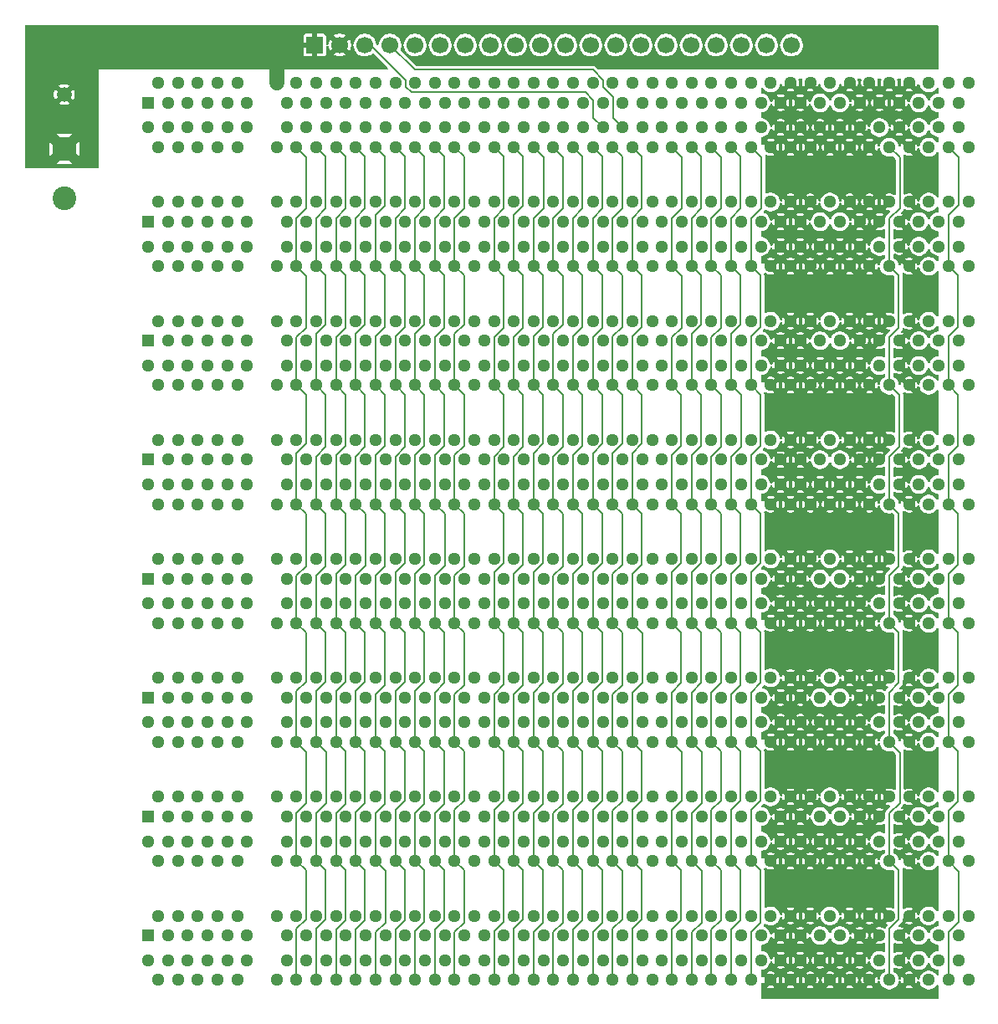
<source format=gbr>
%TF.GenerationSoftware,KiCad,Pcbnew,9.0.5*%
%TF.CreationDate,2025-11-19T18:22:51+02:00*%
%TF.ProjectId,backplane,6261636b-706c-4616-9e65-2e6b69636164,rev?*%
%TF.SameCoordinates,Original*%
%TF.FileFunction,Copper,L4,Bot*%
%TF.FilePolarity,Positive*%
%FSLAX46Y46*%
G04 Gerber Fmt 4.6, Leading zero omitted, Abs format (unit mm)*
G04 Created by KiCad (PCBNEW 9.0.5) date 2025-11-19 18:22:51*
%MOMM*%
%LPD*%
G01*
G04 APERTURE LIST*
%TA.AperFunction,ComponentPad*%
%ADD10R,1.288000X1.288000*%
%TD*%
%TA.AperFunction,ComponentPad*%
%ADD11C,1.288000*%
%TD*%
%TA.AperFunction,ComponentPad*%
%ADD12R,2.400000X2.400000*%
%TD*%
%TA.AperFunction,ComponentPad*%
%ADD13C,2.400000*%
%TD*%
%TA.AperFunction,ComponentPad*%
%ADD14R,1.700000X1.700000*%
%TD*%
%TA.AperFunction,ComponentPad*%
%ADD15C,1.700000*%
%TD*%
%TA.AperFunction,SMDPad,CuDef*%
%ADD16C,1.500000*%
%TD*%
%TA.AperFunction,Conductor*%
%ADD17C,0.200000*%
%TD*%
%TA.AperFunction,Conductor*%
%ADD18C,1.500000*%
%TD*%
G04 APERTURE END LIST*
D10*
%TO.P,MOD2,A1,VCC*%
%TO.N,VCC*%
X80000000Y-45380000D03*
D11*
%TO.P,MOD2,A2,VCC*%
X81000000Y-43380000D03*
%TO.P,MOD2,A3,VCC*%
X82000000Y-45380000D03*
%TO.P,MOD2,A4,VCC*%
X83000000Y-43380000D03*
%TO.P,MOD2,A5,VCC*%
X84000000Y-45380000D03*
%TO.P,MOD2,A6*%
%TO.N,N/C*%
X85000000Y-43380000D03*
%TO.P,MOD2,A7*%
X86000000Y-45380000D03*
%TO.P,MOD2,A8*%
X87000000Y-43380000D03*
%TO.P,MOD2,A9*%
X88000000Y-45380000D03*
%TO.P,MOD2,A10*%
X89000000Y-43380000D03*
%TO.P,MOD2,A11*%
X90000000Y-45380000D03*
%TO.P,MOD2,A12,GND*%
%TO.N,GND*%
X93000000Y-43380000D03*
%TO.P,MOD2,A13,GND*%
X94000000Y-45380000D03*
%TO.P,MOD2,A14,~{LMEM}*%
%TO.N,/~{LMEM}*%
X95000000Y-43380000D03*
%TO.P,MOD2,A15,LSPH*%
%TO.N,/LSPH*%
X96000000Y-45380000D03*
%TO.P,MOD2,A16,LSPL*%
%TO.N,/LSPL*%
X97000000Y-43380000D03*
%TO.P,MOD2,A17,LPCH*%
%TO.N,/LPCH*%
X98000000Y-45380000D03*
%TO.P,MOD2,A18,LPCL*%
%TO.N,/LPCL*%
X99000000Y-43380000D03*
%TO.P,MOD2,A19,~{LARGH}*%
%TO.N,/~{LARGH}*%
X100000000Y-45380000D03*
%TO.P,MOD2,A20,~{LARGL}*%
%TO.N,/~{LARGL}*%
X101000000Y-43380000D03*
%TO.P,MOD2,A21,~{LAC}*%
%TO.N,/~{LAC}*%
X102000000Y-45380000D03*
%TO.P,MOD2,A22,~{LXH}*%
%TO.N,/~{LXH}*%
X103000000Y-43380000D03*
%TO.P,MOD2,A23,GND*%
%TO.N,GND*%
X104000000Y-45380000D03*
%TO.P,MOD2,A24,~{LYL}*%
%TO.N,/~{LYL}*%
X105000000Y-43380000D03*
%TO.P,MOD2,A25,~{LYH}*%
%TO.N,/~{LYH}*%
X106000000Y-45380000D03*
%TO.P,MOD2,A26,~{LZL}*%
%TO.N,/~{LZL}*%
X107000000Y-43380000D03*
%TO.P,MOD2,A27,~{LZH}*%
%TO.N,/~{LZH}*%
X108000000Y-45380000D03*
%TO.P,MOD2,A28,~{LFR}*%
%TO.N,/~{LFR}*%
X109000000Y-43380000D03*
%TO.P,MOD2,A29,~{LINST}*%
%TO.N,/~{LINST}*%
X110000000Y-45380000D03*
%TO.P,MOD2,A30,LADRH*%
%TO.N,/LADRH*%
X111000000Y-43380000D03*
%TO.P,MOD2,A31,LADRL*%
%TO.N,/LADRL*%
X112000000Y-45380000D03*
%TO.P,MOD2,A32,GND*%
%TO.N,GND*%
X113000000Y-43380000D03*
%TO.P,MOD2,A33,STATE0*%
%TO.N,/STATE0*%
X114000000Y-45380000D03*
%TO.P,MOD2,A34,STATE1*%
%TO.N,/STATE1*%
X115000000Y-43380000D03*
%TO.P,MOD2,A35,STATE2*%
%TO.N,/STATE2*%
X116000000Y-45380000D03*
%TO.P,MOD2,A36,STATE3*%
%TO.N,/STATE3*%
X117000000Y-43380000D03*
%TO.P,MOD2,A37,STATE4*%
%TO.N,/STATE4*%
X118000000Y-45380000D03*
%TO.P,MOD2,A38,STATE5*%
%TO.N,/STATE5*%
X119000000Y-43380000D03*
%TO.P,MOD2,A39,STATE6*%
%TO.N,/STATE6*%
X120000000Y-45380000D03*
%TO.P,MOD2,A40,STATE7*%
%TO.N,/STATE7*%
X121000000Y-43380000D03*
%TO.P,MOD2,A41,GND*%
%TO.N,GND*%
X122000000Y-45380000D03*
%TO.P,MOD2,A42,STATE8*%
%TO.N,/STATE8*%
X123000000Y-43380000D03*
%TO.P,MOD2,A43,STATE9*%
%TO.N,/STATE9*%
X124000000Y-45380000D03*
%TO.P,MOD2,A44,STATE10*%
%TO.N,/STATE10*%
X125000000Y-43380000D03*
%TO.P,MOD2,A45,STATE11*%
%TO.N,/STATE11*%
X126000000Y-45380000D03*
%TO.P,MOD2,A46,STATE12*%
%TO.N,/STATE12*%
X127000000Y-43380000D03*
%TO.P,MOD2,A47,STATE13*%
%TO.N,/STATE13*%
X128000000Y-45380000D03*
%TO.P,MOD2,A48,STATE14*%
%TO.N,/STATE14*%
X129000000Y-43380000D03*
%TO.P,MOD2,A49,STATE15*%
%TO.N,/STATE15*%
X130000000Y-45380000D03*
%TO.P,MOD2,A50,GND*%
%TO.N,GND*%
X131000000Y-43380000D03*
%TO.P,MOD2,A51,DATA0*%
%TO.N,/DATA0*%
X132000000Y-45380000D03*
%TO.P,MOD2,A52,DATA1*%
%TO.N,/DATA1*%
X133000000Y-43380000D03*
%TO.P,MOD2,A53,DATA2*%
%TO.N,/DATA2*%
X134000000Y-45380000D03*
%TO.P,MOD2,A54,DATA3*%
%TO.N,/DATA3*%
X135000000Y-43380000D03*
%TO.P,MOD2,A55,DATA4*%
%TO.N,/DATA4*%
X136000000Y-45380000D03*
%TO.P,MOD2,A56,DATA5*%
%TO.N,/DATA5*%
X137000000Y-43380000D03*
%TO.P,MOD2,A57,DATA6*%
%TO.N,/DATA6*%
X138000000Y-45380000D03*
%TO.P,MOD2,A58,DATA7*%
%TO.N,/DATA7*%
X139000000Y-43380000D03*
%TO.P,MOD2,A59,GND*%
%TO.N,GND*%
X140000000Y-45380000D03*
%TO.P,MOD2,A60,ALUZO*%
%TO.N,/ALUZO*%
X141000000Y-43380000D03*
%TO.P,MOD2,A61,~{ALUCO}*%
%TO.N,/~{ALUCO}*%
X142000000Y-45380000D03*
%TO.P,MOD2,A62,ALUSO*%
%TO.N,/ALUSO*%
X143000000Y-43380000D03*
%TO.P,MOD2,A63,GND*%
%TO.N,GND*%
X144000000Y-45380000D03*
%TO.P,MOD2,A64,GND*%
X145000000Y-43380000D03*
%TO.P,MOD2,A65,GND*%
X146000000Y-45380000D03*
%TO.P,MOD2,A66,GND*%
X147000000Y-43380000D03*
%TO.P,MOD2,A67,INTREQ*%
%TO.N,/INTREQ*%
X148000000Y-45380000D03*
%TO.P,MOD2,A68,~{WAIT}*%
%TO.N,/~{WAIT}*%
X149000000Y-43380000D03*
%TO.P,MOD2,A69,RESET*%
%TO.N,/RESET*%
X150000000Y-45380000D03*
%TO.P,MOD2,A70,GND*%
%TO.N,GND*%
X151000000Y-43380000D03*
%TO.P,MOD2,A71,GND*%
X152000000Y-45380000D03*
%TO.P,MOD2,A72,GND*%
X153000000Y-43380000D03*
%TO.P,MOD2,A73,GND*%
X154000000Y-45380000D03*
%TO.P,MOD2,A74,GND*%
X155000000Y-43380000D03*
%TO.P,MOD2,A75,GND*%
X156000000Y-45380000D03*
%TO.P,MOD2,A76,GND*%
X157000000Y-43380000D03*
%TO.P,MOD2,A77*%
%TO.N,N/C*%
X158000000Y-45380000D03*
%TO.P,MOD2,A78*%
X159000000Y-43380000D03*
%TO.P,MOD2,A79,STATE16*%
%TO.N,/STATE16*%
X160000000Y-45380000D03*
%TO.P,MOD2,A80*%
%TO.N,N/C*%
X161000000Y-43380000D03*
%TO.P,MOD2,A81*%
X162000000Y-45380000D03*
%TO.P,MOD2,A82*%
X163000000Y-43380000D03*
%TO.P,MOD2,B1,VCC*%
%TO.N,VCC*%
X80000000Y-47880000D03*
%TO.P,MOD2,B2,VCC*%
X81000000Y-49880000D03*
%TO.P,MOD2,B3,VCC*%
X82000000Y-47880000D03*
%TO.P,MOD2,B4,VCC*%
X83000000Y-49880000D03*
%TO.P,MOD2,B5,VCC*%
X84000000Y-47880000D03*
%TO.P,MOD2,B6*%
%TO.N,N/C*%
X85000000Y-49880000D03*
%TO.P,MOD2,B7*%
X86000000Y-47880000D03*
%TO.P,MOD2,B8*%
X87000000Y-49880000D03*
%TO.P,MOD2,B9*%
X88000000Y-47880000D03*
%TO.P,MOD2,B10*%
X89000000Y-49880000D03*
%TO.P,MOD2,B11*%
X90000000Y-47880000D03*
%TO.P,MOD2,B12,GND*%
%TO.N,GND*%
X93000000Y-49880000D03*
%TO.P,MOD2,B13,GND*%
X94000000Y-47880000D03*
%TO.P,MOD2,B14,~{RMEM}*%
%TO.N,/~{RMEM}*%
X95000000Y-49880000D03*
%TO.P,MOD2,B15,~{RSPH}*%
%TO.N,/~{RSPH}*%
X96000000Y-47880000D03*
%TO.P,MOD2,B16,~{RSPL}*%
%TO.N,/~{RSPL}*%
X97000000Y-49880000D03*
%TO.P,MOD2,B17,~{RPCH}*%
%TO.N,/~{RPCH}*%
X98000000Y-47880000D03*
%TO.P,MOD2,B18,~{RPCL}*%
%TO.N,/~{RPCL}*%
X99000000Y-49880000D03*
%TO.P,MOD2,B19,~{RARGH}*%
%TO.N,/~{RARGH}*%
X100000000Y-47880000D03*
%TO.P,MOD2,B20,~{RARGL}*%
%TO.N,/~{RARGL}*%
X101000000Y-49880000D03*
%TO.P,MOD2,B21,~{RAC}*%
%TO.N,/~{RAC}*%
X102000000Y-47880000D03*
%TO.P,MOD2,B22,~{RXH}*%
%TO.N,/~{RXH}*%
X103000000Y-49880000D03*
%TO.P,MOD2,B23,GND*%
%TO.N,GND*%
X104000000Y-47880000D03*
%TO.P,MOD2,B24,~{RYL}*%
%TO.N,/~{RYL}*%
X105000000Y-49880000D03*
%TO.P,MOD2,B25,~{RYH}*%
%TO.N,/~{RYH}*%
X106000000Y-47880000D03*
%TO.P,MOD2,B26,~{RZL}*%
%TO.N,/~{RZL}*%
X107000000Y-49880000D03*
%TO.P,MOD2,B27,~{RZH}*%
%TO.N,/~{RZH}*%
X108000000Y-47880000D03*
%TO.P,MOD2,B28,~{RFR}*%
%TO.N,/~{RFR}*%
X109000000Y-49880000D03*
%TO.P,MOD2,B29,~{RCONST}*%
%TO.N,/~{RCONST}*%
X110000000Y-47880000D03*
%TO.P,MOD2,B30,~{RALU}*%
%TO.N,/~{RALU}*%
X111000000Y-49880000D03*
%TO.P,MOD2,B31,~{RINTC}*%
%TO.N,/~{RINTC}*%
X112000000Y-47880000D03*
%TO.P,MOD2,B32,GND*%
%TO.N,GND*%
X113000000Y-49880000D03*
%TO.P,MOD2,B33,L0*%
%TO.N,/L0*%
X114000000Y-47880000D03*
%TO.P,MOD2,B34,L1*%
%TO.N,/L1*%
X115000000Y-49880000D03*
%TO.P,MOD2,B35,L2*%
%TO.N,/L2*%
X116000000Y-47880000D03*
%TO.P,MOD2,B36,L3*%
%TO.N,/L3*%
X117000000Y-49880000D03*
%TO.P,MOD2,B37,ALUM*%
%TO.N,/ALUM*%
X118000000Y-47880000D03*
%TO.P,MOD2,B38,~{ALUCI}*%
%TO.N,/~{ALUCI}*%
X119000000Y-49880000D03*
%TO.P,MOD2,B39,FRUpd*%
%TO.N,/FRUpd*%
X120000000Y-47880000D03*
%TO.P,MOD2,B40,R0*%
%TO.N,/R0*%
X121000000Y-49880000D03*
%TO.P,MOD2,B41,GND*%
%TO.N,GND*%
X122000000Y-47880000D03*
%TO.P,MOD2,B42,R1*%
%TO.N,/R1*%
X123000000Y-49880000D03*
%TO.P,MOD2,B43,R2*%
%TO.N,/R2*%
X124000000Y-47880000D03*
%TO.P,MOD2,B44,R3*%
%TO.N,/R3*%
X125000000Y-49880000D03*
%TO.P,MOD2,B45,~{SCCLR}*%
%TO.N,/~{SCCLR}*%
X126000000Y-47880000D03*
%TO.P,MOD2,B46,~{HALT}*%
%TO.N,/~{HALT}*%
X127000000Y-49880000D03*
%TO.P,MOD2,B47,PCINC*%
%TO.N,/PCINC*%
X128000000Y-47880000D03*
%TO.P,MOD2,B48,ALUS0*%
%TO.N,/ALUS0*%
X129000000Y-49880000D03*
%TO.P,MOD2,B49,ALUS1*%
%TO.N,/ALUS1*%
X130000000Y-47880000D03*
%TO.P,MOD2,B50,GND*%
%TO.N,GND*%
X131000000Y-49880000D03*
%TO.P,MOD2,B51,ALUS2*%
%TO.N,/ALUS2*%
X132000000Y-47880000D03*
%TO.P,MOD2,B52,ALUS3*%
%TO.N,/ALUS3*%
X133000000Y-49880000D03*
%TO.P,MOD2,B53,SPDEC*%
%TO.N,/SPDEC*%
X134000000Y-47880000D03*
%TO.P,MOD2,B54,SPINC*%
%TO.N,/SPINC*%
X135000000Y-49880000D03*
%TO.P,MOD2,B55,ACSHLEFT*%
%TO.N,/ACSHLEFT*%
X136000000Y-47880000D03*
%TO.P,MOD2,B56,ACSHRIGHT*%
%TO.N,/ACSHRIGHT*%
X137000000Y-49880000D03*
%TO.P,MOD2,B57,INTE*%
%TO.N,/INTE*%
X138000000Y-47880000D03*
%TO.P,MOD2,B58,~{INTD}*%
%TO.N,/~{INTD}*%
X139000000Y-49880000D03*
%TO.P,MOD2,B59,GND*%
%TO.N,GND*%
X140000000Y-47880000D03*
%TO.P,MOD2,B60,ADRDEC*%
%TO.N,/ADRDEC*%
X141000000Y-49880000D03*
%TO.P,MOD2,B61,ADDRINC*%
%TO.N,/ADRINC*%
X142000000Y-47880000D03*
%TO.P,MOD2,B62,GND*%
%TO.N,GND*%
X143000000Y-49880000D03*
%TO.P,MOD2,B63,GND*%
X144000000Y-47880000D03*
%TO.P,MOD2,B64,GND*%
X145000000Y-49880000D03*
%TO.P,MOD2,B65,GND*%
X146000000Y-47880000D03*
%TO.P,MOD2,B66,GND*%
X147000000Y-49880000D03*
%TO.P,MOD2,B67,GND*%
X148000000Y-47880000D03*
%TO.P,MOD2,B68,GND*%
X149000000Y-49880000D03*
%TO.P,MOD2,B69,GND*%
X150000000Y-47880000D03*
%TO.P,MOD2,B70,GND*%
X151000000Y-49880000D03*
%TO.P,MOD2,B71,GND*%
X152000000Y-47880000D03*
%TO.P,MOD2,B72,GND*%
X153000000Y-49880000D03*
%TO.P,MOD2,B73,~{CLK}*%
%TO.N,/~{CLK}*%
X154000000Y-47880000D03*
%TO.P,MOD2,B74,PULSE*%
%TO.N,/PULSE*%
X155000000Y-49880000D03*
%TO.P,MOD2,B75,GND*%
%TO.N,GND*%
X156000000Y-47880000D03*
%TO.P,MOD2,B76,GND*%
X157000000Y-49880000D03*
%TO.P,MOD2,B77*%
%TO.N,N/C*%
X158000000Y-47880000D03*
%TO.P,MOD2,B78*%
X159000000Y-49880000D03*
%TO.P,MOD2,B79,L4*%
%TO.N,/L4*%
X160000000Y-47880000D03*
%TO.P,MOD2,B80,R4*%
%TO.N,/R4*%
X161000000Y-49880000D03*
%TO.P,MOD2,B81*%
%TO.N,N/C*%
X162000000Y-47880000D03*
%TO.P,MOD2,B82*%
X163000000Y-49880000D03*
%TD*%
D12*
%TO.P,J1,1,Pin_1*%
%TO.N,GND*%
X71500000Y-38000000D03*
D13*
%TO.P,J1,2,Pin_2*%
%TO.N,VCC*%
X71500000Y-43000000D03*
%TD*%
D10*
%TO.P,MOD6,A1,VCC*%
%TO.N,VCC*%
X80000000Y-93540000D03*
D11*
%TO.P,MOD6,A2,VCC*%
X81000000Y-91540000D03*
%TO.P,MOD6,A3,VCC*%
X82000000Y-93540000D03*
%TO.P,MOD6,A4,VCC*%
X83000000Y-91540000D03*
%TO.P,MOD6,A5,VCC*%
X84000000Y-93540000D03*
%TO.P,MOD6,A6*%
%TO.N,N/C*%
X85000000Y-91540000D03*
%TO.P,MOD6,A7*%
X86000000Y-93540000D03*
%TO.P,MOD6,A8*%
X87000000Y-91540000D03*
%TO.P,MOD6,A9*%
X88000000Y-93540000D03*
%TO.P,MOD6,A10*%
X89000000Y-91540000D03*
%TO.P,MOD6,A11*%
X90000000Y-93540000D03*
%TO.P,MOD6,A12,GND*%
%TO.N,GND*%
X93000000Y-91540000D03*
%TO.P,MOD6,A13,GND*%
X94000000Y-93540000D03*
%TO.P,MOD6,A14,~{LMEM}*%
%TO.N,/~{LMEM}*%
X95000000Y-91540000D03*
%TO.P,MOD6,A15,LSPH*%
%TO.N,/LSPH*%
X96000000Y-93540000D03*
%TO.P,MOD6,A16,LSPL*%
%TO.N,/LSPL*%
X97000000Y-91540000D03*
%TO.P,MOD6,A17,LPCH*%
%TO.N,/LPCH*%
X98000000Y-93540000D03*
%TO.P,MOD6,A18,LPCL*%
%TO.N,/LPCL*%
X99000000Y-91540000D03*
%TO.P,MOD6,A19,~{LARGH}*%
%TO.N,/~{LARGH}*%
X100000000Y-93540000D03*
%TO.P,MOD6,A20,~{LARGL}*%
%TO.N,/~{LARGL}*%
X101000000Y-91540000D03*
%TO.P,MOD6,A21,~{LAC}*%
%TO.N,/~{LAC}*%
X102000000Y-93540000D03*
%TO.P,MOD6,A22,~{LXH}*%
%TO.N,/~{LXH}*%
X103000000Y-91540000D03*
%TO.P,MOD6,A23,GND*%
%TO.N,GND*%
X104000000Y-93540000D03*
%TO.P,MOD6,A24,~{LYL}*%
%TO.N,/~{LYL}*%
X105000000Y-91540000D03*
%TO.P,MOD6,A25,~{LYH}*%
%TO.N,/~{LYH}*%
X106000000Y-93540000D03*
%TO.P,MOD6,A26,~{LZL}*%
%TO.N,/~{LZL}*%
X107000000Y-91540000D03*
%TO.P,MOD6,A27,~{LZH}*%
%TO.N,/~{LZH}*%
X108000000Y-93540000D03*
%TO.P,MOD6,A28,~{LFR}*%
%TO.N,/~{LFR}*%
X109000000Y-91540000D03*
%TO.P,MOD6,A29,~{LINST}*%
%TO.N,/~{LINST}*%
X110000000Y-93540000D03*
%TO.P,MOD6,A30,LADRH*%
%TO.N,/LADRH*%
X111000000Y-91540000D03*
%TO.P,MOD6,A31,LADRL*%
%TO.N,/LADRL*%
X112000000Y-93540000D03*
%TO.P,MOD6,A32,GND*%
%TO.N,GND*%
X113000000Y-91540000D03*
%TO.P,MOD6,A33,STATE0*%
%TO.N,/STATE0*%
X114000000Y-93540000D03*
%TO.P,MOD6,A34,STATE1*%
%TO.N,/STATE1*%
X115000000Y-91540000D03*
%TO.P,MOD6,A35,STATE2*%
%TO.N,/STATE2*%
X116000000Y-93540000D03*
%TO.P,MOD6,A36,STATE3*%
%TO.N,/STATE3*%
X117000000Y-91540000D03*
%TO.P,MOD6,A37,STATE4*%
%TO.N,/STATE4*%
X118000000Y-93540000D03*
%TO.P,MOD6,A38,STATE5*%
%TO.N,/STATE5*%
X119000000Y-91540000D03*
%TO.P,MOD6,A39,STATE6*%
%TO.N,/STATE6*%
X120000000Y-93540000D03*
%TO.P,MOD6,A40,STATE7*%
%TO.N,/STATE7*%
X121000000Y-91540000D03*
%TO.P,MOD6,A41,GND*%
%TO.N,GND*%
X122000000Y-93540000D03*
%TO.P,MOD6,A42,STATE8*%
%TO.N,/STATE8*%
X123000000Y-91540000D03*
%TO.P,MOD6,A43,STATE9*%
%TO.N,/STATE9*%
X124000000Y-93540000D03*
%TO.P,MOD6,A44,STATE10*%
%TO.N,/STATE10*%
X125000000Y-91540000D03*
%TO.P,MOD6,A45,STATE11*%
%TO.N,/STATE11*%
X126000000Y-93540000D03*
%TO.P,MOD6,A46,STATE12*%
%TO.N,/STATE12*%
X127000000Y-91540000D03*
%TO.P,MOD6,A47,STATE13*%
%TO.N,/STATE13*%
X128000000Y-93540000D03*
%TO.P,MOD6,A48,STATE14*%
%TO.N,/STATE14*%
X129000000Y-91540000D03*
%TO.P,MOD6,A49,STATE15*%
%TO.N,/STATE15*%
X130000000Y-93540000D03*
%TO.P,MOD6,A50,GND*%
%TO.N,GND*%
X131000000Y-91540000D03*
%TO.P,MOD6,A51,DATA0*%
%TO.N,/DATA0*%
X132000000Y-93540000D03*
%TO.P,MOD6,A52,DATA1*%
%TO.N,/DATA1*%
X133000000Y-91540000D03*
%TO.P,MOD6,A53,DATA2*%
%TO.N,/DATA2*%
X134000000Y-93540000D03*
%TO.P,MOD6,A54,DATA3*%
%TO.N,/DATA3*%
X135000000Y-91540000D03*
%TO.P,MOD6,A55,DATA4*%
%TO.N,/DATA4*%
X136000000Y-93540000D03*
%TO.P,MOD6,A56,DATA5*%
%TO.N,/DATA5*%
X137000000Y-91540000D03*
%TO.P,MOD6,A57,DATA6*%
%TO.N,/DATA6*%
X138000000Y-93540000D03*
%TO.P,MOD6,A58,DATA7*%
%TO.N,/DATA7*%
X139000000Y-91540000D03*
%TO.P,MOD6,A59,GND*%
%TO.N,GND*%
X140000000Y-93540000D03*
%TO.P,MOD6,A60,ALUZO*%
%TO.N,/ALUZO*%
X141000000Y-91540000D03*
%TO.P,MOD6,A61,~{ALUCO}*%
%TO.N,/~{ALUCO}*%
X142000000Y-93540000D03*
%TO.P,MOD6,A62,ALUSO*%
%TO.N,/ALUSO*%
X143000000Y-91540000D03*
%TO.P,MOD6,A63,GND*%
%TO.N,GND*%
X144000000Y-93540000D03*
%TO.P,MOD6,A64,GND*%
X145000000Y-91540000D03*
%TO.P,MOD6,A65,GND*%
X146000000Y-93540000D03*
%TO.P,MOD6,A66,GND*%
X147000000Y-91540000D03*
%TO.P,MOD6,A67,INTREQ*%
%TO.N,/INTREQ*%
X148000000Y-93540000D03*
%TO.P,MOD6,A68,~{WAIT}*%
%TO.N,/~{WAIT}*%
X149000000Y-91540000D03*
%TO.P,MOD6,A69,RESET*%
%TO.N,/RESET*%
X150000000Y-93540000D03*
%TO.P,MOD6,A70,GND*%
%TO.N,GND*%
X151000000Y-91540000D03*
%TO.P,MOD6,A71,GND*%
X152000000Y-93540000D03*
%TO.P,MOD6,A72,GND*%
X153000000Y-91540000D03*
%TO.P,MOD6,A73,GND*%
X154000000Y-93540000D03*
%TO.P,MOD6,A74,GND*%
X155000000Y-91540000D03*
%TO.P,MOD6,A75,GND*%
X156000000Y-93540000D03*
%TO.P,MOD6,A76,GND*%
X157000000Y-91540000D03*
%TO.P,MOD6,A77*%
%TO.N,N/C*%
X158000000Y-93540000D03*
%TO.P,MOD6,A78*%
X159000000Y-91540000D03*
%TO.P,MOD6,A79,STATE16*%
%TO.N,/STATE16*%
X160000000Y-93540000D03*
%TO.P,MOD6,A80*%
%TO.N,N/C*%
X161000000Y-91540000D03*
%TO.P,MOD6,A81*%
X162000000Y-93540000D03*
%TO.P,MOD6,A82*%
X163000000Y-91540000D03*
%TO.P,MOD6,B1,VCC*%
%TO.N,VCC*%
X80000000Y-96040000D03*
%TO.P,MOD6,B2,VCC*%
X81000000Y-98040000D03*
%TO.P,MOD6,B3,VCC*%
X82000000Y-96040000D03*
%TO.P,MOD6,B4,VCC*%
X83000000Y-98040000D03*
%TO.P,MOD6,B5,VCC*%
X84000000Y-96040000D03*
%TO.P,MOD6,B6*%
%TO.N,N/C*%
X85000000Y-98040000D03*
%TO.P,MOD6,B7*%
X86000000Y-96040000D03*
%TO.P,MOD6,B8*%
X87000000Y-98040000D03*
%TO.P,MOD6,B9*%
X88000000Y-96040000D03*
%TO.P,MOD6,B10*%
X89000000Y-98040000D03*
%TO.P,MOD6,B11*%
X90000000Y-96040000D03*
%TO.P,MOD6,B12,GND*%
%TO.N,GND*%
X93000000Y-98040000D03*
%TO.P,MOD6,B13,GND*%
X94000000Y-96040000D03*
%TO.P,MOD6,B14,~{RMEM}*%
%TO.N,/~{RMEM}*%
X95000000Y-98040000D03*
%TO.P,MOD6,B15,~{RSPH}*%
%TO.N,/~{RSPH}*%
X96000000Y-96040000D03*
%TO.P,MOD6,B16,~{RSPL}*%
%TO.N,/~{RSPL}*%
X97000000Y-98040000D03*
%TO.P,MOD6,B17,~{RPCH}*%
%TO.N,/~{RPCH}*%
X98000000Y-96040000D03*
%TO.P,MOD6,B18,~{RPCL}*%
%TO.N,/~{RPCL}*%
X99000000Y-98040000D03*
%TO.P,MOD6,B19,~{RARGH}*%
%TO.N,/~{RARGH}*%
X100000000Y-96040000D03*
%TO.P,MOD6,B20,~{RARGL}*%
%TO.N,/~{RARGL}*%
X101000000Y-98040000D03*
%TO.P,MOD6,B21,~{RAC}*%
%TO.N,/~{RAC}*%
X102000000Y-96040000D03*
%TO.P,MOD6,B22,~{RXH}*%
%TO.N,/~{RXH}*%
X103000000Y-98040000D03*
%TO.P,MOD6,B23,GND*%
%TO.N,GND*%
X104000000Y-96040000D03*
%TO.P,MOD6,B24,~{RYL}*%
%TO.N,/~{RYL}*%
X105000000Y-98040000D03*
%TO.P,MOD6,B25,~{RYH}*%
%TO.N,/~{RYH}*%
X106000000Y-96040000D03*
%TO.P,MOD6,B26,~{RZL}*%
%TO.N,/~{RZL}*%
X107000000Y-98040000D03*
%TO.P,MOD6,B27,~{RZH}*%
%TO.N,/~{RZH}*%
X108000000Y-96040000D03*
%TO.P,MOD6,B28,~{RFR}*%
%TO.N,/~{RFR}*%
X109000000Y-98040000D03*
%TO.P,MOD6,B29,~{RCONST}*%
%TO.N,/~{RCONST}*%
X110000000Y-96040000D03*
%TO.P,MOD6,B30,~{RALU}*%
%TO.N,/~{RALU}*%
X111000000Y-98040000D03*
%TO.P,MOD6,B31,~{RINTC}*%
%TO.N,/~{RINTC}*%
X112000000Y-96040000D03*
%TO.P,MOD6,B32,GND*%
%TO.N,GND*%
X113000000Y-98040000D03*
%TO.P,MOD6,B33,L0*%
%TO.N,/L0*%
X114000000Y-96040000D03*
%TO.P,MOD6,B34,L1*%
%TO.N,/L1*%
X115000000Y-98040000D03*
%TO.P,MOD6,B35,L2*%
%TO.N,/L2*%
X116000000Y-96040000D03*
%TO.P,MOD6,B36,L3*%
%TO.N,/L3*%
X117000000Y-98040000D03*
%TO.P,MOD6,B37,ALUM*%
%TO.N,/ALUM*%
X118000000Y-96040000D03*
%TO.P,MOD6,B38,~{ALUCI}*%
%TO.N,/~{ALUCI}*%
X119000000Y-98040000D03*
%TO.P,MOD6,B39,FRUpd*%
%TO.N,/FRUpd*%
X120000000Y-96040000D03*
%TO.P,MOD6,B40,R0*%
%TO.N,/R0*%
X121000000Y-98040000D03*
%TO.P,MOD6,B41,GND*%
%TO.N,GND*%
X122000000Y-96040000D03*
%TO.P,MOD6,B42,R1*%
%TO.N,/R1*%
X123000000Y-98040000D03*
%TO.P,MOD6,B43,R2*%
%TO.N,/R2*%
X124000000Y-96040000D03*
%TO.P,MOD6,B44,R3*%
%TO.N,/R3*%
X125000000Y-98040000D03*
%TO.P,MOD6,B45,~{SCCLR}*%
%TO.N,/~{SCCLR}*%
X126000000Y-96040000D03*
%TO.P,MOD6,B46,~{HALT}*%
%TO.N,/~{HALT}*%
X127000000Y-98040000D03*
%TO.P,MOD6,B47,PCINC*%
%TO.N,/PCINC*%
X128000000Y-96040000D03*
%TO.P,MOD6,B48,ALUS0*%
%TO.N,/ALUS0*%
X129000000Y-98040000D03*
%TO.P,MOD6,B49,ALUS1*%
%TO.N,/ALUS1*%
X130000000Y-96040000D03*
%TO.P,MOD6,B50,GND*%
%TO.N,GND*%
X131000000Y-98040000D03*
%TO.P,MOD6,B51,ALUS2*%
%TO.N,/ALUS2*%
X132000000Y-96040000D03*
%TO.P,MOD6,B52,ALUS3*%
%TO.N,/ALUS3*%
X133000000Y-98040000D03*
%TO.P,MOD6,B53,SPDEC*%
%TO.N,/SPDEC*%
X134000000Y-96040000D03*
%TO.P,MOD6,B54,SPINC*%
%TO.N,/SPINC*%
X135000000Y-98040000D03*
%TO.P,MOD6,B55,ACSHLEFT*%
%TO.N,/ACSHLEFT*%
X136000000Y-96040000D03*
%TO.P,MOD6,B56,ACSHRIGHT*%
%TO.N,/ACSHRIGHT*%
X137000000Y-98040000D03*
%TO.P,MOD6,B57,INTE*%
%TO.N,/INTE*%
X138000000Y-96040000D03*
%TO.P,MOD6,B58,~{INTD}*%
%TO.N,/~{INTD}*%
X139000000Y-98040000D03*
%TO.P,MOD6,B59,GND*%
%TO.N,GND*%
X140000000Y-96040000D03*
%TO.P,MOD6,B60,ADRDEC*%
%TO.N,/ADRDEC*%
X141000000Y-98040000D03*
%TO.P,MOD6,B61,ADDRINC*%
%TO.N,/ADRINC*%
X142000000Y-96040000D03*
%TO.P,MOD6,B62,GND*%
%TO.N,GND*%
X143000000Y-98040000D03*
%TO.P,MOD6,B63,GND*%
X144000000Y-96040000D03*
%TO.P,MOD6,B64,GND*%
X145000000Y-98040000D03*
%TO.P,MOD6,B65,GND*%
X146000000Y-96040000D03*
%TO.P,MOD6,B66,GND*%
X147000000Y-98040000D03*
%TO.P,MOD6,B67,GND*%
X148000000Y-96040000D03*
%TO.P,MOD6,B68,GND*%
X149000000Y-98040000D03*
%TO.P,MOD6,B69,GND*%
X150000000Y-96040000D03*
%TO.P,MOD6,B70,GND*%
X151000000Y-98040000D03*
%TO.P,MOD6,B71,GND*%
X152000000Y-96040000D03*
%TO.P,MOD6,B72,GND*%
X153000000Y-98040000D03*
%TO.P,MOD6,B73,~{CLK}*%
%TO.N,/~{CLK}*%
X154000000Y-96040000D03*
%TO.P,MOD6,B74,PULSE*%
%TO.N,/PULSE*%
X155000000Y-98040000D03*
%TO.P,MOD6,B75,GND*%
%TO.N,GND*%
X156000000Y-96040000D03*
%TO.P,MOD6,B76,GND*%
X157000000Y-98040000D03*
%TO.P,MOD6,B77*%
%TO.N,N/C*%
X158000000Y-96040000D03*
%TO.P,MOD6,B78*%
X159000000Y-98040000D03*
%TO.P,MOD6,B79,L4*%
%TO.N,/L4*%
X160000000Y-96040000D03*
%TO.P,MOD6,B80,R4*%
%TO.N,/R4*%
X161000000Y-98040000D03*
%TO.P,MOD6,B81*%
%TO.N,N/C*%
X162000000Y-96040000D03*
%TO.P,MOD6,B82*%
X163000000Y-98040000D03*
%TD*%
D10*
%TO.P,MOD7,A1,VCC*%
%TO.N,VCC*%
X80000000Y-105580000D03*
D11*
%TO.P,MOD7,A2,VCC*%
X81000000Y-103580000D03*
%TO.P,MOD7,A3,VCC*%
X82000000Y-105580000D03*
%TO.P,MOD7,A4,VCC*%
X83000000Y-103580000D03*
%TO.P,MOD7,A5,VCC*%
X84000000Y-105580000D03*
%TO.P,MOD7,A6*%
%TO.N,N/C*%
X85000000Y-103580000D03*
%TO.P,MOD7,A7*%
X86000000Y-105580000D03*
%TO.P,MOD7,A8*%
X87000000Y-103580000D03*
%TO.P,MOD7,A9*%
X88000000Y-105580000D03*
%TO.P,MOD7,A10*%
X89000000Y-103580000D03*
%TO.P,MOD7,A11*%
X90000000Y-105580000D03*
%TO.P,MOD7,A12,GND*%
%TO.N,GND*%
X93000000Y-103580000D03*
%TO.P,MOD7,A13,GND*%
X94000000Y-105580000D03*
%TO.P,MOD7,A14,~{LMEM}*%
%TO.N,/~{LMEM}*%
X95000000Y-103580000D03*
%TO.P,MOD7,A15,LSPH*%
%TO.N,/LSPH*%
X96000000Y-105580000D03*
%TO.P,MOD7,A16,LSPL*%
%TO.N,/LSPL*%
X97000000Y-103580000D03*
%TO.P,MOD7,A17,LPCH*%
%TO.N,/LPCH*%
X98000000Y-105580000D03*
%TO.P,MOD7,A18,LPCL*%
%TO.N,/LPCL*%
X99000000Y-103580000D03*
%TO.P,MOD7,A19,~{LARGH}*%
%TO.N,/~{LARGH}*%
X100000000Y-105580000D03*
%TO.P,MOD7,A20,~{LARGL}*%
%TO.N,/~{LARGL}*%
X101000000Y-103580000D03*
%TO.P,MOD7,A21,~{LAC}*%
%TO.N,/~{LAC}*%
X102000000Y-105580000D03*
%TO.P,MOD7,A22,~{LXH}*%
%TO.N,/~{LXH}*%
X103000000Y-103580000D03*
%TO.P,MOD7,A23,GND*%
%TO.N,GND*%
X104000000Y-105580000D03*
%TO.P,MOD7,A24,~{LYL}*%
%TO.N,/~{LYL}*%
X105000000Y-103580000D03*
%TO.P,MOD7,A25,~{LYH}*%
%TO.N,/~{LYH}*%
X106000000Y-105580000D03*
%TO.P,MOD7,A26,~{LZL}*%
%TO.N,/~{LZL}*%
X107000000Y-103580000D03*
%TO.P,MOD7,A27,~{LZH}*%
%TO.N,/~{LZH}*%
X108000000Y-105580000D03*
%TO.P,MOD7,A28,~{LFR}*%
%TO.N,/~{LFR}*%
X109000000Y-103580000D03*
%TO.P,MOD7,A29,~{LINST}*%
%TO.N,/~{LINST}*%
X110000000Y-105580000D03*
%TO.P,MOD7,A30,LADRH*%
%TO.N,/LADRH*%
X111000000Y-103580000D03*
%TO.P,MOD7,A31,LADRL*%
%TO.N,/LADRL*%
X112000000Y-105580000D03*
%TO.P,MOD7,A32,GND*%
%TO.N,GND*%
X113000000Y-103580000D03*
%TO.P,MOD7,A33,STATE0*%
%TO.N,/STATE0*%
X114000000Y-105580000D03*
%TO.P,MOD7,A34,STATE1*%
%TO.N,/STATE1*%
X115000000Y-103580000D03*
%TO.P,MOD7,A35,STATE2*%
%TO.N,/STATE2*%
X116000000Y-105580000D03*
%TO.P,MOD7,A36,STATE3*%
%TO.N,/STATE3*%
X117000000Y-103580000D03*
%TO.P,MOD7,A37,STATE4*%
%TO.N,/STATE4*%
X118000000Y-105580000D03*
%TO.P,MOD7,A38,STATE5*%
%TO.N,/STATE5*%
X119000000Y-103580000D03*
%TO.P,MOD7,A39,STATE6*%
%TO.N,/STATE6*%
X120000000Y-105580000D03*
%TO.P,MOD7,A40,STATE7*%
%TO.N,/STATE7*%
X121000000Y-103580000D03*
%TO.P,MOD7,A41,GND*%
%TO.N,GND*%
X122000000Y-105580000D03*
%TO.P,MOD7,A42,STATE8*%
%TO.N,/STATE8*%
X123000000Y-103580000D03*
%TO.P,MOD7,A43,STATE9*%
%TO.N,/STATE9*%
X124000000Y-105580000D03*
%TO.P,MOD7,A44,STATE10*%
%TO.N,/STATE10*%
X125000000Y-103580000D03*
%TO.P,MOD7,A45,STATE11*%
%TO.N,/STATE11*%
X126000000Y-105580000D03*
%TO.P,MOD7,A46,STATE12*%
%TO.N,/STATE12*%
X127000000Y-103580000D03*
%TO.P,MOD7,A47,STATE13*%
%TO.N,/STATE13*%
X128000000Y-105580000D03*
%TO.P,MOD7,A48,STATE14*%
%TO.N,/STATE14*%
X129000000Y-103580000D03*
%TO.P,MOD7,A49,STATE15*%
%TO.N,/STATE15*%
X130000000Y-105580000D03*
%TO.P,MOD7,A50,GND*%
%TO.N,GND*%
X131000000Y-103580000D03*
%TO.P,MOD7,A51,DATA0*%
%TO.N,/DATA0*%
X132000000Y-105580000D03*
%TO.P,MOD7,A52,DATA1*%
%TO.N,/DATA1*%
X133000000Y-103580000D03*
%TO.P,MOD7,A53,DATA2*%
%TO.N,/DATA2*%
X134000000Y-105580000D03*
%TO.P,MOD7,A54,DATA3*%
%TO.N,/DATA3*%
X135000000Y-103580000D03*
%TO.P,MOD7,A55,DATA4*%
%TO.N,/DATA4*%
X136000000Y-105580000D03*
%TO.P,MOD7,A56,DATA5*%
%TO.N,/DATA5*%
X137000000Y-103580000D03*
%TO.P,MOD7,A57,DATA6*%
%TO.N,/DATA6*%
X138000000Y-105580000D03*
%TO.P,MOD7,A58,DATA7*%
%TO.N,/DATA7*%
X139000000Y-103580000D03*
%TO.P,MOD7,A59,GND*%
%TO.N,GND*%
X140000000Y-105580000D03*
%TO.P,MOD7,A60,ALUZO*%
%TO.N,/ALUZO*%
X141000000Y-103580000D03*
%TO.P,MOD7,A61,~{ALUCO}*%
%TO.N,/~{ALUCO}*%
X142000000Y-105580000D03*
%TO.P,MOD7,A62,ALUSO*%
%TO.N,/ALUSO*%
X143000000Y-103580000D03*
%TO.P,MOD7,A63,GND*%
%TO.N,GND*%
X144000000Y-105580000D03*
%TO.P,MOD7,A64,GND*%
X145000000Y-103580000D03*
%TO.P,MOD7,A65,GND*%
X146000000Y-105580000D03*
%TO.P,MOD7,A66,GND*%
X147000000Y-103580000D03*
%TO.P,MOD7,A67,INTREQ*%
%TO.N,/INTREQ*%
X148000000Y-105580000D03*
%TO.P,MOD7,A68,~{WAIT}*%
%TO.N,/~{WAIT}*%
X149000000Y-103580000D03*
%TO.P,MOD7,A69,RESET*%
%TO.N,/RESET*%
X150000000Y-105580000D03*
%TO.P,MOD7,A70,GND*%
%TO.N,GND*%
X151000000Y-103580000D03*
%TO.P,MOD7,A71,GND*%
X152000000Y-105580000D03*
%TO.P,MOD7,A72,GND*%
X153000000Y-103580000D03*
%TO.P,MOD7,A73,GND*%
X154000000Y-105580000D03*
%TO.P,MOD7,A74,GND*%
X155000000Y-103580000D03*
%TO.P,MOD7,A75,GND*%
X156000000Y-105580000D03*
%TO.P,MOD7,A76,GND*%
X157000000Y-103580000D03*
%TO.P,MOD7,A77*%
%TO.N,N/C*%
X158000000Y-105580000D03*
%TO.P,MOD7,A78*%
X159000000Y-103580000D03*
%TO.P,MOD7,A79,STATE16*%
%TO.N,/STATE16*%
X160000000Y-105580000D03*
%TO.P,MOD7,A80*%
%TO.N,N/C*%
X161000000Y-103580000D03*
%TO.P,MOD7,A81*%
X162000000Y-105580000D03*
%TO.P,MOD7,A82*%
X163000000Y-103580000D03*
%TO.P,MOD7,B1,VCC*%
%TO.N,VCC*%
X80000000Y-108080000D03*
%TO.P,MOD7,B2,VCC*%
X81000000Y-110080000D03*
%TO.P,MOD7,B3,VCC*%
X82000000Y-108080000D03*
%TO.P,MOD7,B4,VCC*%
X83000000Y-110080000D03*
%TO.P,MOD7,B5,VCC*%
X84000000Y-108080000D03*
%TO.P,MOD7,B6*%
%TO.N,N/C*%
X85000000Y-110080000D03*
%TO.P,MOD7,B7*%
X86000000Y-108080000D03*
%TO.P,MOD7,B8*%
X87000000Y-110080000D03*
%TO.P,MOD7,B9*%
X88000000Y-108080000D03*
%TO.P,MOD7,B10*%
X89000000Y-110080000D03*
%TO.P,MOD7,B11*%
X90000000Y-108080000D03*
%TO.P,MOD7,B12,GND*%
%TO.N,GND*%
X93000000Y-110080000D03*
%TO.P,MOD7,B13,GND*%
X94000000Y-108080000D03*
%TO.P,MOD7,B14,~{RMEM}*%
%TO.N,/~{RMEM}*%
X95000000Y-110080000D03*
%TO.P,MOD7,B15,~{RSPH}*%
%TO.N,/~{RSPH}*%
X96000000Y-108080000D03*
%TO.P,MOD7,B16,~{RSPL}*%
%TO.N,/~{RSPL}*%
X97000000Y-110080000D03*
%TO.P,MOD7,B17,~{RPCH}*%
%TO.N,/~{RPCH}*%
X98000000Y-108080000D03*
%TO.P,MOD7,B18,~{RPCL}*%
%TO.N,/~{RPCL}*%
X99000000Y-110080000D03*
%TO.P,MOD7,B19,~{RARGH}*%
%TO.N,/~{RARGH}*%
X100000000Y-108080000D03*
%TO.P,MOD7,B20,~{RARGL}*%
%TO.N,/~{RARGL}*%
X101000000Y-110080000D03*
%TO.P,MOD7,B21,~{RAC}*%
%TO.N,/~{RAC}*%
X102000000Y-108080000D03*
%TO.P,MOD7,B22,~{RXH}*%
%TO.N,/~{RXH}*%
X103000000Y-110080000D03*
%TO.P,MOD7,B23,GND*%
%TO.N,GND*%
X104000000Y-108080000D03*
%TO.P,MOD7,B24,~{RYL}*%
%TO.N,/~{RYL}*%
X105000000Y-110080000D03*
%TO.P,MOD7,B25,~{RYH}*%
%TO.N,/~{RYH}*%
X106000000Y-108080000D03*
%TO.P,MOD7,B26,~{RZL}*%
%TO.N,/~{RZL}*%
X107000000Y-110080000D03*
%TO.P,MOD7,B27,~{RZH}*%
%TO.N,/~{RZH}*%
X108000000Y-108080000D03*
%TO.P,MOD7,B28,~{RFR}*%
%TO.N,/~{RFR}*%
X109000000Y-110080000D03*
%TO.P,MOD7,B29,~{RCONST}*%
%TO.N,/~{RCONST}*%
X110000000Y-108080000D03*
%TO.P,MOD7,B30,~{RALU}*%
%TO.N,/~{RALU}*%
X111000000Y-110080000D03*
%TO.P,MOD7,B31,~{RINTC}*%
%TO.N,/~{RINTC}*%
X112000000Y-108080000D03*
%TO.P,MOD7,B32,GND*%
%TO.N,GND*%
X113000000Y-110080000D03*
%TO.P,MOD7,B33,L0*%
%TO.N,/L0*%
X114000000Y-108080000D03*
%TO.P,MOD7,B34,L1*%
%TO.N,/L1*%
X115000000Y-110080000D03*
%TO.P,MOD7,B35,L2*%
%TO.N,/L2*%
X116000000Y-108080000D03*
%TO.P,MOD7,B36,L3*%
%TO.N,/L3*%
X117000000Y-110080000D03*
%TO.P,MOD7,B37,ALUM*%
%TO.N,/ALUM*%
X118000000Y-108080000D03*
%TO.P,MOD7,B38,~{ALUCI}*%
%TO.N,/~{ALUCI}*%
X119000000Y-110080000D03*
%TO.P,MOD7,B39,FRUpd*%
%TO.N,/FRUpd*%
X120000000Y-108080000D03*
%TO.P,MOD7,B40,R0*%
%TO.N,/R0*%
X121000000Y-110080000D03*
%TO.P,MOD7,B41,GND*%
%TO.N,GND*%
X122000000Y-108080000D03*
%TO.P,MOD7,B42,R1*%
%TO.N,/R1*%
X123000000Y-110080000D03*
%TO.P,MOD7,B43,R2*%
%TO.N,/R2*%
X124000000Y-108080000D03*
%TO.P,MOD7,B44,R3*%
%TO.N,/R3*%
X125000000Y-110080000D03*
%TO.P,MOD7,B45,~{SCCLR}*%
%TO.N,/~{SCCLR}*%
X126000000Y-108080000D03*
%TO.P,MOD7,B46,~{HALT}*%
%TO.N,/~{HALT}*%
X127000000Y-110080000D03*
%TO.P,MOD7,B47,PCINC*%
%TO.N,/PCINC*%
X128000000Y-108080000D03*
%TO.P,MOD7,B48,ALUS0*%
%TO.N,/ALUS0*%
X129000000Y-110080000D03*
%TO.P,MOD7,B49,ALUS1*%
%TO.N,/ALUS1*%
X130000000Y-108080000D03*
%TO.P,MOD7,B50,GND*%
%TO.N,GND*%
X131000000Y-110080000D03*
%TO.P,MOD7,B51,ALUS2*%
%TO.N,/ALUS2*%
X132000000Y-108080000D03*
%TO.P,MOD7,B52,ALUS3*%
%TO.N,/ALUS3*%
X133000000Y-110080000D03*
%TO.P,MOD7,B53,SPDEC*%
%TO.N,/SPDEC*%
X134000000Y-108080000D03*
%TO.P,MOD7,B54,SPINC*%
%TO.N,/SPINC*%
X135000000Y-110080000D03*
%TO.P,MOD7,B55,ACSHLEFT*%
%TO.N,/ACSHLEFT*%
X136000000Y-108080000D03*
%TO.P,MOD7,B56,ACSHRIGHT*%
%TO.N,/ACSHRIGHT*%
X137000000Y-110080000D03*
%TO.P,MOD7,B57,INTE*%
%TO.N,/INTE*%
X138000000Y-108080000D03*
%TO.P,MOD7,B58,~{INTD}*%
%TO.N,/~{INTD}*%
X139000000Y-110080000D03*
%TO.P,MOD7,B59,GND*%
%TO.N,GND*%
X140000000Y-108080000D03*
%TO.P,MOD7,B60,ADRDEC*%
%TO.N,/ADRDEC*%
X141000000Y-110080000D03*
%TO.P,MOD7,B61,ADDRINC*%
%TO.N,/ADRINC*%
X142000000Y-108080000D03*
%TO.P,MOD7,B62,GND*%
%TO.N,GND*%
X143000000Y-110080000D03*
%TO.P,MOD7,B63,GND*%
X144000000Y-108080000D03*
%TO.P,MOD7,B64,GND*%
X145000000Y-110080000D03*
%TO.P,MOD7,B65,GND*%
X146000000Y-108080000D03*
%TO.P,MOD7,B66,GND*%
X147000000Y-110080000D03*
%TO.P,MOD7,B67,GND*%
X148000000Y-108080000D03*
%TO.P,MOD7,B68,GND*%
X149000000Y-110080000D03*
%TO.P,MOD7,B69,GND*%
X150000000Y-108080000D03*
%TO.P,MOD7,B70,GND*%
X151000000Y-110080000D03*
%TO.P,MOD7,B71,GND*%
X152000000Y-108080000D03*
%TO.P,MOD7,B72,GND*%
X153000000Y-110080000D03*
%TO.P,MOD7,B73,~{CLK}*%
%TO.N,/~{CLK}*%
X154000000Y-108080000D03*
%TO.P,MOD7,B74,PULSE*%
%TO.N,/PULSE*%
X155000000Y-110080000D03*
%TO.P,MOD7,B75,GND*%
%TO.N,GND*%
X156000000Y-108080000D03*
%TO.P,MOD7,B76,GND*%
X157000000Y-110080000D03*
%TO.P,MOD7,B77*%
%TO.N,N/C*%
X158000000Y-108080000D03*
%TO.P,MOD7,B78*%
X159000000Y-110080000D03*
%TO.P,MOD7,B79,L4*%
%TO.N,/L4*%
X160000000Y-108080000D03*
%TO.P,MOD7,B80,R4*%
%TO.N,/R4*%
X161000000Y-110080000D03*
%TO.P,MOD7,B81*%
%TO.N,N/C*%
X162000000Y-108080000D03*
%TO.P,MOD7,B82*%
X163000000Y-110080000D03*
%TD*%
D10*
%TO.P,MOD5,A1,VCC*%
%TO.N,VCC*%
X80000000Y-81500000D03*
D11*
%TO.P,MOD5,A2,VCC*%
X81000000Y-79500000D03*
%TO.P,MOD5,A3,VCC*%
X82000000Y-81500000D03*
%TO.P,MOD5,A4,VCC*%
X83000000Y-79500000D03*
%TO.P,MOD5,A5,VCC*%
X84000000Y-81500000D03*
%TO.P,MOD5,A6*%
%TO.N,N/C*%
X85000000Y-79500000D03*
%TO.P,MOD5,A7*%
X86000000Y-81500000D03*
%TO.P,MOD5,A8*%
X87000000Y-79500000D03*
%TO.P,MOD5,A9*%
X88000000Y-81500000D03*
%TO.P,MOD5,A10*%
X89000000Y-79500000D03*
%TO.P,MOD5,A11*%
X90000000Y-81500000D03*
%TO.P,MOD5,A12,GND*%
%TO.N,GND*%
X93000000Y-79500000D03*
%TO.P,MOD5,A13,GND*%
X94000000Y-81500000D03*
%TO.P,MOD5,A14,~{LMEM}*%
%TO.N,/~{LMEM}*%
X95000000Y-79500000D03*
%TO.P,MOD5,A15,LSPH*%
%TO.N,/LSPH*%
X96000000Y-81500000D03*
%TO.P,MOD5,A16,LSPL*%
%TO.N,/LSPL*%
X97000000Y-79500000D03*
%TO.P,MOD5,A17,LPCH*%
%TO.N,/LPCH*%
X98000000Y-81500000D03*
%TO.P,MOD5,A18,LPCL*%
%TO.N,/LPCL*%
X99000000Y-79500000D03*
%TO.P,MOD5,A19,~{LARGH}*%
%TO.N,/~{LARGH}*%
X100000000Y-81500000D03*
%TO.P,MOD5,A20,~{LARGL}*%
%TO.N,/~{LARGL}*%
X101000000Y-79500000D03*
%TO.P,MOD5,A21,~{LAC}*%
%TO.N,/~{LAC}*%
X102000000Y-81500000D03*
%TO.P,MOD5,A22,~{LXH}*%
%TO.N,/~{LXH}*%
X103000000Y-79500000D03*
%TO.P,MOD5,A23,GND*%
%TO.N,GND*%
X104000000Y-81500000D03*
%TO.P,MOD5,A24,~{LYL}*%
%TO.N,/~{LYL}*%
X105000000Y-79500000D03*
%TO.P,MOD5,A25,~{LYH}*%
%TO.N,/~{LYH}*%
X106000000Y-81500000D03*
%TO.P,MOD5,A26,~{LZL}*%
%TO.N,/~{LZL}*%
X107000000Y-79500000D03*
%TO.P,MOD5,A27,~{LZH}*%
%TO.N,/~{LZH}*%
X108000000Y-81500000D03*
%TO.P,MOD5,A28,~{LFR}*%
%TO.N,/~{LFR}*%
X109000000Y-79500000D03*
%TO.P,MOD5,A29,~{LINST}*%
%TO.N,/~{LINST}*%
X110000000Y-81500000D03*
%TO.P,MOD5,A30,LADRH*%
%TO.N,/LADRH*%
X111000000Y-79500000D03*
%TO.P,MOD5,A31,LADRL*%
%TO.N,/LADRL*%
X112000000Y-81500000D03*
%TO.P,MOD5,A32,GND*%
%TO.N,GND*%
X113000000Y-79500000D03*
%TO.P,MOD5,A33,STATE0*%
%TO.N,/STATE0*%
X114000000Y-81500000D03*
%TO.P,MOD5,A34,STATE1*%
%TO.N,/STATE1*%
X115000000Y-79500000D03*
%TO.P,MOD5,A35,STATE2*%
%TO.N,/STATE2*%
X116000000Y-81500000D03*
%TO.P,MOD5,A36,STATE3*%
%TO.N,/STATE3*%
X117000000Y-79500000D03*
%TO.P,MOD5,A37,STATE4*%
%TO.N,/STATE4*%
X118000000Y-81500000D03*
%TO.P,MOD5,A38,STATE5*%
%TO.N,/STATE5*%
X119000000Y-79500000D03*
%TO.P,MOD5,A39,STATE6*%
%TO.N,/STATE6*%
X120000000Y-81500000D03*
%TO.P,MOD5,A40,STATE7*%
%TO.N,/STATE7*%
X121000000Y-79500000D03*
%TO.P,MOD5,A41,GND*%
%TO.N,GND*%
X122000000Y-81500000D03*
%TO.P,MOD5,A42,STATE8*%
%TO.N,/STATE8*%
X123000000Y-79500000D03*
%TO.P,MOD5,A43,STATE9*%
%TO.N,/STATE9*%
X124000000Y-81500000D03*
%TO.P,MOD5,A44,STATE10*%
%TO.N,/STATE10*%
X125000000Y-79500000D03*
%TO.P,MOD5,A45,STATE11*%
%TO.N,/STATE11*%
X126000000Y-81500000D03*
%TO.P,MOD5,A46,STATE12*%
%TO.N,/STATE12*%
X127000000Y-79500000D03*
%TO.P,MOD5,A47,STATE13*%
%TO.N,/STATE13*%
X128000000Y-81500000D03*
%TO.P,MOD5,A48,STATE14*%
%TO.N,/STATE14*%
X129000000Y-79500000D03*
%TO.P,MOD5,A49,STATE15*%
%TO.N,/STATE15*%
X130000000Y-81500000D03*
%TO.P,MOD5,A50,GND*%
%TO.N,GND*%
X131000000Y-79500000D03*
%TO.P,MOD5,A51,DATA0*%
%TO.N,/DATA0*%
X132000000Y-81500000D03*
%TO.P,MOD5,A52,DATA1*%
%TO.N,/DATA1*%
X133000000Y-79500000D03*
%TO.P,MOD5,A53,DATA2*%
%TO.N,/DATA2*%
X134000000Y-81500000D03*
%TO.P,MOD5,A54,DATA3*%
%TO.N,/DATA3*%
X135000000Y-79500000D03*
%TO.P,MOD5,A55,DATA4*%
%TO.N,/DATA4*%
X136000000Y-81500000D03*
%TO.P,MOD5,A56,DATA5*%
%TO.N,/DATA5*%
X137000000Y-79500000D03*
%TO.P,MOD5,A57,DATA6*%
%TO.N,/DATA6*%
X138000000Y-81500000D03*
%TO.P,MOD5,A58,DATA7*%
%TO.N,/DATA7*%
X139000000Y-79500000D03*
%TO.P,MOD5,A59,GND*%
%TO.N,GND*%
X140000000Y-81500000D03*
%TO.P,MOD5,A60,ALUZO*%
%TO.N,/ALUZO*%
X141000000Y-79500000D03*
%TO.P,MOD5,A61,~{ALUCO}*%
%TO.N,/~{ALUCO}*%
X142000000Y-81500000D03*
%TO.P,MOD5,A62,ALUSO*%
%TO.N,/ALUSO*%
X143000000Y-79500000D03*
%TO.P,MOD5,A63,GND*%
%TO.N,GND*%
X144000000Y-81500000D03*
%TO.P,MOD5,A64,GND*%
X145000000Y-79500000D03*
%TO.P,MOD5,A65,GND*%
X146000000Y-81500000D03*
%TO.P,MOD5,A66,GND*%
X147000000Y-79500000D03*
%TO.P,MOD5,A67,INTREQ*%
%TO.N,/INTREQ*%
X148000000Y-81500000D03*
%TO.P,MOD5,A68,~{WAIT}*%
%TO.N,/~{WAIT}*%
X149000000Y-79500000D03*
%TO.P,MOD5,A69,RESET*%
%TO.N,/RESET*%
X150000000Y-81500000D03*
%TO.P,MOD5,A70,GND*%
%TO.N,GND*%
X151000000Y-79500000D03*
%TO.P,MOD5,A71,GND*%
X152000000Y-81500000D03*
%TO.P,MOD5,A72,GND*%
X153000000Y-79500000D03*
%TO.P,MOD5,A73,GND*%
X154000000Y-81500000D03*
%TO.P,MOD5,A74,GND*%
X155000000Y-79500000D03*
%TO.P,MOD5,A75,GND*%
X156000000Y-81500000D03*
%TO.P,MOD5,A76,GND*%
X157000000Y-79500000D03*
%TO.P,MOD5,A77*%
%TO.N,N/C*%
X158000000Y-81500000D03*
%TO.P,MOD5,A78*%
X159000000Y-79500000D03*
%TO.P,MOD5,A79,STATE16*%
%TO.N,/STATE16*%
X160000000Y-81500000D03*
%TO.P,MOD5,A80*%
%TO.N,N/C*%
X161000000Y-79500000D03*
%TO.P,MOD5,A81*%
X162000000Y-81500000D03*
%TO.P,MOD5,A82*%
X163000000Y-79500000D03*
%TO.P,MOD5,B1,VCC*%
%TO.N,VCC*%
X80000000Y-84000000D03*
%TO.P,MOD5,B2,VCC*%
X81000000Y-86000000D03*
%TO.P,MOD5,B3,VCC*%
X82000000Y-84000000D03*
%TO.P,MOD5,B4,VCC*%
X83000000Y-86000000D03*
%TO.P,MOD5,B5,VCC*%
X84000000Y-84000000D03*
%TO.P,MOD5,B6*%
%TO.N,N/C*%
X85000000Y-86000000D03*
%TO.P,MOD5,B7*%
X86000000Y-84000000D03*
%TO.P,MOD5,B8*%
X87000000Y-86000000D03*
%TO.P,MOD5,B9*%
X88000000Y-84000000D03*
%TO.P,MOD5,B10*%
X89000000Y-86000000D03*
%TO.P,MOD5,B11*%
X90000000Y-84000000D03*
%TO.P,MOD5,B12,GND*%
%TO.N,GND*%
X93000000Y-86000000D03*
%TO.P,MOD5,B13,GND*%
X94000000Y-84000000D03*
%TO.P,MOD5,B14,~{RMEM}*%
%TO.N,/~{RMEM}*%
X95000000Y-86000000D03*
%TO.P,MOD5,B15,~{RSPH}*%
%TO.N,/~{RSPH}*%
X96000000Y-84000000D03*
%TO.P,MOD5,B16,~{RSPL}*%
%TO.N,/~{RSPL}*%
X97000000Y-86000000D03*
%TO.P,MOD5,B17,~{RPCH}*%
%TO.N,/~{RPCH}*%
X98000000Y-84000000D03*
%TO.P,MOD5,B18,~{RPCL}*%
%TO.N,/~{RPCL}*%
X99000000Y-86000000D03*
%TO.P,MOD5,B19,~{RARGH}*%
%TO.N,/~{RARGH}*%
X100000000Y-84000000D03*
%TO.P,MOD5,B20,~{RARGL}*%
%TO.N,/~{RARGL}*%
X101000000Y-86000000D03*
%TO.P,MOD5,B21,~{RAC}*%
%TO.N,/~{RAC}*%
X102000000Y-84000000D03*
%TO.P,MOD5,B22,~{RXH}*%
%TO.N,/~{RXH}*%
X103000000Y-86000000D03*
%TO.P,MOD5,B23,GND*%
%TO.N,GND*%
X104000000Y-84000000D03*
%TO.P,MOD5,B24,~{RYL}*%
%TO.N,/~{RYL}*%
X105000000Y-86000000D03*
%TO.P,MOD5,B25,~{RYH}*%
%TO.N,/~{RYH}*%
X106000000Y-84000000D03*
%TO.P,MOD5,B26,~{RZL}*%
%TO.N,/~{RZL}*%
X107000000Y-86000000D03*
%TO.P,MOD5,B27,~{RZH}*%
%TO.N,/~{RZH}*%
X108000000Y-84000000D03*
%TO.P,MOD5,B28,~{RFR}*%
%TO.N,/~{RFR}*%
X109000000Y-86000000D03*
%TO.P,MOD5,B29,~{RCONST}*%
%TO.N,/~{RCONST}*%
X110000000Y-84000000D03*
%TO.P,MOD5,B30,~{RALU}*%
%TO.N,/~{RALU}*%
X111000000Y-86000000D03*
%TO.P,MOD5,B31,~{RINTC}*%
%TO.N,/~{RINTC}*%
X112000000Y-84000000D03*
%TO.P,MOD5,B32,GND*%
%TO.N,GND*%
X113000000Y-86000000D03*
%TO.P,MOD5,B33,L0*%
%TO.N,/L0*%
X114000000Y-84000000D03*
%TO.P,MOD5,B34,L1*%
%TO.N,/L1*%
X115000000Y-86000000D03*
%TO.P,MOD5,B35,L2*%
%TO.N,/L2*%
X116000000Y-84000000D03*
%TO.P,MOD5,B36,L3*%
%TO.N,/L3*%
X117000000Y-86000000D03*
%TO.P,MOD5,B37,ALUM*%
%TO.N,/ALUM*%
X118000000Y-84000000D03*
%TO.P,MOD5,B38,~{ALUCI}*%
%TO.N,/~{ALUCI}*%
X119000000Y-86000000D03*
%TO.P,MOD5,B39,FRUpd*%
%TO.N,/FRUpd*%
X120000000Y-84000000D03*
%TO.P,MOD5,B40,R0*%
%TO.N,/R0*%
X121000000Y-86000000D03*
%TO.P,MOD5,B41,GND*%
%TO.N,GND*%
X122000000Y-84000000D03*
%TO.P,MOD5,B42,R1*%
%TO.N,/R1*%
X123000000Y-86000000D03*
%TO.P,MOD5,B43,R2*%
%TO.N,/R2*%
X124000000Y-84000000D03*
%TO.P,MOD5,B44,R3*%
%TO.N,/R3*%
X125000000Y-86000000D03*
%TO.P,MOD5,B45,~{SCCLR}*%
%TO.N,/~{SCCLR}*%
X126000000Y-84000000D03*
%TO.P,MOD5,B46,~{HALT}*%
%TO.N,/~{HALT}*%
X127000000Y-86000000D03*
%TO.P,MOD5,B47,PCINC*%
%TO.N,/PCINC*%
X128000000Y-84000000D03*
%TO.P,MOD5,B48,ALUS0*%
%TO.N,/ALUS0*%
X129000000Y-86000000D03*
%TO.P,MOD5,B49,ALUS1*%
%TO.N,/ALUS1*%
X130000000Y-84000000D03*
%TO.P,MOD5,B50,GND*%
%TO.N,GND*%
X131000000Y-86000000D03*
%TO.P,MOD5,B51,ALUS2*%
%TO.N,/ALUS2*%
X132000000Y-84000000D03*
%TO.P,MOD5,B52,ALUS3*%
%TO.N,/ALUS3*%
X133000000Y-86000000D03*
%TO.P,MOD5,B53,SPDEC*%
%TO.N,/SPDEC*%
X134000000Y-84000000D03*
%TO.P,MOD5,B54,SPINC*%
%TO.N,/SPINC*%
X135000000Y-86000000D03*
%TO.P,MOD5,B55,ACSHLEFT*%
%TO.N,/ACSHLEFT*%
X136000000Y-84000000D03*
%TO.P,MOD5,B56,ACSHRIGHT*%
%TO.N,/ACSHRIGHT*%
X137000000Y-86000000D03*
%TO.P,MOD5,B57,INTE*%
%TO.N,/INTE*%
X138000000Y-84000000D03*
%TO.P,MOD5,B58,~{INTD}*%
%TO.N,/~{INTD}*%
X139000000Y-86000000D03*
%TO.P,MOD5,B59,GND*%
%TO.N,GND*%
X140000000Y-84000000D03*
%TO.P,MOD5,B60,ADRDEC*%
%TO.N,/ADRDEC*%
X141000000Y-86000000D03*
%TO.P,MOD5,B61,ADDRINC*%
%TO.N,/ADRINC*%
X142000000Y-84000000D03*
%TO.P,MOD5,B62,GND*%
%TO.N,GND*%
X143000000Y-86000000D03*
%TO.P,MOD5,B63,GND*%
X144000000Y-84000000D03*
%TO.P,MOD5,B64,GND*%
X145000000Y-86000000D03*
%TO.P,MOD5,B65,GND*%
X146000000Y-84000000D03*
%TO.P,MOD5,B66,GND*%
X147000000Y-86000000D03*
%TO.P,MOD5,B67,GND*%
X148000000Y-84000000D03*
%TO.P,MOD5,B68,GND*%
X149000000Y-86000000D03*
%TO.P,MOD5,B69,GND*%
X150000000Y-84000000D03*
%TO.P,MOD5,B70,GND*%
X151000000Y-86000000D03*
%TO.P,MOD5,B71,GND*%
X152000000Y-84000000D03*
%TO.P,MOD5,B72,GND*%
X153000000Y-86000000D03*
%TO.P,MOD5,B73,~{CLK}*%
%TO.N,/~{CLK}*%
X154000000Y-84000000D03*
%TO.P,MOD5,B74,PULSE*%
%TO.N,/PULSE*%
X155000000Y-86000000D03*
%TO.P,MOD5,B75,GND*%
%TO.N,GND*%
X156000000Y-84000000D03*
%TO.P,MOD5,B76,GND*%
X157000000Y-86000000D03*
%TO.P,MOD5,B77*%
%TO.N,N/C*%
X158000000Y-84000000D03*
%TO.P,MOD5,B78*%
X159000000Y-86000000D03*
%TO.P,MOD5,B79,L4*%
%TO.N,/L4*%
X160000000Y-84000000D03*
%TO.P,MOD5,B80,R4*%
%TO.N,/R4*%
X161000000Y-86000000D03*
%TO.P,MOD5,B81*%
%TO.N,N/C*%
X162000000Y-84000000D03*
%TO.P,MOD5,B82*%
X163000000Y-86000000D03*
%TD*%
D10*
%TO.P,MOD4,A1,VCC*%
%TO.N,VCC*%
X80000000Y-69460000D03*
D11*
%TO.P,MOD4,A2,VCC*%
X81000000Y-67460000D03*
%TO.P,MOD4,A3,VCC*%
X82000000Y-69460000D03*
%TO.P,MOD4,A4,VCC*%
X83000000Y-67460000D03*
%TO.P,MOD4,A5,VCC*%
X84000000Y-69460000D03*
%TO.P,MOD4,A6*%
%TO.N,N/C*%
X85000000Y-67460000D03*
%TO.P,MOD4,A7*%
X86000000Y-69460000D03*
%TO.P,MOD4,A8*%
X87000000Y-67460000D03*
%TO.P,MOD4,A9*%
X88000000Y-69460000D03*
%TO.P,MOD4,A10*%
X89000000Y-67460000D03*
%TO.P,MOD4,A11*%
X90000000Y-69460000D03*
%TO.P,MOD4,A12,GND*%
%TO.N,GND*%
X93000000Y-67460000D03*
%TO.P,MOD4,A13,GND*%
X94000000Y-69460000D03*
%TO.P,MOD4,A14,~{LMEM}*%
%TO.N,/~{LMEM}*%
X95000000Y-67460000D03*
%TO.P,MOD4,A15,LSPH*%
%TO.N,/LSPH*%
X96000000Y-69460000D03*
%TO.P,MOD4,A16,LSPL*%
%TO.N,/LSPL*%
X97000000Y-67460000D03*
%TO.P,MOD4,A17,LPCH*%
%TO.N,/LPCH*%
X98000000Y-69460000D03*
%TO.P,MOD4,A18,LPCL*%
%TO.N,/LPCL*%
X99000000Y-67460000D03*
%TO.P,MOD4,A19,~{LARGH}*%
%TO.N,/~{LARGH}*%
X100000000Y-69460000D03*
%TO.P,MOD4,A20,~{LARGL}*%
%TO.N,/~{LARGL}*%
X101000000Y-67460000D03*
%TO.P,MOD4,A21,~{LAC}*%
%TO.N,/~{LAC}*%
X102000000Y-69460000D03*
%TO.P,MOD4,A22,~{LXH}*%
%TO.N,/~{LXH}*%
X103000000Y-67460000D03*
%TO.P,MOD4,A23,GND*%
%TO.N,GND*%
X104000000Y-69460000D03*
%TO.P,MOD4,A24,~{LYL}*%
%TO.N,/~{LYL}*%
X105000000Y-67460000D03*
%TO.P,MOD4,A25,~{LYH}*%
%TO.N,/~{LYH}*%
X106000000Y-69460000D03*
%TO.P,MOD4,A26,~{LZL}*%
%TO.N,/~{LZL}*%
X107000000Y-67460000D03*
%TO.P,MOD4,A27,~{LZH}*%
%TO.N,/~{LZH}*%
X108000000Y-69460000D03*
%TO.P,MOD4,A28,~{LFR}*%
%TO.N,/~{LFR}*%
X109000000Y-67460000D03*
%TO.P,MOD4,A29,~{LINST}*%
%TO.N,/~{LINST}*%
X110000000Y-69460000D03*
%TO.P,MOD4,A30,LADRH*%
%TO.N,/LADRH*%
X111000000Y-67460000D03*
%TO.P,MOD4,A31,LADRL*%
%TO.N,/LADRL*%
X112000000Y-69460000D03*
%TO.P,MOD4,A32,GND*%
%TO.N,GND*%
X113000000Y-67460000D03*
%TO.P,MOD4,A33,STATE0*%
%TO.N,/STATE0*%
X114000000Y-69460000D03*
%TO.P,MOD4,A34,STATE1*%
%TO.N,/STATE1*%
X115000000Y-67460000D03*
%TO.P,MOD4,A35,STATE2*%
%TO.N,/STATE2*%
X116000000Y-69460000D03*
%TO.P,MOD4,A36,STATE3*%
%TO.N,/STATE3*%
X117000000Y-67460000D03*
%TO.P,MOD4,A37,STATE4*%
%TO.N,/STATE4*%
X118000000Y-69460000D03*
%TO.P,MOD4,A38,STATE5*%
%TO.N,/STATE5*%
X119000000Y-67460000D03*
%TO.P,MOD4,A39,STATE6*%
%TO.N,/STATE6*%
X120000000Y-69460000D03*
%TO.P,MOD4,A40,STATE7*%
%TO.N,/STATE7*%
X121000000Y-67460000D03*
%TO.P,MOD4,A41,GND*%
%TO.N,GND*%
X122000000Y-69460000D03*
%TO.P,MOD4,A42,STATE8*%
%TO.N,/STATE8*%
X123000000Y-67460000D03*
%TO.P,MOD4,A43,STATE9*%
%TO.N,/STATE9*%
X124000000Y-69460000D03*
%TO.P,MOD4,A44,STATE10*%
%TO.N,/STATE10*%
X125000000Y-67460000D03*
%TO.P,MOD4,A45,STATE11*%
%TO.N,/STATE11*%
X126000000Y-69460000D03*
%TO.P,MOD4,A46,STATE12*%
%TO.N,/STATE12*%
X127000000Y-67460000D03*
%TO.P,MOD4,A47,STATE13*%
%TO.N,/STATE13*%
X128000000Y-69460000D03*
%TO.P,MOD4,A48,STATE14*%
%TO.N,/STATE14*%
X129000000Y-67460000D03*
%TO.P,MOD4,A49,STATE15*%
%TO.N,/STATE15*%
X130000000Y-69460000D03*
%TO.P,MOD4,A50,GND*%
%TO.N,GND*%
X131000000Y-67460000D03*
%TO.P,MOD4,A51,DATA0*%
%TO.N,/DATA0*%
X132000000Y-69460000D03*
%TO.P,MOD4,A52,DATA1*%
%TO.N,/DATA1*%
X133000000Y-67460000D03*
%TO.P,MOD4,A53,DATA2*%
%TO.N,/DATA2*%
X134000000Y-69460000D03*
%TO.P,MOD4,A54,DATA3*%
%TO.N,/DATA3*%
X135000000Y-67460000D03*
%TO.P,MOD4,A55,DATA4*%
%TO.N,/DATA4*%
X136000000Y-69460000D03*
%TO.P,MOD4,A56,DATA5*%
%TO.N,/DATA5*%
X137000000Y-67460000D03*
%TO.P,MOD4,A57,DATA6*%
%TO.N,/DATA6*%
X138000000Y-69460000D03*
%TO.P,MOD4,A58,DATA7*%
%TO.N,/DATA7*%
X139000000Y-67460000D03*
%TO.P,MOD4,A59,GND*%
%TO.N,GND*%
X140000000Y-69460000D03*
%TO.P,MOD4,A60,ALUZO*%
%TO.N,/ALUZO*%
X141000000Y-67460000D03*
%TO.P,MOD4,A61,~{ALUCO}*%
%TO.N,/~{ALUCO}*%
X142000000Y-69460000D03*
%TO.P,MOD4,A62,ALUSO*%
%TO.N,/ALUSO*%
X143000000Y-67460000D03*
%TO.P,MOD4,A63,GND*%
%TO.N,GND*%
X144000000Y-69460000D03*
%TO.P,MOD4,A64,GND*%
X145000000Y-67460000D03*
%TO.P,MOD4,A65,GND*%
X146000000Y-69460000D03*
%TO.P,MOD4,A66,GND*%
X147000000Y-67460000D03*
%TO.P,MOD4,A67,INTREQ*%
%TO.N,/INTREQ*%
X148000000Y-69460000D03*
%TO.P,MOD4,A68,~{WAIT}*%
%TO.N,/~{WAIT}*%
X149000000Y-67460000D03*
%TO.P,MOD4,A69,RESET*%
%TO.N,/RESET*%
X150000000Y-69460000D03*
%TO.P,MOD4,A70,GND*%
%TO.N,GND*%
X151000000Y-67460000D03*
%TO.P,MOD4,A71,GND*%
X152000000Y-69460000D03*
%TO.P,MOD4,A72,GND*%
X153000000Y-67460000D03*
%TO.P,MOD4,A73,GND*%
X154000000Y-69460000D03*
%TO.P,MOD4,A74,GND*%
X155000000Y-67460000D03*
%TO.P,MOD4,A75,GND*%
X156000000Y-69460000D03*
%TO.P,MOD4,A76,GND*%
X157000000Y-67460000D03*
%TO.P,MOD4,A77*%
%TO.N,N/C*%
X158000000Y-69460000D03*
%TO.P,MOD4,A78*%
X159000000Y-67460000D03*
%TO.P,MOD4,A79,STATE16*%
%TO.N,/STATE16*%
X160000000Y-69460000D03*
%TO.P,MOD4,A80*%
%TO.N,N/C*%
X161000000Y-67460000D03*
%TO.P,MOD4,A81*%
X162000000Y-69460000D03*
%TO.P,MOD4,A82*%
X163000000Y-67460000D03*
%TO.P,MOD4,B1,VCC*%
%TO.N,VCC*%
X80000000Y-71960000D03*
%TO.P,MOD4,B2,VCC*%
X81000000Y-73960000D03*
%TO.P,MOD4,B3,VCC*%
X82000000Y-71960000D03*
%TO.P,MOD4,B4,VCC*%
X83000000Y-73960000D03*
%TO.P,MOD4,B5,VCC*%
X84000000Y-71960000D03*
%TO.P,MOD4,B6*%
%TO.N,N/C*%
X85000000Y-73960000D03*
%TO.P,MOD4,B7*%
X86000000Y-71960000D03*
%TO.P,MOD4,B8*%
X87000000Y-73960000D03*
%TO.P,MOD4,B9*%
X88000000Y-71960000D03*
%TO.P,MOD4,B10*%
X89000000Y-73960000D03*
%TO.P,MOD4,B11*%
X90000000Y-71960000D03*
%TO.P,MOD4,B12,GND*%
%TO.N,GND*%
X93000000Y-73960000D03*
%TO.P,MOD4,B13,GND*%
X94000000Y-71960000D03*
%TO.P,MOD4,B14,~{RMEM}*%
%TO.N,/~{RMEM}*%
X95000000Y-73960000D03*
%TO.P,MOD4,B15,~{RSPH}*%
%TO.N,/~{RSPH}*%
X96000000Y-71960000D03*
%TO.P,MOD4,B16,~{RSPL}*%
%TO.N,/~{RSPL}*%
X97000000Y-73960000D03*
%TO.P,MOD4,B17,~{RPCH}*%
%TO.N,/~{RPCH}*%
X98000000Y-71960000D03*
%TO.P,MOD4,B18,~{RPCL}*%
%TO.N,/~{RPCL}*%
X99000000Y-73960000D03*
%TO.P,MOD4,B19,~{RARGH}*%
%TO.N,/~{RARGH}*%
X100000000Y-71960000D03*
%TO.P,MOD4,B20,~{RARGL}*%
%TO.N,/~{RARGL}*%
X101000000Y-73960000D03*
%TO.P,MOD4,B21,~{RAC}*%
%TO.N,/~{RAC}*%
X102000000Y-71960000D03*
%TO.P,MOD4,B22,~{RXH}*%
%TO.N,/~{RXH}*%
X103000000Y-73960000D03*
%TO.P,MOD4,B23,GND*%
%TO.N,GND*%
X104000000Y-71960000D03*
%TO.P,MOD4,B24,~{RYL}*%
%TO.N,/~{RYL}*%
X105000000Y-73960000D03*
%TO.P,MOD4,B25,~{RYH}*%
%TO.N,/~{RYH}*%
X106000000Y-71960000D03*
%TO.P,MOD4,B26,~{RZL}*%
%TO.N,/~{RZL}*%
X107000000Y-73960000D03*
%TO.P,MOD4,B27,~{RZH}*%
%TO.N,/~{RZH}*%
X108000000Y-71960000D03*
%TO.P,MOD4,B28,~{RFR}*%
%TO.N,/~{RFR}*%
X109000000Y-73960000D03*
%TO.P,MOD4,B29,~{RCONST}*%
%TO.N,/~{RCONST}*%
X110000000Y-71960000D03*
%TO.P,MOD4,B30,~{RALU}*%
%TO.N,/~{RALU}*%
X111000000Y-73960000D03*
%TO.P,MOD4,B31,~{RINTC}*%
%TO.N,/~{RINTC}*%
X112000000Y-71960000D03*
%TO.P,MOD4,B32,GND*%
%TO.N,GND*%
X113000000Y-73960000D03*
%TO.P,MOD4,B33,L0*%
%TO.N,/L0*%
X114000000Y-71960000D03*
%TO.P,MOD4,B34,L1*%
%TO.N,/L1*%
X115000000Y-73960000D03*
%TO.P,MOD4,B35,L2*%
%TO.N,/L2*%
X116000000Y-71960000D03*
%TO.P,MOD4,B36,L3*%
%TO.N,/L3*%
X117000000Y-73960000D03*
%TO.P,MOD4,B37,ALUM*%
%TO.N,/ALUM*%
X118000000Y-71960000D03*
%TO.P,MOD4,B38,~{ALUCI}*%
%TO.N,/~{ALUCI}*%
X119000000Y-73960000D03*
%TO.P,MOD4,B39,FRUpd*%
%TO.N,/FRUpd*%
X120000000Y-71960000D03*
%TO.P,MOD4,B40,R0*%
%TO.N,/R0*%
X121000000Y-73960000D03*
%TO.P,MOD4,B41,GND*%
%TO.N,GND*%
X122000000Y-71960000D03*
%TO.P,MOD4,B42,R1*%
%TO.N,/R1*%
X123000000Y-73960000D03*
%TO.P,MOD4,B43,R2*%
%TO.N,/R2*%
X124000000Y-71960000D03*
%TO.P,MOD4,B44,R3*%
%TO.N,/R3*%
X125000000Y-73960000D03*
%TO.P,MOD4,B45,~{SCCLR}*%
%TO.N,/~{SCCLR}*%
X126000000Y-71960000D03*
%TO.P,MOD4,B46,~{HALT}*%
%TO.N,/~{HALT}*%
X127000000Y-73960000D03*
%TO.P,MOD4,B47,PCINC*%
%TO.N,/PCINC*%
X128000000Y-71960000D03*
%TO.P,MOD4,B48,ALUS0*%
%TO.N,/ALUS0*%
X129000000Y-73960000D03*
%TO.P,MOD4,B49,ALUS1*%
%TO.N,/ALUS1*%
X130000000Y-71960000D03*
%TO.P,MOD4,B50,GND*%
%TO.N,GND*%
X131000000Y-73960000D03*
%TO.P,MOD4,B51,ALUS2*%
%TO.N,/ALUS2*%
X132000000Y-71960000D03*
%TO.P,MOD4,B52,ALUS3*%
%TO.N,/ALUS3*%
X133000000Y-73960000D03*
%TO.P,MOD4,B53,SPDEC*%
%TO.N,/SPDEC*%
X134000000Y-71960000D03*
%TO.P,MOD4,B54,SPINC*%
%TO.N,/SPINC*%
X135000000Y-73960000D03*
%TO.P,MOD4,B55,ACSHLEFT*%
%TO.N,/ACSHLEFT*%
X136000000Y-71960000D03*
%TO.P,MOD4,B56,ACSHRIGHT*%
%TO.N,/ACSHRIGHT*%
X137000000Y-73960000D03*
%TO.P,MOD4,B57,INTE*%
%TO.N,/INTE*%
X138000000Y-71960000D03*
%TO.P,MOD4,B58,~{INTD}*%
%TO.N,/~{INTD}*%
X139000000Y-73960000D03*
%TO.P,MOD4,B59,GND*%
%TO.N,GND*%
X140000000Y-71960000D03*
%TO.P,MOD4,B60,ADRDEC*%
%TO.N,/ADRDEC*%
X141000000Y-73960000D03*
%TO.P,MOD4,B61,ADDRINC*%
%TO.N,/ADRINC*%
X142000000Y-71960000D03*
%TO.P,MOD4,B62,GND*%
%TO.N,GND*%
X143000000Y-73960000D03*
%TO.P,MOD4,B63,GND*%
X144000000Y-71960000D03*
%TO.P,MOD4,B64,GND*%
X145000000Y-73960000D03*
%TO.P,MOD4,B65,GND*%
X146000000Y-71960000D03*
%TO.P,MOD4,B66,GND*%
X147000000Y-73960000D03*
%TO.P,MOD4,B67,GND*%
X148000000Y-71960000D03*
%TO.P,MOD4,B68,GND*%
X149000000Y-73960000D03*
%TO.P,MOD4,B69,GND*%
X150000000Y-71960000D03*
%TO.P,MOD4,B70,GND*%
X151000000Y-73960000D03*
%TO.P,MOD4,B71,GND*%
X152000000Y-71960000D03*
%TO.P,MOD4,B72,GND*%
X153000000Y-73960000D03*
%TO.P,MOD4,B73,~{CLK}*%
%TO.N,/~{CLK}*%
X154000000Y-71960000D03*
%TO.P,MOD4,B74,PULSE*%
%TO.N,/PULSE*%
X155000000Y-73960000D03*
%TO.P,MOD4,B75,GND*%
%TO.N,GND*%
X156000000Y-71960000D03*
%TO.P,MOD4,B76,GND*%
X157000000Y-73960000D03*
%TO.P,MOD4,B77*%
%TO.N,N/C*%
X158000000Y-71960000D03*
%TO.P,MOD4,B78*%
X159000000Y-73960000D03*
%TO.P,MOD4,B79,L4*%
%TO.N,/L4*%
X160000000Y-71960000D03*
%TO.P,MOD4,B80,R4*%
%TO.N,/R4*%
X161000000Y-73960000D03*
%TO.P,MOD4,B81*%
%TO.N,N/C*%
X162000000Y-71960000D03*
%TO.P,MOD4,B82*%
X163000000Y-73960000D03*
%TD*%
D10*
%TO.P,MOD8,A1,VCC*%
%TO.N,VCC*%
X80000000Y-117620000D03*
D11*
%TO.P,MOD8,A2,VCC*%
X81000000Y-115620000D03*
%TO.P,MOD8,A3,VCC*%
X82000000Y-117620000D03*
%TO.P,MOD8,A4,VCC*%
X83000000Y-115620000D03*
%TO.P,MOD8,A5,VCC*%
X84000000Y-117620000D03*
%TO.P,MOD8,A6*%
%TO.N,N/C*%
X85000000Y-115620000D03*
%TO.P,MOD8,A7*%
X86000000Y-117620000D03*
%TO.P,MOD8,A8*%
X87000000Y-115620000D03*
%TO.P,MOD8,A9*%
X88000000Y-117620000D03*
%TO.P,MOD8,A10*%
X89000000Y-115620000D03*
%TO.P,MOD8,A11*%
X90000000Y-117620000D03*
%TO.P,MOD8,A12,GND*%
%TO.N,GND*%
X93000000Y-115620000D03*
%TO.P,MOD8,A13,GND*%
X94000000Y-117620000D03*
%TO.P,MOD8,A14,~{LMEM}*%
%TO.N,/~{LMEM}*%
X95000000Y-115620000D03*
%TO.P,MOD8,A15,LSPH*%
%TO.N,/LSPH*%
X96000000Y-117620000D03*
%TO.P,MOD8,A16,LSPL*%
%TO.N,/LSPL*%
X97000000Y-115620000D03*
%TO.P,MOD8,A17,LPCH*%
%TO.N,/LPCH*%
X98000000Y-117620000D03*
%TO.P,MOD8,A18,LPCL*%
%TO.N,/LPCL*%
X99000000Y-115620000D03*
%TO.P,MOD8,A19,~{LARGH}*%
%TO.N,/~{LARGH}*%
X100000000Y-117620000D03*
%TO.P,MOD8,A20,~{LARGL}*%
%TO.N,/~{LARGL}*%
X101000000Y-115620000D03*
%TO.P,MOD8,A21,~{LAC}*%
%TO.N,/~{LAC}*%
X102000000Y-117620000D03*
%TO.P,MOD8,A22,~{LXH}*%
%TO.N,/~{LXH}*%
X103000000Y-115620000D03*
%TO.P,MOD8,A23,GND*%
%TO.N,GND*%
X104000000Y-117620000D03*
%TO.P,MOD8,A24,~{LYL}*%
%TO.N,/~{LYL}*%
X105000000Y-115620000D03*
%TO.P,MOD8,A25,~{LYH}*%
%TO.N,/~{LYH}*%
X106000000Y-117620000D03*
%TO.P,MOD8,A26,~{LZL}*%
%TO.N,/~{LZL}*%
X107000000Y-115620000D03*
%TO.P,MOD8,A27,~{LZH}*%
%TO.N,/~{LZH}*%
X108000000Y-117620000D03*
%TO.P,MOD8,A28,~{LFR}*%
%TO.N,/~{LFR}*%
X109000000Y-115620000D03*
%TO.P,MOD8,A29,~{LINST}*%
%TO.N,/~{LINST}*%
X110000000Y-117620000D03*
%TO.P,MOD8,A30,LADRH*%
%TO.N,/LADRH*%
X111000000Y-115620000D03*
%TO.P,MOD8,A31,LADRL*%
%TO.N,/LADRL*%
X112000000Y-117620000D03*
%TO.P,MOD8,A32,GND*%
%TO.N,GND*%
X113000000Y-115620000D03*
%TO.P,MOD8,A33,STATE0*%
%TO.N,/STATE0*%
X114000000Y-117620000D03*
%TO.P,MOD8,A34,STATE1*%
%TO.N,/STATE1*%
X115000000Y-115620000D03*
%TO.P,MOD8,A35,STATE2*%
%TO.N,/STATE2*%
X116000000Y-117620000D03*
%TO.P,MOD8,A36,STATE3*%
%TO.N,/STATE3*%
X117000000Y-115620000D03*
%TO.P,MOD8,A37,STATE4*%
%TO.N,/STATE4*%
X118000000Y-117620000D03*
%TO.P,MOD8,A38,STATE5*%
%TO.N,/STATE5*%
X119000000Y-115620000D03*
%TO.P,MOD8,A39,STATE6*%
%TO.N,/STATE6*%
X120000000Y-117620000D03*
%TO.P,MOD8,A40,STATE7*%
%TO.N,/STATE7*%
X121000000Y-115620000D03*
%TO.P,MOD8,A41,GND*%
%TO.N,GND*%
X122000000Y-117620000D03*
%TO.P,MOD8,A42,STATE8*%
%TO.N,/STATE8*%
X123000000Y-115620000D03*
%TO.P,MOD8,A43,STATE9*%
%TO.N,/STATE9*%
X124000000Y-117620000D03*
%TO.P,MOD8,A44,STATE10*%
%TO.N,/STATE10*%
X125000000Y-115620000D03*
%TO.P,MOD8,A45,STATE11*%
%TO.N,/STATE11*%
X126000000Y-117620000D03*
%TO.P,MOD8,A46,STATE12*%
%TO.N,/STATE12*%
X127000000Y-115620000D03*
%TO.P,MOD8,A47,STATE13*%
%TO.N,/STATE13*%
X128000000Y-117620000D03*
%TO.P,MOD8,A48,STATE14*%
%TO.N,/STATE14*%
X129000000Y-115620000D03*
%TO.P,MOD8,A49,STATE15*%
%TO.N,/STATE15*%
X130000000Y-117620000D03*
%TO.P,MOD8,A50,GND*%
%TO.N,GND*%
X131000000Y-115620000D03*
%TO.P,MOD8,A51,DATA0*%
%TO.N,/DATA0*%
X132000000Y-117620000D03*
%TO.P,MOD8,A52,DATA1*%
%TO.N,/DATA1*%
X133000000Y-115620000D03*
%TO.P,MOD8,A53,DATA2*%
%TO.N,/DATA2*%
X134000000Y-117620000D03*
%TO.P,MOD8,A54,DATA3*%
%TO.N,/DATA3*%
X135000000Y-115620000D03*
%TO.P,MOD8,A55,DATA4*%
%TO.N,/DATA4*%
X136000000Y-117620000D03*
%TO.P,MOD8,A56,DATA5*%
%TO.N,/DATA5*%
X137000000Y-115620000D03*
%TO.P,MOD8,A57,DATA6*%
%TO.N,/DATA6*%
X138000000Y-117620000D03*
%TO.P,MOD8,A58,DATA7*%
%TO.N,/DATA7*%
X139000000Y-115620000D03*
%TO.P,MOD8,A59,GND*%
%TO.N,GND*%
X140000000Y-117620000D03*
%TO.P,MOD8,A60,ALUZO*%
%TO.N,/ALUZO*%
X141000000Y-115620000D03*
%TO.P,MOD8,A61,~{ALUCO}*%
%TO.N,/~{ALUCO}*%
X142000000Y-117620000D03*
%TO.P,MOD8,A62,ALUSO*%
%TO.N,/ALUSO*%
X143000000Y-115620000D03*
%TO.P,MOD8,A63,GND*%
%TO.N,GND*%
X144000000Y-117620000D03*
%TO.P,MOD8,A64,GND*%
X145000000Y-115620000D03*
%TO.P,MOD8,A65,GND*%
X146000000Y-117620000D03*
%TO.P,MOD8,A66,GND*%
X147000000Y-115620000D03*
%TO.P,MOD8,A67,INTREQ*%
%TO.N,/INTREQ*%
X148000000Y-117620000D03*
%TO.P,MOD8,A68,~{WAIT}*%
%TO.N,/~{WAIT}*%
X149000000Y-115620000D03*
%TO.P,MOD8,A69,RESET*%
%TO.N,/RESET*%
X150000000Y-117620000D03*
%TO.P,MOD8,A70,GND*%
%TO.N,GND*%
X151000000Y-115620000D03*
%TO.P,MOD8,A71,GND*%
X152000000Y-117620000D03*
%TO.P,MOD8,A72,GND*%
X153000000Y-115620000D03*
%TO.P,MOD8,A73,GND*%
X154000000Y-117620000D03*
%TO.P,MOD8,A74,GND*%
X155000000Y-115620000D03*
%TO.P,MOD8,A75,GND*%
X156000000Y-117620000D03*
%TO.P,MOD8,A76,GND*%
X157000000Y-115620000D03*
%TO.P,MOD8,A77*%
%TO.N,N/C*%
X158000000Y-117620000D03*
%TO.P,MOD8,A78*%
X159000000Y-115620000D03*
%TO.P,MOD8,A79,STATE16*%
%TO.N,/STATE16*%
X160000000Y-117620000D03*
%TO.P,MOD8,A80*%
%TO.N,N/C*%
X161000000Y-115620000D03*
%TO.P,MOD8,A81*%
X162000000Y-117620000D03*
%TO.P,MOD8,A82*%
X163000000Y-115620000D03*
%TO.P,MOD8,B1,VCC*%
%TO.N,VCC*%
X80000000Y-120120000D03*
%TO.P,MOD8,B2,VCC*%
X81000000Y-122120000D03*
%TO.P,MOD8,B3,VCC*%
X82000000Y-120120000D03*
%TO.P,MOD8,B4,VCC*%
X83000000Y-122120000D03*
%TO.P,MOD8,B5,VCC*%
X84000000Y-120120000D03*
%TO.P,MOD8,B6*%
%TO.N,N/C*%
X85000000Y-122120000D03*
%TO.P,MOD8,B7*%
X86000000Y-120120000D03*
%TO.P,MOD8,B8*%
X87000000Y-122120000D03*
%TO.P,MOD8,B9*%
X88000000Y-120120000D03*
%TO.P,MOD8,B10*%
X89000000Y-122120000D03*
%TO.P,MOD8,B11*%
X90000000Y-120120000D03*
%TO.P,MOD8,B12,GND*%
%TO.N,GND*%
X93000000Y-122120000D03*
%TO.P,MOD8,B13,GND*%
X94000000Y-120120000D03*
%TO.P,MOD8,B14,~{RMEM}*%
%TO.N,/~{RMEM}*%
X95000000Y-122120000D03*
%TO.P,MOD8,B15,~{RSPH}*%
%TO.N,/~{RSPH}*%
X96000000Y-120120000D03*
%TO.P,MOD8,B16,~{RSPL}*%
%TO.N,/~{RSPL}*%
X97000000Y-122120000D03*
%TO.P,MOD8,B17,~{RPCH}*%
%TO.N,/~{RPCH}*%
X98000000Y-120120000D03*
%TO.P,MOD8,B18,~{RPCL}*%
%TO.N,/~{RPCL}*%
X99000000Y-122120000D03*
%TO.P,MOD8,B19,~{RARGH}*%
%TO.N,/~{RARGH}*%
X100000000Y-120120000D03*
%TO.P,MOD8,B20,~{RARGL}*%
%TO.N,/~{RARGL}*%
X101000000Y-122120000D03*
%TO.P,MOD8,B21,~{RAC}*%
%TO.N,/~{RAC}*%
X102000000Y-120120000D03*
%TO.P,MOD8,B22,~{RXH}*%
%TO.N,/~{RXH}*%
X103000000Y-122120000D03*
%TO.P,MOD8,B23,GND*%
%TO.N,GND*%
X104000000Y-120120000D03*
%TO.P,MOD8,B24,~{RYL}*%
%TO.N,/~{RYL}*%
X105000000Y-122120000D03*
%TO.P,MOD8,B25,~{RYH}*%
%TO.N,/~{RYH}*%
X106000000Y-120120000D03*
%TO.P,MOD8,B26,~{RZL}*%
%TO.N,/~{RZL}*%
X107000000Y-122120000D03*
%TO.P,MOD8,B27,~{RZH}*%
%TO.N,/~{RZH}*%
X108000000Y-120120000D03*
%TO.P,MOD8,B28,~{RFR}*%
%TO.N,/~{RFR}*%
X109000000Y-122120000D03*
%TO.P,MOD8,B29,~{RCONST}*%
%TO.N,/~{RCONST}*%
X110000000Y-120120000D03*
%TO.P,MOD8,B30,~{RALU}*%
%TO.N,/~{RALU}*%
X111000000Y-122120000D03*
%TO.P,MOD8,B31,~{RINTC}*%
%TO.N,/~{RINTC}*%
X112000000Y-120120000D03*
%TO.P,MOD8,B32,GND*%
%TO.N,GND*%
X113000000Y-122120000D03*
%TO.P,MOD8,B33,L0*%
%TO.N,/L0*%
X114000000Y-120120000D03*
%TO.P,MOD8,B34,L1*%
%TO.N,/L1*%
X115000000Y-122120000D03*
%TO.P,MOD8,B35,L2*%
%TO.N,/L2*%
X116000000Y-120120000D03*
%TO.P,MOD8,B36,L3*%
%TO.N,/L3*%
X117000000Y-122120000D03*
%TO.P,MOD8,B37,ALUM*%
%TO.N,/ALUM*%
X118000000Y-120120000D03*
%TO.P,MOD8,B38,~{ALUCI}*%
%TO.N,/~{ALUCI}*%
X119000000Y-122120000D03*
%TO.P,MOD8,B39,FRUpd*%
%TO.N,/FRUpd*%
X120000000Y-120120000D03*
%TO.P,MOD8,B40,R0*%
%TO.N,/R0*%
X121000000Y-122120000D03*
%TO.P,MOD8,B41,GND*%
%TO.N,GND*%
X122000000Y-120120000D03*
%TO.P,MOD8,B42,R1*%
%TO.N,/R1*%
X123000000Y-122120000D03*
%TO.P,MOD8,B43,R2*%
%TO.N,/R2*%
X124000000Y-120120000D03*
%TO.P,MOD8,B44,R3*%
%TO.N,/R3*%
X125000000Y-122120000D03*
%TO.P,MOD8,B45,~{SCCLR}*%
%TO.N,/~{SCCLR}*%
X126000000Y-120120000D03*
%TO.P,MOD8,B46,~{HALT}*%
%TO.N,/~{HALT}*%
X127000000Y-122120000D03*
%TO.P,MOD8,B47,PCINC*%
%TO.N,/PCINC*%
X128000000Y-120120000D03*
%TO.P,MOD8,B48,ALUS0*%
%TO.N,/ALUS0*%
X129000000Y-122120000D03*
%TO.P,MOD8,B49,ALUS1*%
%TO.N,/ALUS1*%
X130000000Y-120120000D03*
%TO.P,MOD8,B50,GND*%
%TO.N,GND*%
X131000000Y-122120000D03*
%TO.P,MOD8,B51,ALUS2*%
%TO.N,/ALUS2*%
X132000000Y-120120000D03*
%TO.P,MOD8,B52,ALUS3*%
%TO.N,/ALUS3*%
X133000000Y-122120000D03*
%TO.P,MOD8,B53,SPDEC*%
%TO.N,/SPDEC*%
X134000000Y-120120000D03*
%TO.P,MOD8,B54,SPINC*%
%TO.N,/SPINC*%
X135000000Y-122120000D03*
%TO.P,MOD8,B55,ACSHLEFT*%
%TO.N,/ACSHLEFT*%
X136000000Y-120120000D03*
%TO.P,MOD8,B56,ACSHRIGHT*%
%TO.N,/ACSHRIGHT*%
X137000000Y-122120000D03*
%TO.P,MOD8,B57,INTE*%
%TO.N,/INTE*%
X138000000Y-120120000D03*
%TO.P,MOD8,B58,~{INTD}*%
%TO.N,/~{INTD}*%
X139000000Y-122120000D03*
%TO.P,MOD8,B59,GND*%
%TO.N,GND*%
X140000000Y-120120000D03*
%TO.P,MOD8,B60,ADRDEC*%
%TO.N,/ADRDEC*%
X141000000Y-122120000D03*
%TO.P,MOD8,B61,ADDRINC*%
%TO.N,/ADRINC*%
X142000000Y-120120000D03*
%TO.P,MOD8,B62,GND*%
%TO.N,GND*%
X143000000Y-122120000D03*
%TO.P,MOD8,B63,GND*%
X144000000Y-120120000D03*
%TO.P,MOD8,B64,GND*%
X145000000Y-122120000D03*
%TO.P,MOD8,B65,GND*%
X146000000Y-120120000D03*
%TO.P,MOD8,B66,GND*%
X147000000Y-122120000D03*
%TO.P,MOD8,B67,GND*%
X148000000Y-120120000D03*
%TO.P,MOD8,B68,GND*%
X149000000Y-122120000D03*
%TO.P,MOD8,B69,GND*%
X150000000Y-120120000D03*
%TO.P,MOD8,B70,GND*%
X151000000Y-122120000D03*
%TO.P,MOD8,B71,GND*%
X152000000Y-120120000D03*
%TO.P,MOD8,B72,GND*%
X153000000Y-122120000D03*
%TO.P,MOD8,B73,~{CLK}*%
%TO.N,/~{CLK}*%
X154000000Y-120120000D03*
%TO.P,MOD8,B74,PULSE*%
%TO.N,/PULSE*%
X155000000Y-122120000D03*
%TO.P,MOD8,B75,GND*%
%TO.N,GND*%
X156000000Y-120120000D03*
%TO.P,MOD8,B76,GND*%
X157000000Y-122120000D03*
%TO.P,MOD8,B77*%
%TO.N,N/C*%
X158000000Y-120120000D03*
%TO.P,MOD8,B78*%
X159000000Y-122120000D03*
%TO.P,MOD8,B79,L4*%
%TO.N,/L4*%
X160000000Y-120120000D03*
%TO.P,MOD8,B80,R4*%
%TO.N,/R4*%
X161000000Y-122120000D03*
%TO.P,MOD8,B81*%
%TO.N,N/C*%
X162000000Y-120120000D03*
%TO.P,MOD8,B82*%
X163000000Y-122120000D03*
%TD*%
D10*
%TO.P,MOD3,A1,VCC*%
%TO.N,VCC*%
X80000000Y-57420000D03*
D11*
%TO.P,MOD3,A2,VCC*%
X81000000Y-55420000D03*
%TO.P,MOD3,A3,VCC*%
X82000000Y-57420000D03*
%TO.P,MOD3,A4,VCC*%
X83000000Y-55420000D03*
%TO.P,MOD3,A5,VCC*%
X84000000Y-57420000D03*
%TO.P,MOD3,A6*%
%TO.N,N/C*%
X85000000Y-55420000D03*
%TO.P,MOD3,A7*%
X86000000Y-57420000D03*
%TO.P,MOD3,A8*%
X87000000Y-55420000D03*
%TO.P,MOD3,A9*%
X88000000Y-57420000D03*
%TO.P,MOD3,A10*%
X89000000Y-55420000D03*
%TO.P,MOD3,A11*%
X90000000Y-57420000D03*
%TO.P,MOD3,A12,GND*%
%TO.N,GND*%
X93000000Y-55420000D03*
%TO.P,MOD3,A13,GND*%
X94000000Y-57420000D03*
%TO.P,MOD3,A14,~{LMEM}*%
%TO.N,/~{LMEM}*%
X95000000Y-55420000D03*
%TO.P,MOD3,A15,LSPH*%
%TO.N,/LSPH*%
X96000000Y-57420000D03*
%TO.P,MOD3,A16,LSPL*%
%TO.N,/LSPL*%
X97000000Y-55420000D03*
%TO.P,MOD3,A17,LPCH*%
%TO.N,/LPCH*%
X98000000Y-57420000D03*
%TO.P,MOD3,A18,LPCL*%
%TO.N,/LPCL*%
X99000000Y-55420000D03*
%TO.P,MOD3,A19,~{LARGH}*%
%TO.N,/~{LARGH}*%
X100000000Y-57420000D03*
%TO.P,MOD3,A20,~{LARGL}*%
%TO.N,/~{LARGL}*%
X101000000Y-55420000D03*
%TO.P,MOD3,A21,~{LAC}*%
%TO.N,/~{LAC}*%
X102000000Y-57420000D03*
%TO.P,MOD3,A22,~{LXH}*%
%TO.N,/~{LXH}*%
X103000000Y-55420000D03*
%TO.P,MOD3,A23,GND*%
%TO.N,GND*%
X104000000Y-57420000D03*
%TO.P,MOD3,A24,~{LYL}*%
%TO.N,/~{LYL}*%
X105000000Y-55420000D03*
%TO.P,MOD3,A25,~{LYH}*%
%TO.N,/~{LYH}*%
X106000000Y-57420000D03*
%TO.P,MOD3,A26,~{LZL}*%
%TO.N,/~{LZL}*%
X107000000Y-55420000D03*
%TO.P,MOD3,A27,~{LZH}*%
%TO.N,/~{LZH}*%
X108000000Y-57420000D03*
%TO.P,MOD3,A28,~{LFR}*%
%TO.N,/~{LFR}*%
X109000000Y-55420000D03*
%TO.P,MOD3,A29,~{LINST}*%
%TO.N,/~{LINST}*%
X110000000Y-57420000D03*
%TO.P,MOD3,A30,LADRH*%
%TO.N,/LADRH*%
X111000000Y-55420000D03*
%TO.P,MOD3,A31,LADRL*%
%TO.N,/LADRL*%
X112000000Y-57420000D03*
%TO.P,MOD3,A32,GND*%
%TO.N,GND*%
X113000000Y-55420000D03*
%TO.P,MOD3,A33,STATE0*%
%TO.N,/STATE0*%
X114000000Y-57420000D03*
%TO.P,MOD3,A34,STATE1*%
%TO.N,/STATE1*%
X115000000Y-55420000D03*
%TO.P,MOD3,A35,STATE2*%
%TO.N,/STATE2*%
X116000000Y-57420000D03*
%TO.P,MOD3,A36,STATE3*%
%TO.N,/STATE3*%
X117000000Y-55420000D03*
%TO.P,MOD3,A37,STATE4*%
%TO.N,/STATE4*%
X118000000Y-57420000D03*
%TO.P,MOD3,A38,STATE5*%
%TO.N,/STATE5*%
X119000000Y-55420000D03*
%TO.P,MOD3,A39,STATE6*%
%TO.N,/STATE6*%
X120000000Y-57420000D03*
%TO.P,MOD3,A40,STATE7*%
%TO.N,/STATE7*%
X121000000Y-55420000D03*
%TO.P,MOD3,A41,GND*%
%TO.N,GND*%
X122000000Y-57420000D03*
%TO.P,MOD3,A42,STATE8*%
%TO.N,/STATE8*%
X123000000Y-55420000D03*
%TO.P,MOD3,A43,STATE9*%
%TO.N,/STATE9*%
X124000000Y-57420000D03*
%TO.P,MOD3,A44,STATE10*%
%TO.N,/STATE10*%
X125000000Y-55420000D03*
%TO.P,MOD3,A45,STATE11*%
%TO.N,/STATE11*%
X126000000Y-57420000D03*
%TO.P,MOD3,A46,STATE12*%
%TO.N,/STATE12*%
X127000000Y-55420000D03*
%TO.P,MOD3,A47,STATE13*%
%TO.N,/STATE13*%
X128000000Y-57420000D03*
%TO.P,MOD3,A48,STATE14*%
%TO.N,/STATE14*%
X129000000Y-55420000D03*
%TO.P,MOD3,A49,STATE15*%
%TO.N,/STATE15*%
X130000000Y-57420000D03*
%TO.P,MOD3,A50,GND*%
%TO.N,GND*%
X131000000Y-55420000D03*
%TO.P,MOD3,A51,DATA0*%
%TO.N,/DATA0*%
X132000000Y-57420000D03*
%TO.P,MOD3,A52,DATA1*%
%TO.N,/DATA1*%
X133000000Y-55420000D03*
%TO.P,MOD3,A53,DATA2*%
%TO.N,/DATA2*%
X134000000Y-57420000D03*
%TO.P,MOD3,A54,DATA3*%
%TO.N,/DATA3*%
X135000000Y-55420000D03*
%TO.P,MOD3,A55,DATA4*%
%TO.N,/DATA4*%
X136000000Y-57420000D03*
%TO.P,MOD3,A56,DATA5*%
%TO.N,/DATA5*%
X137000000Y-55420000D03*
%TO.P,MOD3,A57,DATA6*%
%TO.N,/DATA6*%
X138000000Y-57420000D03*
%TO.P,MOD3,A58,DATA7*%
%TO.N,/DATA7*%
X139000000Y-55420000D03*
%TO.P,MOD3,A59,GND*%
%TO.N,GND*%
X140000000Y-57420000D03*
%TO.P,MOD3,A60,ALUZO*%
%TO.N,/ALUZO*%
X141000000Y-55420000D03*
%TO.P,MOD3,A61,~{ALUCO}*%
%TO.N,/~{ALUCO}*%
X142000000Y-57420000D03*
%TO.P,MOD3,A62,ALUSO*%
%TO.N,/ALUSO*%
X143000000Y-55420000D03*
%TO.P,MOD3,A63,GND*%
%TO.N,GND*%
X144000000Y-57420000D03*
%TO.P,MOD3,A64,GND*%
X145000000Y-55420000D03*
%TO.P,MOD3,A65,GND*%
X146000000Y-57420000D03*
%TO.P,MOD3,A66,GND*%
X147000000Y-55420000D03*
%TO.P,MOD3,A67,INTREQ*%
%TO.N,/INTREQ*%
X148000000Y-57420000D03*
%TO.P,MOD3,A68,~{WAIT}*%
%TO.N,/~{WAIT}*%
X149000000Y-55420000D03*
%TO.P,MOD3,A69,RESET*%
%TO.N,/RESET*%
X150000000Y-57420000D03*
%TO.P,MOD3,A70,GND*%
%TO.N,GND*%
X151000000Y-55420000D03*
%TO.P,MOD3,A71,GND*%
X152000000Y-57420000D03*
%TO.P,MOD3,A72,GND*%
X153000000Y-55420000D03*
%TO.P,MOD3,A73,GND*%
X154000000Y-57420000D03*
%TO.P,MOD3,A74,GND*%
X155000000Y-55420000D03*
%TO.P,MOD3,A75,GND*%
X156000000Y-57420000D03*
%TO.P,MOD3,A76,GND*%
X157000000Y-55420000D03*
%TO.P,MOD3,A77*%
%TO.N,N/C*%
X158000000Y-57420000D03*
%TO.P,MOD3,A78*%
X159000000Y-55420000D03*
%TO.P,MOD3,A79,STATE16*%
%TO.N,/STATE16*%
X160000000Y-57420000D03*
%TO.P,MOD3,A80*%
%TO.N,N/C*%
X161000000Y-55420000D03*
%TO.P,MOD3,A81*%
X162000000Y-57420000D03*
%TO.P,MOD3,A82*%
X163000000Y-55420000D03*
%TO.P,MOD3,B1,VCC*%
%TO.N,VCC*%
X80000000Y-59920000D03*
%TO.P,MOD3,B2,VCC*%
X81000000Y-61920000D03*
%TO.P,MOD3,B3,VCC*%
X82000000Y-59920000D03*
%TO.P,MOD3,B4,VCC*%
X83000000Y-61920000D03*
%TO.P,MOD3,B5,VCC*%
X84000000Y-59920000D03*
%TO.P,MOD3,B6*%
%TO.N,N/C*%
X85000000Y-61920000D03*
%TO.P,MOD3,B7*%
X86000000Y-59920000D03*
%TO.P,MOD3,B8*%
X87000000Y-61920000D03*
%TO.P,MOD3,B9*%
X88000000Y-59920000D03*
%TO.P,MOD3,B10*%
X89000000Y-61920000D03*
%TO.P,MOD3,B11*%
X90000000Y-59920000D03*
%TO.P,MOD3,B12,GND*%
%TO.N,GND*%
X93000000Y-61920000D03*
%TO.P,MOD3,B13,GND*%
X94000000Y-59920000D03*
%TO.P,MOD3,B14,~{RMEM}*%
%TO.N,/~{RMEM}*%
X95000000Y-61920000D03*
%TO.P,MOD3,B15,~{RSPH}*%
%TO.N,/~{RSPH}*%
X96000000Y-59920000D03*
%TO.P,MOD3,B16,~{RSPL}*%
%TO.N,/~{RSPL}*%
X97000000Y-61920000D03*
%TO.P,MOD3,B17,~{RPCH}*%
%TO.N,/~{RPCH}*%
X98000000Y-59920000D03*
%TO.P,MOD3,B18,~{RPCL}*%
%TO.N,/~{RPCL}*%
X99000000Y-61920000D03*
%TO.P,MOD3,B19,~{RARGH}*%
%TO.N,/~{RARGH}*%
X100000000Y-59920000D03*
%TO.P,MOD3,B20,~{RARGL}*%
%TO.N,/~{RARGL}*%
X101000000Y-61920000D03*
%TO.P,MOD3,B21,~{RAC}*%
%TO.N,/~{RAC}*%
X102000000Y-59920000D03*
%TO.P,MOD3,B22,~{RXH}*%
%TO.N,/~{RXH}*%
X103000000Y-61920000D03*
%TO.P,MOD3,B23,GND*%
%TO.N,GND*%
X104000000Y-59920000D03*
%TO.P,MOD3,B24,~{RYL}*%
%TO.N,/~{RYL}*%
X105000000Y-61920000D03*
%TO.P,MOD3,B25,~{RYH}*%
%TO.N,/~{RYH}*%
X106000000Y-59920000D03*
%TO.P,MOD3,B26,~{RZL}*%
%TO.N,/~{RZL}*%
X107000000Y-61920000D03*
%TO.P,MOD3,B27,~{RZH}*%
%TO.N,/~{RZH}*%
X108000000Y-59920000D03*
%TO.P,MOD3,B28,~{RFR}*%
%TO.N,/~{RFR}*%
X109000000Y-61920000D03*
%TO.P,MOD3,B29,~{RCONST}*%
%TO.N,/~{RCONST}*%
X110000000Y-59920000D03*
%TO.P,MOD3,B30,~{RALU}*%
%TO.N,/~{RALU}*%
X111000000Y-61920000D03*
%TO.P,MOD3,B31,~{RINTC}*%
%TO.N,/~{RINTC}*%
X112000000Y-59920000D03*
%TO.P,MOD3,B32,GND*%
%TO.N,GND*%
X113000000Y-61920000D03*
%TO.P,MOD3,B33,L0*%
%TO.N,/L0*%
X114000000Y-59920000D03*
%TO.P,MOD3,B34,L1*%
%TO.N,/L1*%
X115000000Y-61920000D03*
%TO.P,MOD3,B35,L2*%
%TO.N,/L2*%
X116000000Y-59920000D03*
%TO.P,MOD3,B36,L3*%
%TO.N,/L3*%
X117000000Y-61920000D03*
%TO.P,MOD3,B37,ALUM*%
%TO.N,/ALUM*%
X118000000Y-59920000D03*
%TO.P,MOD3,B38,~{ALUCI}*%
%TO.N,/~{ALUCI}*%
X119000000Y-61920000D03*
%TO.P,MOD3,B39,FRUpd*%
%TO.N,/FRUpd*%
X120000000Y-59920000D03*
%TO.P,MOD3,B40,R0*%
%TO.N,/R0*%
X121000000Y-61920000D03*
%TO.P,MOD3,B41,GND*%
%TO.N,GND*%
X122000000Y-59920000D03*
%TO.P,MOD3,B42,R1*%
%TO.N,/R1*%
X123000000Y-61920000D03*
%TO.P,MOD3,B43,R2*%
%TO.N,/R2*%
X124000000Y-59920000D03*
%TO.P,MOD3,B44,R3*%
%TO.N,/R3*%
X125000000Y-61920000D03*
%TO.P,MOD3,B45,~{SCCLR}*%
%TO.N,/~{SCCLR}*%
X126000000Y-59920000D03*
%TO.P,MOD3,B46,~{HALT}*%
%TO.N,/~{HALT}*%
X127000000Y-61920000D03*
%TO.P,MOD3,B47,PCINC*%
%TO.N,/PCINC*%
X128000000Y-59920000D03*
%TO.P,MOD3,B48,ALUS0*%
%TO.N,/ALUS0*%
X129000000Y-61920000D03*
%TO.P,MOD3,B49,ALUS1*%
%TO.N,/ALUS1*%
X130000000Y-59920000D03*
%TO.P,MOD3,B50,GND*%
%TO.N,GND*%
X131000000Y-61920000D03*
%TO.P,MOD3,B51,ALUS2*%
%TO.N,/ALUS2*%
X132000000Y-59920000D03*
%TO.P,MOD3,B52,ALUS3*%
%TO.N,/ALUS3*%
X133000000Y-61920000D03*
%TO.P,MOD3,B53,SPDEC*%
%TO.N,/SPDEC*%
X134000000Y-59920000D03*
%TO.P,MOD3,B54,SPINC*%
%TO.N,/SPINC*%
X135000000Y-61920000D03*
%TO.P,MOD3,B55,ACSHLEFT*%
%TO.N,/ACSHLEFT*%
X136000000Y-59920000D03*
%TO.P,MOD3,B56,ACSHRIGHT*%
%TO.N,/ACSHRIGHT*%
X137000000Y-61920000D03*
%TO.P,MOD3,B57,INTE*%
%TO.N,/INTE*%
X138000000Y-59920000D03*
%TO.P,MOD3,B58,~{INTD}*%
%TO.N,/~{INTD}*%
X139000000Y-61920000D03*
%TO.P,MOD3,B59,GND*%
%TO.N,GND*%
X140000000Y-59920000D03*
%TO.P,MOD3,B60,ADRDEC*%
%TO.N,/ADRDEC*%
X141000000Y-61920000D03*
%TO.P,MOD3,B61,ADDRINC*%
%TO.N,/ADRINC*%
X142000000Y-59920000D03*
%TO.P,MOD3,B62,GND*%
%TO.N,GND*%
X143000000Y-61920000D03*
%TO.P,MOD3,B63,GND*%
X144000000Y-59920000D03*
%TO.P,MOD3,B64,GND*%
X145000000Y-61920000D03*
%TO.P,MOD3,B65,GND*%
X146000000Y-59920000D03*
%TO.P,MOD3,B66,GND*%
X147000000Y-61920000D03*
%TO.P,MOD3,B67,GND*%
X148000000Y-59920000D03*
%TO.P,MOD3,B68,GND*%
X149000000Y-61920000D03*
%TO.P,MOD3,B69,GND*%
X150000000Y-59920000D03*
%TO.P,MOD3,B70,GND*%
X151000000Y-61920000D03*
%TO.P,MOD3,B71,GND*%
X152000000Y-59920000D03*
%TO.P,MOD3,B72,GND*%
X153000000Y-61920000D03*
%TO.P,MOD3,B73,~{CLK}*%
%TO.N,/~{CLK}*%
X154000000Y-59920000D03*
%TO.P,MOD3,B74,PULSE*%
%TO.N,/PULSE*%
X155000000Y-61920000D03*
%TO.P,MOD3,B75,GND*%
%TO.N,GND*%
X156000000Y-59920000D03*
%TO.P,MOD3,B76,GND*%
X157000000Y-61920000D03*
%TO.P,MOD3,B77*%
%TO.N,N/C*%
X158000000Y-59920000D03*
%TO.P,MOD3,B78*%
X159000000Y-61920000D03*
%TO.P,MOD3,B79,L4*%
%TO.N,/L4*%
X160000000Y-59920000D03*
%TO.P,MOD3,B80,R4*%
%TO.N,/R4*%
X161000000Y-61920000D03*
%TO.P,MOD3,B81*%
%TO.N,N/C*%
X162000000Y-59920000D03*
%TO.P,MOD3,B82*%
X163000000Y-61920000D03*
%TD*%
D14*
%TO.P,J2,1,Pin_1*%
%TO.N,GND*%
X96840000Y-27500000D03*
D15*
%TO.P,J2,2,Pin_2*%
X99380000Y-27500000D03*
%TO.P,J2,3,Pin_3*%
%TO.N,/~{SCCLR}*%
X101920000Y-27500000D03*
%TO.P,J2,4,Pin_4*%
%TO.N,/PCINC*%
X104460000Y-27500000D03*
%TO.P,J2,5,Pin_5*%
%TO.N,/STATE8*%
X107000000Y-27500000D03*
%TO.P,J2,6,Pin_6*%
%TO.N,/STATE9*%
X109540000Y-27500000D03*
%TO.P,J2,7,Pin_7*%
%TO.N,/STATE10*%
X112080000Y-27500000D03*
%TO.P,J2,8,Pin_8*%
%TO.N,/STATE11*%
X114620000Y-27500000D03*
%TO.P,J2,9,Pin_9*%
%TO.N,/STATE12*%
X117160000Y-27500000D03*
%TO.P,J2,10,Pin_10*%
%TO.N,/STATE13*%
X119700000Y-27500000D03*
%TO.P,J2,11,Pin_11*%
%TO.N,/STATE14*%
X122240000Y-27500000D03*
%TO.P,J2,12,Pin_12*%
%TO.N,/STATE15*%
X124780000Y-27500000D03*
%TO.P,J2,13,Pin_13*%
%TO.N,/DATA0*%
X127320000Y-27500000D03*
%TO.P,J2,14,Pin_14*%
%TO.N,/DATA1*%
X129860000Y-27500000D03*
%TO.P,J2,15,Pin_15*%
%TO.N,/DATA2*%
X132400000Y-27500000D03*
%TO.P,J2,16,Pin_16*%
%TO.N,/DATA3*%
X134940000Y-27500000D03*
%TO.P,J2,17,Pin_17*%
%TO.N,/DATA4*%
X137480000Y-27500000D03*
%TO.P,J2,18,Pin_18*%
%TO.N,/DATA5*%
X140020000Y-27500000D03*
%TO.P,J2,19,Pin_19*%
%TO.N,/DATA6*%
X142560000Y-27500000D03*
%TO.P,J2,20,Pin_20*%
%TO.N,/DATA7*%
X145100000Y-27500000D03*
%TD*%
D10*
%TO.P,MOD1,A1,VCC*%
%TO.N,VCC*%
X80000000Y-33340000D03*
D11*
%TO.P,MOD1,A2,VCC*%
X81000000Y-31340000D03*
%TO.P,MOD1,A3,VCC*%
X82000000Y-33340000D03*
%TO.P,MOD1,A4,VCC*%
X83000000Y-31340000D03*
%TO.P,MOD1,A5,VCC*%
X84000000Y-33340000D03*
%TO.P,MOD1,A6*%
%TO.N,N/C*%
X85000000Y-31340000D03*
%TO.P,MOD1,A7*%
X86000000Y-33340000D03*
%TO.P,MOD1,A8*%
X87000000Y-31340000D03*
%TO.P,MOD1,A9*%
X88000000Y-33340000D03*
%TO.P,MOD1,A10*%
X89000000Y-31340000D03*
%TO.P,MOD1,A11*%
X90000000Y-33340000D03*
%TO.P,MOD1,A12,GND*%
%TO.N,GND*%
X93000000Y-31340000D03*
%TO.P,MOD1,A13,GND*%
X94000000Y-33340000D03*
%TO.P,MOD1,A14,~{LMEM}*%
%TO.N,/~{LMEM}*%
X95000000Y-31340000D03*
%TO.P,MOD1,A15,LSPH*%
%TO.N,/LSPH*%
X96000000Y-33340000D03*
%TO.P,MOD1,A16,LSPL*%
%TO.N,/LSPL*%
X97000000Y-31340000D03*
%TO.P,MOD1,A17,LPCH*%
%TO.N,/LPCH*%
X98000000Y-33340000D03*
%TO.P,MOD1,A18,LPCL*%
%TO.N,/LPCL*%
X99000000Y-31340000D03*
%TO.P,MOD1,A19,~{LARGH}*%
%TO.N,/~{LARGH}*%
X100000000Y-33340000D03*
%TO.P,MOD1,A20,~{LARGL}*%
%TO.N,/~{LARGL}*%
X101000000Y-31340000D03*
%TO.P,MOD1,A21,~{LAC}*%
%TO.N,/~{LAC}*%
X102000000Y-33340000D03*
%TO.P,MOD1,A22,~{LXH}*%
%TO.N,/~{LXH}*%
X103000000Y-31340000D03*
%TO.P,MOD1,A23,GND*%
%TO.N,GND*%
X104000000Y-33340000D03*
%TO.P,MOD1,A24,~{LYL}*%
%TO.N,/~{LYL}*%
X105000000Y-31340000D03*
%TO.P,MOD1,A25,~{LYH}*%
%TO.N,/~{LYH}*%
X106000000Y-33340000D03*
%TO.P,MOD1,A26,~{LZL}*%
%TO.N,/~{LZL}*%
X107000000Y-31340000D03*
%TO.P,MOD1,A27,~{LZH}*%
%TO.N,/~{LZH}*%
X108000000Y-33340000D03*
%TO.P,MOD1,A28,~{LFR}*%
%TO.N,/~{LFR}*%
X109000000Y-31340000D03*
%TO.P,MOD1,A29,~{LINST}*%
%TO.N,/~{LINST}*%
X110000000Y-33340000D03*
%TO.P,MOD1,A30,LADRH*%
%TO.N,/LADRH*%
X111000000Y-31340000D03*
%TO.P,MOD1,A31,LADRL*%
%TO.N,/LADRL*%
X112000000Y-33340000D03*
%TO.P,MOD1,A32,GND*%
%TO.N,GND*%
X113000000Y-31340000D03*
%TO.P,MOD1,A33,STATE0*%
%TO.N,/STATE0*%
X114000000Y-33340000D03*
%TO.P,MOD1,A34,STATE1*%
%TO.N,/STATE1*%
X115000000Y-31340000D03*
%TO.P,MOD1,A35,STATE2*%
%TO.N,/STATE2*%
X116000000Y-33340000D03*
%TO.P,MOD1,A36,STATE3*%
%TO.N,/STATE3*%
X117000000Y-31340000D03*
%TO.P,MOD1,A37,STATE4*%
%TO.N,/STATE4*%
X118000000Y-33340000D03*
%TO.P,MOD1,A38,STATE5*%
%TO.N,/STATE5*%
X119000000Y-31340000D03*
%TO.P,MOD1,A39,STATE6*%
%TO.N,/STATE6*%
X120000000Y-33340000D03*
%TO.P,MOD1,A40,STATE7*%
%TO.N,/STATE7*%
X121000000Y-31340000D03*
%TO.P,MOD1,A41,GND*%
%TO.N,GND*%
X122000000Y-33340000D03*
%TO.P,MOD1,A42,STATE8*%
%TO.N,/STATE8*%
X123000000Y-31340000D03*
%TO.P,MOD1,A43,STATE9*%
%TO.N,/STATE9*%
X124000000Y-33340000D03*
%TO.P,MOD1,A44,STATE10*%
%TO.N,/STATE10*%
X125000000Y-31340000D03*
%TO.P,MOD1,A45,STATE11*%
%TO.N,/STATE11*%
X126000000Y-33340000D03*
%TO.P,MOD1,A46,STATE12*%
%TO.N,/STATE12*%
X127000000Y-31340000D03*
%TO.P,MOD1,A47,STATE13*%
%TO.N,/STATE13*%
X128000000Y-33340000D03*
%TO.P,MOD1,A48,STATE14*%
%TO.N,/STATE14*%
X129000000Y-31340000D03*
%TO.P,MOD1,A49,STATE15*%
%TO.N,/STATE15*%
X130000000Y-33340000D03*
%TO.P,MOD1,A50,GND*%
%TO.N,GND*%
X131000000Y-31340000D03*
%TO.P,MOD1,A51,DATA0*%
%TO.N,/DATA0*%
X132000000Y-33340000D03*
%TO.P,MOD1,A52,DATA1*%
%TO.N,/DATA1*%
X133000000Y-31340000D03*
%TO.P,MOD1,A53,DATA2*%
%TO.N,/DATA2*%
X134000000Y-33340000D03*
%TO.P,MOD1,A54,DATA3*%
%TO.N,/DATA3*%
X135000000Y-31340000D03*
%TO.P,MOD1,A55,DATA4*%
%TO.N,/DATA4*%
X136000000Y-33340000D03*
%TO.P,MOD1,A56,DATA5*%
%TO.N,/DATA5*%
X137000000Y-31340000D03*
%TO.P,MOD1,A57,DATA6*%
%TO.N,/DATA6*%
X138000000Y-33340000D03*
%TO.P,MOD1,A58,DATA7*%
%TO.N,/DATA7*%
X139000000Y-31340000D03*
%TO.P,MOD1,A59,GND*%
%TO.N,GND*%
X140000000Y-33340000D03*
%TO.P,MOD1,A60,ALUZO*%
%TO.N,/ALUZO*%
X141000000Y-31340000D03*
%TO.P,MOD1,A61,~{ALUCO}*%
%TO.N,/~{ALUCO}*%
X142000000Y-33340000D03*
%TO.P,MOD1,A62,ALUSO*%
%TO.N,/ALUSO*%
X143000000Y-31340000D03*
%TO.P,MOD1,A63,GND*%
%TO.N,GND*%
X144000000Y-33340000D03*
%TO.P,MOD1,A64,GND*%
X145000000Y-31340000D03*
%TO.P,MOD1,A65,GND*%
X146000000Y-33340000D03*
%TO.P,MOD1,A66,GND*%
X147000000Y-31340000D03*
%TO.P,MOD1,A67,INTREQ*%
%TO.N,/INTREQ*%
X148000000Y-33340000D03*
%TO.P,MOD1,A68,~{WAIT}*%
%TO.N,/~{WAIT}*%
X149000000Y-31340000D03*
%TO.P,MOD1,A69,RESET*%
%TO.N,/RESET*%
X150000000Y-33340000D03*
%TO.P,MOD1,A70,GND*%
%TO.N,GND*%
X151000000Y-31340000D03*
%TO.P,MOD1,A71,GND*%
X152000000Y-33340000D03*
%TO.P,MOD1,A72,GND*%
X153000000Y-31340000D03*
%TO.P,MOD1,A73,GND*%
X154000000Y-33340000D03*
%TO.P,MOD1,A74,GND*%
X155000000Y-31340000D03*
%TO.P,MOD1,A75,GND*%
X156000000Y-33340000D03*
%TO.P,MOD1,A76,GND*%
X157000000Y-31340000D03*
%TO.P,MOD1,A77*%
%TO.N,N/C*%
X158000000Y-33340000D03*
%TO.P,MOD1,A78*%
X159000000Y-31340000D03*
%TO.P,MOD1,A79,STATE16*%
%TO.N,/STATE16*%
X160000000Y-33340000D03*
%TO.P,MOD1,A80*%
%TO.N,N/C*%
X161000000Y-31340000D03*
%TO.P,MOD1,A81*%
X162000000Y-33340000D03*
%TO.P,MOD1,A82*%
X163000000Y-31340000D03*
%TO.P,MOD1,B1,VCC*%
%TO.N,VCC*%
X80000000Y-35840000D03*
%TO.P,MOD1,B2,VCC*%
X81000000Y-37840000D03*
%TO.P,MOD1,B3,VCC*%
X82000000Y-35840000D03*
%TO.P,MOD1,B4,VCC*%
X83000000Y-37840000D03*
%TO.P,MOD1,B5,VCC*%
X84000000Y-35840000D03*
%TO.P,MOD1,B6*%
%TO.N,N/C*%
X85000000Y-37840000D03*
%TO.P,MOD1,B7*%
X86000000Y-35840000D03*
%TO.P,MOD1,B8*%
X87000000Y-37840000D03*
%TO.P,MOD1,B9*%
X88000000Y-35840000D03*
%TO.P,MOD1,B10*%
X89000000Y-37840000D03*
%TO.P,MOD1,B11*%
X90000000Y-35840000D03*
%TO.P,MOD1,B12,GND*%
%TO.N,GND*%
X93000000Y-37840000D03*
%TO.P,MOD1,B13,GND*%
X94000000Y-35840000D03*
%TO.P,MOD1,B14,~{RMEM}*%
%TO.N,/~{RMEM}*%
X95000000Y-37840000D03*
%TO.P,MOD1,B15,~{RSPH}*%
%TO.N,/~{RSPH}*%
X96000000Y-35840000D03*
%TO.P,MOD1,B16,~{RSPL}*%
%TO.N,/~{RSPL}*%
X97000000Y-37840000D03*
%TO.P,MOD1,B17,~{RPCH}*%
%TO.N,/~{RPCH}*%
X98000000Y-35840000D03*
%TO.P,MOD1,B18,~{RPCL}*%
%TO.N,/~{RPCL}*%
X99000000Y-37840000D03*
%TO.P,MOD1,B19,~{RARGH}*%
%TO.N,/~{RARGH}*%
X100000000Y-35840000D03*
%TO.P,MOD1,B20,~{RARGL}*%
%TO.N,/~{RARGL}*%
X101000000Y-37840000D03*
%TO.P,MOD1,B21,~{RAC}*%
%TO.N,/~{RAC}*%
X102000000Y-35840000D03*
%TO.P,MOD1,B22,~{RXH}*%
%TO.N,/~{RXH}*%
X103000000Y-37840000D03*
%TO.P,MOD1,B23,GND*%
%TO.N,GND*%
X104000000Y-35840000D03*
%TO.P,MOD1,B24,~{RYL}*%
%TO.N,/~{RYL}*%
X105000000Y-37840000D03*
%TO.P,MOD1,B25,~{RYH}*%
%TO.N,/~{RYH}*%
X106000000Y-35840000D03*
%TO.P,MOD1,B26,~{RZL}*%
%TO.N,/~{RZL}*%
X107000000Y-37840000D03*
%TO.P,MOD1,B27,~{RZH}*%
%TO.N,/~{RZH}*%
X108000000Y-35840000D03*
%TO.P,MOD1,B28,~{RFR}*%
%TO.N,/~{RFR}*%
X109000000Y-37840000D03*
%TO.P,MOD1,B29,~{RCONST}*%
%TO.N,/~{RCONST}*%
X110000000Y-35840000D03*
%TO.P,MOD1,B30,~{RALU}*%
%TO.N,/~{RALU}*%
X111000000Y-37840000D03*
%TO.P,MOD1,B31,~{RINTC}*%
%TO.N,/~{RINTC}*%
X112000000Y-35840000D03*
%TO.P,MOD1,B32,GND*%
%TO.N,GND*%
X113000000Y-37840000D03*
%TO.P,MOD1,B33,L0*%
%TO.N,/L0*%
X114000000Y-35840000D03*
%TO.P,MOD1,B34,L1*%
%TO.N,/L1*%
X115000000Y-37840000D03*
%TO.P,MOD1,B35,L2*%
%TO.N,/L2*%
X116000000Y-35840000D03*
%TO.P,MOD1,B36,L3*%
%TO.N,/L3*%
X117000000Y-37840000D03*
%TO.P,MOD1,B37,ALUM*%
%TO.N,/ALUM*%
X118000000Y-35840000D03*
%TO.P,MOD1,B38,~{ALUCI}*%
%TO.N,/~{ALUCI}*%
X119000000Y-37840000D03*
%TO.P,MOD1,B39,FRUpd*%
%TO.N,/FRUpd*%
X120000000Y-35840000D03*
%TO.P,MOD1,B40,R0*%
%TO.N,/R0*%
X121000000Y-37840000D03*
%TO.P,MOD1,B41,GND*%
%TO.N,GND*%
X122000000Y-35840000D03*
%TO.P,MOD1,B42,R1*%
%TO.N,/R1*%
X123000000Y-37840000D03*
%TO.P,MOD1,B43,R2*%
%TO.N,/R2*%
X124000000Y-35840000D03*
%TO.P,MOD1,B44,R3*%
%TO.N,/R3*%
X125000000Y-37840000D03*
%TO.P,MOD1,B45,~{SCCLR}*%
%TO.N,/~{SCCLR}*%
X126000000Y-35840000D03*
%TO.P,MOD1,B46,~{HALT}*%
%TO.N,/~{HALT}*%
X127000000Y-37840000D03*
%TO.P,MOD1,B47,PCINC*%
%TO.N,/PCINC*%
X128000000Y-35840000D03*
%TO.P,MOD1,B48,ALUS0*%
%TO.N,/ALUS0*%
X129000000Y-37840000D03*
%TO.P,MOD1,B49,ALUS1*%
%TO.N,/ALUS1*%
X130000000Y-35840000D03*
%TO.P,MOD1,B50,GND*%
%TO.N,GND*%
X131000000Y-37840000D03*
%TO.P,MOD1,B51,ALUS2*%
%TO.N,/ALUS2*%
X132000000Y-35840000D03*
%TO.P,MOD1,B52,ALUS3*%
%TO.N,/ALUS3*%
X133000000Y-37840000D03*
%TO.P,MOD1,B53,SPDEC*%
%TO.N,/SPDEC*%
X134000000Y-35840000D03*
%TO.P,MOD1,B54,SPINC*%
%TO.N,/SPINC*%
X135000000Y-37840000D03*
%TO.P,MOD1,B55,ACSHLEFT*%
%TO.N,/ACSHLEFT*%
X136000000Y-35840000D03*
%TO.P,MOD1,B56,ACSHRIGHT*%
%TO.N,/ACSHRIGHT*%
X137000000Y-37840000D03*
%TO.P,MOD1,B57,INTE*%
%TO.N,/INTE*%
X138000000Y-35840000D03*
%TO.P,MOD1,B58,~{INTD}*%
%TO.N,/~{INTD}*%
X139000000Y-37840000D03*
%TO.P,MOD1,B59,GND*%
%TO.N,GND*%
X140000000Y-35840000D03*
%TO.P,MOD1,B60,ADRDEC*%
%TO.N,/ADRDEC*%
X141000000Y-37840000D03*
%TO.P,MOD1,B61,ADDRINC*%
%TO.N,/ADRINC*%
X142000000Y-35840000D03*
%TO.P,MOD1,B62,GND*%
%TO.N,GND*%
X143000000Y-37840000D03*
%TO.P,MOD1,B63,GND*%
X144000000Y-35840000D03*
%TO.P,MOD1,B64,GND*%
X145000000Y-37840000D03*
%TO.P,MOD1,B65,GND*%
X146000000Y-35840000D03*
%TO.P,MOD1,B66,GND*%
X147000000Y-37840000D03*
%TO.P,MOD1,B67,GND*%
X148000000Y-35840000D03*
%TO.P,MOD1,B68,GND*%
X149000000Y-37840000D03*
%TO.P,MOD1,B69,GND*%
X150000000Y-35840000D03*
%TO.P,MOD1,B70,GND*%
X151000000Y-37840000D03*
%TO.P,MOD1,B71,GND*%
X152000000Y-35840000D03*
%TO.P,MOD1,B72,GND*%
X153000000Y-37840000D03*
%TO.P,MOD1,B73,~{CLK}*%
%TO.N,/~{CLK}*%
X154000000Y-35840000D03*
%TO.P,MOD1,B74,PULSE*%
%TO.N,/PULSE*%
X155000000Y-37840000D03*
%TO.P,MOD1,B75,GND*%
%TO.N,GND*%
X156000000Y-35840000D03*
%TO.P,MOD1,B76,GND*%
X157000000Y-37840000D03*
%TO.P,MOD1,B77*%
%TO.N,N/C*%
X158000000Y-35840000D03*
%TO.P,MOD1,B78*%
X159000000Y-37840000D03*
%TO.P,MOD1,B79,L4*%
%TO.N,/L4*%
X160000000Y-35840000D03*
%TO.P,MOD1,B80,R4*%
%TO.N,/R4*%
X161000000Y-37840000D03*
%TO.P,MOD1,B81*%
%TO.N,N/C*%
X162000000Y-35840000D03*
%TO.P,MOD1,B82*%
X163000000Y-37840000D03*
%TD*%
D16*
%TO.P,TP1,1,1*%
%TO.N,GND*%
X71500000Y-32500000D03*
%TD*%
D17*
%TO.N,/PCINC*%
X104460000Y-27500000D02*
X106960000Y-30000000D01*
X106960000Y-30000000D02*
X125000000Y-30000000D01*
X127055000Y-34895000D02*
X128000000Y-35840000D01*
X127055000Y-32731432D02*
X127055000Y-34895000D01*
X126055000Y-31731432D02*
X127055000Y-32731432D01*
X125000000Y-30000000D02*
X126055000Y-31055000D01*
X126055000Y-31055000D02*
X126055000Y-31731432D01*
D18*
%TO.N,GND*%
X93000000Y-31340000D02*
X93000000Y-29000000D01*
D17*
%TO.N,/~{RSPL}*%
X97945000Y-62865000D02*
X97945000Y-68178568D01*
X97945000Y-86945000D02*
X97945000Y-91931432D01*
X97945000Y-111025000D02*
X97945000Y-116011432D01*
X97000000Y-49880000D02*
X97945000Y-50825000D01*
X97000000Y-73960000D02*
X97945000Y-74905000D01*
X97000000Y-81163568D02*
X97000000Y-86000000D01*
X97000000Y-105243568D02*
X97000000Y-110080000D01*
X98000000Y-99040000D02*
X98000000Y-104243568D01*
X97945000Y-74905000D02*
X97945000Y-80218568D01*
X97945000Y-38785000D02*
X97945000Y-44055000D01*
X97000000Y-110080000D02*
X97945000Y-111025000D01*
X97000000Y-37840000D02*
X97945000Y-38785000D01*
X97945000Y-44055000D02*
X97000000Y-45000000D01*
X97945000Y-80218568D02*
X97000000Y-81163568D01*
X97000000Y-116956432D02*
X97000000Y-122120000D01*
X97000000Y-45000000D02*
X97000000Y-49880000D01*
X97945000Y-50825000D02*
X97945000Y-55811432D01*
X97000000Y-98040000D02*
X98000000Y-99040000D01*
X97000000Y-92876432D02*
X97000000Y-98040000D01*
X97000000Y-61920000D02*
X97945000Y-62865000D01*
X97945000Y-116011432D02*
X97000000Y-116956432D01*
X97945000Y-55811432D02*
X97000000Y-56756432D01*
X97000000Y-69123568D02*
X97000000Y-73960000D01*
X98000000Y-104243568D02*
X97000000Y-105243568D01*
X97945000Y-91931432D02*
X97000000Y-92876432D01*
X97000000Y-56756432D02*
X97000000Y-61920000D01*
X97945000Y-68178568D02*
X97000000Y-69123568D01*
X97000000Y-86000000D02*
X97945000Y-86945000D01*
%TO.N,/~{RMEM}*%
X95000000Y-73960000D02*
X95945000Y-74905000D01*
X95000000Y-98040000D02*
X96000000Y-99040000D01*
X95000000Y-68796432D02*
X95000000Y-73960000D01*
X95000000Y-86000000D02*
X95945000Y-86945000D01*
X95000000Y-81163568D02*
X95000000Y-86000000D01*
X95945000Y-111025000D02*
X95945000Y-116011432D01*
X95000000Y-110080000D02*
X95945000Y-111025000D01*
X95945000Y-62865000D02*
X95945000Y-67851432D01*
X95945000Y-86945000D02*
X95945000Y-91931432D01*
X95000000Y-57083568D02*
X95000000Y-61920000D01*
X95000000Y-105243568D02*
X95000000Y-110080000D01*
X96000000Y-44043568D02*
X95000000Y-45043568D01*
X96000000Y-99040000D02*
X96000000Y-104243568D01*
X95000000Y-92876432D02*
X95000000Y-98040000D01*
X96000000Y-56083568D02*
X95000000Y-57083568D01*
X95000000Y-116956432D02*
X95000000Y-122120000D01*
X95000000Y-61920000D02*
X95945000Y-62865000D01*
X95945000Y-91931432D02*
X95000000Y-92876432D01*
X95945000Y-80218568D02*
X95000000Y-81163568D01*
X95000000Y-49880000D02*
X96000000Y-50880000D01*
X96000000Y-104243568D02*
X95000000Y-105243568D01*
X95945000Y-116011432D02*
X95000000Y-116956432D01*
X95945000Y-74905000D02*
X95945000Y-80218568D01*
X95000000Y-45043568D02*
X95000000Y-49880000D01*
X96000000Y-38840000D02*
X96000000Y-44043568D01*
X95000000Y-37840000D02*
X96000000Y-38840000D01*
X96000000Y-50880000D02*
X96000000Y-56083568D01*
X95945000Y-67851432D02*
X95000000Y-68796432D01*
%TO.N,/~{RPCL}*%
X99945000Y-86945000D02*
X99945000Y-91931432D01*
X99000000Y-37840000D02*
X99945000Y-38785000D01*
X99000000Y-73960000D02*
X99945000Y-74905000D01*
X99000000Y-81000000D02*
X99000000Y-86000000D01*
X99000000Y-69000000D02*
X99000000Y-73960000D01*
X99945000Y-111025000D02*
X99945000Y-116055000D01*
X99945000Y-50825000D02*
X99945000Y-56138568D01*
X99000000Y-61920000D02*
X99945000Y-62865000D01*
X99000000Y-45000000D02*
X99000000Y-49880000D01*
X99000000Y-49880000D02*
X99945000Y-50825000D01*
X99000000Y-117000000D02*
X99000000Y-122120000D01*
X99945000Y-74905000D02*
X99945000Y-80055000D01*
X99945000Y-98985000D02*
X99945000Y-104298568D01*
X99000000Y-110080000D02*
X99945000Y-111025000D01*
X99945000Y-116055000D02*
X99000000Y-117000000D01*
X99000000Y-105243568D02*
X99000000Y-110080000D01*
X99000000Y-98040000D02*
X99945000Y-98985000D01*
X99945000Y-62865000D02*
X99945000Y-68055000D01*
X99945000Y-104298568D02*
X99000000Y-105243568D01*
X99945000Y-91931432D02*
X99000000Y-92876432D01*
X99945000Y-80055000D02*
X99000000Y-81000000D01*
X99000000Y-86000000D02*
X99945000Y-86945000D01*
X99945000Y-38785000D02*
X99945000Y-44055000D01*
X99000000Y-57083568D02*
X99000000Y-61920000D01*
X99945000Y-56138568D02*
X99000000Y-57083568D01*
X99000000Y-92876432D02*
X99000000Y-98040000D01*
X99945000Y-44055000D02*
X99000000Y-45000000D01*
X99945000Y-68055000D02*
X99000000Y-69000000D01*
%TO.N,/R3*%
X125000000Y-104916432D02*
X125000000Y-110080000D01*
X125945000Y-98985000D02*
X125945000Y-103971432D01*
X125000000Y-92876432D02*
X125000000Y-98040000D01*
X125000000Y-45000000D02*
X125000000Y-49880000D01*
X125945000Y-91931432D02*
X125000000Y-92876432D01*
X125945000Y-116338568D02*
X125000000Y-117283568D01*
X125945000Y-50825000D02*
X125945000Y-56138568D01*
X125000000Y-80836432D02*
X125000000Y-86000000D01*
X125000000Y-49880000D02*
X125945000Y-50825000D01*
X125000000Y-73960000D02*
X125945000Y-74905000D01*
X125000000Y-98040000D02*
X125945000Y-98985000D01*
X125945000Y-86945000D02*
X125945000Y-91931432D01*
X125000000Y-61920000D02*
X125945000Y-62865000D01*
X125945000Y-44055000D02*
X125000000Y-45000000D01*
X125945000Y-103971432D02*
X125000000Y-104916432D01*
X125945000Y-67851432D02*
X125000000Y-68796432D01*
X125000000Y-86000000D02*
X125945000Y-86945000D01*
X125945000Y-111025000D02*
X125945000Y-116338568D01*
X125000000Y-37840000D02*
X125945000Y-38785000D01*
X125000000Y-117283568D02*
X125000000Y-122120000D01*
X125000000Y-57083568D02*
X125000000Y-61920000D01*
X125945000Y-56138568D02*
X125000000Y-57083568D01*
X125000000Y-110080000D02*
X125945000Y-111025000D01*
X125945000Y-79891432D02*
X125000000Y-80836432D01*
X125000000Y-68796432D02*
X125000000Y-73960000D01*
X125945000Y-74905000D02*
X125945000Y-79891432D01*
X125945000Y-38785000D02*
X125945000Y-44055000D01*
X125945000Y-62865000D02*
X125945000Y-67851432D01*
%TO.N,/PULSE*%
X156055000Y-38895000D02*
X156055000Y-43988568D01*
X155945000Y-116011432D02*
X155000000Y-116956432D01*
X155000000Y-86000000D02*
X155945000Y-86945000D01*
X156055000Y-104188568D02*
X155000000Y-105243568D01*
X155945000Y-74905000D02*
X155945000Y-80218568D01*
X155945000Y-86945000D02*
X155945000Y-92055000D01*
X155000000Y-61920000D02*
X156000000Y-62920000D01*
X156055000Y-99095000D02*
X156055000Y-104188568D01*
X155000000Y-98040000D02*
X156055000Y-99095000D01*
X155000000Y-37840000D02*
X156055000Y-38895000D01*
X155945000Y-80218568D02*
X155000000Y-81163568D01*
X155000000Y-45043568D02*
X155000000Y-49880000D01*
X155945000Y-50825000D02*
X155945000Y-56138568D01*
X155000000Y-49880000D02*
X155945000Y-50825000D01*
X155000000Y-73960000D02*
X155945000Y-74905000D01*
X155945000Y-92055000D02*
X155000000Y-93000000D01*
X155000000Y-57083568D02*
X155000000Y-61920000D01*
X156000000Y-68123568D02*
X155000000Y-69123568D01*
X155000000Y-93000000D02*
X155000000Y-98040000D01*
X155000000Y-81163568D02*
X155000000Y-86000000D01*
X155000000Y-116956432D02*
X155000000Y-122120000D01*
X156000000Y-62920000D02*
X156000000Y-68123568D01*
X155945000Y-56138568D02*
X155000000Y-57083568D01*
X156055000Y-43988568D02*
X155000000Y-45043568D01*
X155000000Y-105243568D02*
X155000000Y-110080000D01*
X155945000Y-111025000D02*
X155945000Y-116011432D01*
X155000000Y-110080000D02*
X155945000Y-111025000D01*
X155000000Y-69123568D02*
X155000000Y-73960000D01*
%TO.N,/~{HALT}*%
X127945000Y-38785000D02*
X127945000Y-44055000D01*
X127000000Y-68796432D02*
X127945000Y-67851432D01*
X127945000Y-98985000D02*
X127945000Y-104055000D01*
X128000000Y-115956432D02*
X128000000Y-111080000D01*
X128000000Y-111080000D02*
X127000000Y-110080000D01*
X127000000Y-57000000D02*
X127000000Y-61920000D01*
X127945000Y-86945000D02*
X127945000Y-92258568D01*
X127000000Y-73960000D02*
X127945000Y-74905000D01*
X127945000Y-62865000D02*
X127000000Y-61920000D01*
X127945000Y-74905000D02*
X127945000Y-80055000D01*
X127000000Y-86000000D02*
X127945000Y-86945000D01*
X127945000Y-92258568D02*
X127000000Y-93203568D01*
X127000000Y-93203568D02*
X127000000Y-98040000D01*
X127000000Y-73960000D02*
X127000000Y-68796432D01*
X127000000Y-49880000D02*
X127945000Y-50825000D01*
X127945000Y-50825000D02*
X127945000Y-56055000D01*
X127945000Y-104055000D02*
X127000000Y-105000000D01*
X127000000Y-98040000D02*
X127945000Y-98985000D01*
X127945000Y-44055000D02*
X127000000Y-45000000D01*
X127945000Y-67851432D02*
X127945000Y-62865000D01*
X127945000Y-56055000D02*
X127000000Y-57000000D01*
X127000000Y-37840000D02*
X127945000Y-38785000D01*
X127000000Y-122120000D02*
X127000000Y-116956432D01*
X127945000Y-80055000D02*
X127000000Y-81000000D01*
X127000000Y-105000000D02*
X127000000Y-110080000D01*
X127000000Y-81000000D02*
X127000000Y-86000000D01*
X127000000Y-45000000D02*
X127000000Y-49880000D01*
X127000000Y-116956432D02*
X128000000Y-115956432D01*
%TO.N,/~{RXH}*%
X103000000Y-105243568D02*
X103000000Y-110080000D01*
X103000000Y-73960000D02*
X103945000Y-74905000D01*
X103945000Y-38785000D02*
X103945000Y-43771432D01*
X104000000Y-111080000D02*
X104000000Y-116283568D01*
X103945000Y-104298568D02*
X103000000Y-105243568D01*
X103000000Y-44716432D02*
X103000000Y-49880000D01*
X103000000Y-117283568D02*
X103000000Y-122120000D01*
X103945000Y-43771432D02*
X103000000Y-44716432D01*
X103000000Y-37840000D02*
X103945000Y-38785000D01*
X103000000Y-57000000D02*
X103000000Y-61920000D01*
X103945000Y-62865000D02*
X103945000Y-68055000D01*
X103945000Y-74905000D02*
X103945000Y-80218568D01*
X103000000Y-81163568D02*
X103000000Y-86000000D01*
X103000000Y-110080000D02*
X104000000Y-111080000D01*
X103000000Y-93203568D02*
X103000000Y-98040000D01*
X103945000Y-68055000D02*
X103000000Y-69000000D01*
X103000000Y-86000000D02*
X103945000Y-86945000D01*
X103945000Y-92258568D02*
X103000000Y-93203568D01*
X103945000Y-80218568D02*
X103000000Y-81163568D01*
X103945000Y-56055000D02*
X103000000Y-57000000D01*
X103000000Y-98040000D02*
X103945000Y-98985000D01*
X103945000Y-50825000D02*
X103945000Y-56055000D01*
X103000000Y-61920000D02*
X103945000Y-62865000D01*
X103000000Y-69000000D02*
X103000000Y-73960000D01*
X103000000Y-49880000D02*
X103945000Y-50825000D01*
X103945000Y-86945000D02*
X103945000Y-92258568D01*
X104000000Y-116283568D02*
X103000000Y-117283568D01*
X103945000Y-98985000D02*
X103945000Y-104298568D01*
%TO.N,/~{RZL}*%
X107945000Y-68055000D02*
X107000000Y-69000000D01*
X107945000Y-55811432D02*
X107000000Y-56756432D01*
X107945000Y-104298568D02*
X107000000Y-105243568D01*
X107000000Y-92876432D02*
X107000000Y-98040000D01*
X107000000Y-81000000D02*
X107000000Y-86000000D01*
X107000000Y-45000000D02*
X107000000Y-49880000D01*
X107000000Y-69000000D02*
X107000000Y-73960000D01*
X107945000Y-80055000D02*
X107000000Y-81000000D01*
X107000000Y-73960000D02*
X107945000Y-74905000D01*
X107945000Y-116228568D02*
X107000000Y-117173568D01*
X107945000Y-44055000D02*
X107000000Y-45000000D01*
X107945000Y-62865000D02*
X107945000Y-68055000D01*
X107945000Y-38785000D02*
X107945000Y-44055000D01*
X107000000Y-98040000D02*
X107945000Y-98985000D01*
X107945000Y-111025000D02*
X107945000Y-116228568D01*
X107000000Y-56756432D02*
X107000000Y-61920000D01*
X107945000Y-86945000D02*
X107945000Y-91931432D01*
X107000000Y-117173568D02*
X107000000Y-122120000D01*
X107000000Y-86000000D02*
X107945000Y-86945000D01*
X107000000Y-37840000D02*
X107945000Y-38785000D01*
X107945000Y-74905000D02*
X107945000Y-80055000D01*
X107000000Y-105243568D02*
X107000000Y-110080000D01*
X107945000Y-98985000D02*
X107945000Y-104298568D01*
X107945000Y-91931432D02*
X107000000Y-92876432D01*
X107000000Y-110080000D02*
X107945000Y-111025000D01*
X107945000Y-50825000D02*
X107945000Y-55811432D01*
X107000000Y-49880000D02*
X107945000Y-50825000D01*
X107000000Y-61920000D02*
X107945000Y-62865000D01*
%TO.N,/L1*%
X115000000Y-117173568D02*
X115000000Y-122120000D01*
X115000000Y-98040000D02*
X115945000Y-98985000D01*
X115000000Y-98040000D02*
X115000000Y-93203568D01*
X115945000Y-74905000D02*
X115945000Y-79891432D01*
X115000000Y-104916432D02*
X115000000Y-110080000D01*
X115945000Y-62865000D02*
X115945000Y-68178568D01*
X115945000Y-38785000D02*
X115945000Y-44055000D01*
X116000000Y-56083568D02*
X115000000Y-57083568D01*
X115000000Y-49880000D02*
X116000000Y-50880000D01*
X115945000Y-68178568D02*
X115000000Y-69123568D01*
X116000000Y-50880000D02*
X116000000Y-56083568D01*
X115945000Y-103971432D02*
X115000000Y-104916432D01*
X115945000Y-79891432D02*
X115000000Y-80836432D01*
X115945000Y-98985000D02*
X115945000Y-103971432D01*
X115000000Y-73960000D02*
X115945000Y-74905000D01*
X116000000Y-92203568D02*
X116000000Y-87000000D01*
X115000000Y-93203568D02*
X116000000Y-92203568D01*
X115000000Y-57083568D02*
X115000000Y-61920000D01*
X115000000Y-80836432D02*
X115000000Y-86000000D01*
X115000000Y-110080000D02*
X115945000Y-111025000D01*
X115000000Y-37840000D02*
X115945000Y-38785000D01*
X115945000Y-44055000D02*
X115000000Y-45000000D01*
X115945000Y-116228568D02*
X115000000Y-117173568D01*
X115000000Y-61920000D02*
X115945000Y-62865000D01*
X115000000Y-45000000D02*
X115000000Y-49880000D01*
X115000000Y-69123568D02*
X115000000Y-73960000D01*
X115945000Y-111025000D02*
X115945000Y-116228568D01*
X116000000Y-87000000D02*
X115000000Y-86000000D01*
%TO.N,/ACSHRIGHT*%
X137000000Y-117000000D02*
X137000000Y-122120000D01*
X137000000Y-98040000D02*
X137945000Y-98985000D01*
X137945000Y-56138568D02*
X137000000Y-57083568D01*
X137000000Y-110080000D02*
X137945000Y-111025000D01*
X137000000Y-93000000D02*
X137000000Y-98040000D01*
X137000000Y-57083568D02*
X137000000Y-61920000D01*
X137945000Y-92055000D02*
X137000000Y-93000000D01*
X137945000Y-74905000D02*
X137945000Y-80055000D01*
X137945000Y-80055000D02*
X137000000Y-81000000D01*
X137000000Y-86000000D02*
X137945000Y-86945000D01*
X138000000Y-38840000D02*
X138000000Y-44043568D01*
X137945000Y-98985000D02*
X137945000Y-103971432D01*
X137945000Y-86945000D02*
X137945000Y-92055000D01*
X137000000Y-69123568D02*
X137000000Y-73960000D01*
X137000000Y-73960000D02*
X137945000Y-74905000D01*
X137000000Y-81000000D02*
X137000000Y-86000000D01*
X137945000Y-103971432D02*
X137000000Y-104916432D01*
X137000000Y-61920000D02*
X138000000Y-62920000D01*
X138000000Y-44043568D02*
X137000000Y-45043568D01*
X138000000Y-62920000D02*
X138000000Y-68123568D01*
X137000000Y-45043568D02*
X137000000Y-49880000D01*
X137945000Y-50825000D02*
X137945000Y-56138568D01*
X137000000Y-37840000D02*
X138000000Y-38840000D01*
X137945000Y-116055000D02*
X137000000Y-117000000D01*
X138000000Y-68123568D02*
X137000000Y-69123568D01*
X137000000Y-49880000D02*
X137945000Y-50825000D01*
X137000000Y-104916432D02*
X137000000Y-110080000D01*
X137945000Y-111025000D02*
X137945000Y-116055000D01*
%TO.N,/R0*%
X121000000Y-110080000D02*
X121945000Y-111025000D01*
X121000000Y-98040000D02*
X121945000Y-98985000D01*
X121000000Y-56756432D02*
X122000000Y-55756432D01*
X121945000Y-104298568D02*
X121000000Y-105243568D01*
X121000000Y-69123568D02*
X121000000Y-73960000D01*
X121000000Y-61920000D02*
X121945000Y-62865000D01*
X121945000Y-80218568D02*
X121000000Y-81163568D01*
X121000000Y-61920000D02*
X121000000Y-56756432D01*
X121945000Y-74905000D02*
X121945000Y-80218568D01*
X121000000Y-117283568D02*
X121000000Y-122120000D01*
X121945000Y-62865000D02*
X121945000Y-68178568D01*
X121945000Y-92148568D02*
X121000000Y-93093568D01*
X122000000Y-50880000D02*
X121000000Y-49880000D01*
X121000000Y-81163568D02*
X121000000Y-86000000D01*
X121000000Y-105243568D02*
X121000000Y-110080000D01*
X122000000Y-44043568D02*
X121000000Y-45043568D01*
X121945000Y-111025000D02*
X121945000Y-116338568D01*
X121945000Y-68178568D02*
X121000000Y-69123568D01*
X121000000Y-73960000D02*
X121945000Y-74905000D01*
X122000000Y-55756432D02*
X122000000Y-50880000D01*
X121000000Y-86000000D02*
X121945000Y-86945000D01*
X121945000Y-86945000D02*
X121945000Y-92148568D01*
X121000000Y-37840000D02*
X122000000Y-38840000D01*
X121945000Y-116338568D02*
X121000000Y-117283568D01*
X121945000Y-98985000D02*
X121945000Y-104298568D01*
X121000000Y-93093568D02*
X121000000Y-98040000D01*
X121000000Y-45043568D02*
X121000000Y-49880000D01*
X122000000Y-38840000D02*
X122000000Y-44043568D01*
%TO.N,/SPINC*%
X135945000Y-86945000D02*
X135945000Y-92055000D01*
X135000000Y-110080000D02*
X136000000Y-111080000D01*
X135945000Y-68055000D02*
X135000000Y-69000000D01*
X136000000Y-104243568D02*
X135000000Y-105243568D01*
X135000000Y-49880000D02*
X135945000Y-50825000D01*
X135000000Y-37840000D02*
X135945000Y-38785000D01*
X135000000Y-105243568D02*
X135000000Y-110080000D01*
X135000000Y-86000000D02*
X135945000Y-86945000D01*
X135000000Y-61920000D02*
X135945000Y-62865000D01*
X136000000Y-116283568D02*
X135000000Y-117283568D01*
X135945000Y-92055000D02*
X135000000Y-93000000D01*
X135000000Y-80836432D02*
X135000000Y-86000000D01*
X135945000Y-62865000D02*
X135945000Y-68055000D01*
X135000000Y-56756432D02*
X135000000Y-61920000D01*
X135945000Y-74905000D02*
X135945000Y-79891432D01*
X135000000Y-69000000D02*
X135000000Y-73960000D01*
X135945000Y-50825000D02*
X135945000Y-55811432D01*
X135945000Y-55811432D02*
X135000000Y-56756432D01*
X136000000Y-99040000D02*
X136000000Y-104243568D01*
X135000000Y-45000000D02*
X135000000Y-49880000D01*
X136000000Y-111080000D02*
X136000000Y-116283568D01*
X135000000Y-117283568D02*
X135000000Y-122120000D01*
X135945000Y-38785000D02*
X135945000Y-44055000D01*
X135000000Y-93000000D02*
X135000000Y-98040000D01*
X135000000Y-98040000D02*
X136000000Y-99040000D01*
X135945000Y-79891432D02*
X135000000Y-80836432D01*
X135945000Y-44055000D02*
X135000000Y-45000000D01*
X135000000Y-73960000D02*
X135945000Y-74905000D01*
%TO.N,/ALUS3*%
X133945000Y-116055000D02*
X133000000Y-117000000D01*
X133000000Y-105000000D02*
X133000000Y-110080000D01*
X133000000Y-49880000D02*
X134000000Y-50880000D01*
X133000000Y-61920000D02*
X133945000Y-62865000D01*
X133000000Y-80836432D02*
X133000000Y-86000000D01*
X133945000Y-62865000D02*
X133945000Y-68055000D01*
X133000000Y-57083568D02*
X133000000Y-61920000D01*
X134000000Y-99040000D02*
X134000000Y-104000000D01*
X133945000Y-74905000D02*
X133945000Y-79891432D01*
X133000000Y-110080000D02*
X133945000Y-111025000D01*
X133000000Y-86000000D02*
X133945000Y-86945000D01*
X133945000Y-111025000D02*
X133945000Y-116055000D01*
X134000000Y-104000000D02*
X133000000Y-105000000D01*
X133945000Y-92055000D02*
X133000000Y-93000000D01*
X133000000Y-69000000D02*
X133000000Y-73960000D01*
X133000000Y-73960000D02*
X133945000Y-74905000D01*
X134000000Y-50880000D02*
X134000000Y-56083568D01*
X134000000Y-44043568D02*
X133000000Y-45043568D01*
X133945000Y-86945000D02*
X133945000Y-92055000D01*
X133000000Y-117000000D02*
X133000000Y-122120000D01*
X133000000Y-98040000D02*
X134000000Y-99040000D01*
X133000000Y-45043568D02*
X133000000Y-49880000D01*
X133945000Y-79891432D02*
X133000000Y-80836432D01*
X133000000Y-93000000D02*
X133000000Y-98040000D01*
X133945000Y-68055000D02*
X133000000Y-69000000D01*
X133000000Y-37840000D02*
X134000000Y-38840000D01*
X134000000Y-38840000D02*
X134000000Y-44043568D01*
X134000000Y-56083568D02*
X133000000Y-57083568D01*
%TO.N,/~{RYL}*%
X105945000Y-98985000D02*
X105945000Y-103971432D01*
X105945000Y-62865000D02*
X105945000Y-68178568D01*
X105000000Y-37840000D02*
X105945000Y-38785000D01*
X105945000Y-56055000D02*
X105000000Y-57000000D01*
X105945000Y-50825000D02*
X105945000Y-56055000D01*
X105945000Y-111025000D02*
X105945000Y-116055000D01*
X105945000Y-79891432D02*
X105000000Y-80836432D01*
X105945000Y-38785000D02*
X105945000Y-44055000D01*
X105000000Y-49880000D02*
X105945000Y-50825000D01*
X105945000Y-86945000D02*
X105945000Y-91931432D01*
X105945000Y-44055000D02*
X105000000Y-45000000D01*
X105000000Y-117000000D02*
X105000000Y-122120000D01*
X105000000Y-69123568D02*
X105000000Y-73960000D01*
X105000000Y-57000000D02*
X105000000Y-61920000D01*
X105945000Y-116055000D02*
X105000000Y-117000000D01*
X105000000Y-73960000D02*
X105945000Y-74905000D01*
X105945000Y-68178568D02*
X105000000Y-69123568D01*
X105945000Y-103971432D02*
X105000000Y-104916432D01*
X105000000Y-98040000D02*
X105945000Y-98985000D01*
X105945000Y-91931432D02*
X105000000Y-92876432D01*
X105000000Y-45000000D02*
X105000000Y-49880000D01*
X105000000Y-61920000D02*
X105945000Y-62865000D01*
X105000000Y-80836432D02*
X105000000Y-86000000D01*
X105000000Y-92876432D02*
X105000000Y-98040000D01*
X105000000Y-110080000D02*
X105945000Y-111025000D01*
X105000000Y-86000000D02*
X105945000Y-86945000D01*
X105000000Y-104916432D02*
X105000000Y-110080000D01*
X105945000Y-74905000D02*
X105945000Y-79891432D01*
%TO.N,/~{ALUCI}*%
X119000000Y-68796432D02*
X119000000Y-73960000D01*
X119000000Y-80836432D02*
X119000000Y-86000000D01*
X119000000Y-98040000D02*
X119945000Y-98985000D01*
X119000000Y-37840000D02*
X120000000Y-38840000D01*
X120000000Y-44043568D02*
X119000000Y-45043568D01*
X119945000Y-74905000D02*
X119945000Y-79891432D01*
X119945000Y-67851432D02*
X119000000Y-68796432D01*
X119000000Y-93000000D02*
X119000000Y-98040000D01*
X119000000Y-61920000D02*
X119945000Y-62865000D01*
X120000000Y-38840000D02*
X120000000Y-44043568D01*
X119945000Y-86945000D02*
X119945000Y-92055000D01*
X119000000Y-110080000D02*
X119945000Y-111025000D01*
X119000000Y-73960000D02*
X119945000Y-74905000D01*
X119945000Y-104298568D02*
X119000000Y-105243568D01*
X119945000Y-79891432D02*
X119000000Y-80836432D01*
X119000000Y-117283568D02*
X119000000Y-122120000D01*
X119000000Y-57000000D02*
X119000000Y-61920000D01*
X119945000Y-56055000D02*
X119000000Y-57000000D01*
X119945000Y-62865000D02*
X119945000Y-67851432D01*
X119000000Y-49880000D02*
X119945000Y-50825000D01*
X119000000Y-86000000D02*
X119945000Y-86945000D01*
X119945000Y-116338568D02*
X119000000Y-117283568D01*
X119000000Y-45043568D02*
X119000000Y-49880000D01*
X119000000Y-105243568D02*
X119000000Y-110080000D01*
X119945000Y-50825000D02*
X119945000Y-56055000D01*
X119945000Y-98985000D02*
X119945000Y-104298568D01*
X119945000Y-111025000D02*
X119945000Y-116338568D01*
X119945000Y-92055000D02*
X119000000Y-93000000D01*
%TO.N,/R1*%
X123945000Y-38785000D02*
X123945000Y-44055000D01*
X123945000Y-62865000D02*
X123945000Y-68055000D01*
X123000000Y-37840000D02*
X123945000Y-38785000D01*
X123000000Y-110080000D02*
X123945000Y-111025000D01*
X123945000Y-50825000D02*
X123945000Y-56055000D01*
X123000000Y-69000000D02*
X123000000Y-73960000D01*
X123000000Y-73960000D02*
X123945000Y-74905000D01*
X123945000Y-56055000D02*
X123000000Y-57000000D01*
X123000000Y-117000000D02*
X123000000Y-122120000D01*
X123000000Y-49880000D02*
X123945000Y-50825000D01*
X123000000Y-98040000D02*
X123945000Y-98985000D01*
X123945000Y-44055000D02*
X123000000Y-45000000D01*
X123945000Y-98985000D02*
X123945000Y-103971432D01*
X123945000Y-74905000D02*
X123945000Y-80108568D01*
X123945000Y-111025000D02*
X123945000Y-116055000D01*
X123000000Y-92876432D02*
X123000000Y-98040000D01*
X123000000Y-86000000D02*
X123945000Y-86945000D01*
X123000000Y-104916432D02*
X123000000Y-110080000D01*
X123000000Y-61920000D02*
X123945000Y-62865000D01*
X123945000Y-80108568D02*
X123000000Y-81053568D01*
X123000000Y-57000000D02*
X123000000Y-61920000D01*
X123945000Y-86945000D02*
X123945000Y-91931432D01*
X123945000Y-91931432D02*
X123000000Y-92876432D01*
X123945000Y-116055000D02*
X123000000Y-117000000D01*
X123945000Y-68055000D02*
X123000000Y-69000000D01*
X123000000Y-45000000D02*
X123000000Y-49880000D01*
X123000000Y-81053568D02*
X123000000Y-86000000D01*
X123945000Y-103971432D02*
X123000000Y-104916432D01*
%TO.N,/L3*%
X117945000Y-80055000D02*
X117000000Y-81000000D01*
X117000000Y-49880000D02*
X117945000Y-50825000D01*
X117000000Y-105133568D02*
X117000000Y-110080000D01*
X117000000Y-93203568D02*
X117000000Y-98040000D01*
X117000000Y-81000000D02*
X117000000Y-86000000D01*
X117945000Y-92258568D02*
X117000000Y-93203568D01*
X117945000Y-62865000D02*
X117945000Y-68178568D01*
X117000000Y-44716432D02*
X117945000Y-43771432D01*
X117945000Y-38785000D02*
X117000000Y-37840000D01*
X117000000Y-57083568D02*
X117000000Y-61920000D01*
X117000000Y-98040000D02*
X117945000Y-98985000D01*
X117945000Y-68178568D02*
X117000000Y-69123568D01*
X117945000Y-111025000D02*
X117945000Y-116011432D01*
X117945000Y-104188568D02*
X117000000Y-105133568D01*
X117000000Y-86000000D02*
X117945000Y-86945000D01*
X117945000Y-74905000D02*
X117945000Y-80055000D01*
X117000000Y-116956432D02*
X117000000Y-122120000D01*
X117000000Y-61920000D02*
X117945000Y-62865000D01*
X117000000Y-69123568D02*
X117000000Y-73960000D01*
X117945000Y-98985000D02*
X117945000Y-104188568D01*
X117945000Y-116011432D02*
X117000000Y-116956432D01*
X117000000Y-49880000D02*
X117000000Y-44716432D01*
X117000000Y-110080000D02*
X117945000Y-111025000D01*
X117000000Y-73960000D02*
X117945000Y-74905000D01*
X117945000Y-86945000D02*
X117945000Y-92258568D01*
X117945000Y-43771432D02*
X117945000Y-38785000D01*
X117945000Y-56138568D02*
X117000000Y-57083568D01*
X117945000Y-50825000D02*
X117945000Y-56138568D01*
%TO.N,/~{SCCLR}*%
X106608568Y-32285000D02*
X106055000Y-31731432D01*
X125055000Y-33058568D02*
X124281432Y-32285000D01*
X106055000Y-31055000D02*
X102500000Y-27500000D01*
X102500000Y-27500000D02*
X101920000Y-27500000D01*
X125055000Y-34895000D02*
X125055000Y-33058568D01*
X106055000Y-31731432D02*
X106055000Y-31055000D01*
X124281432Y-32285000D02*
X106608568Y-32285000D01*
X126000000Y-35840000D02*
X125055000Y-34895000D01*
%TO.N,/R4*%
X161000000Y-93203568D02*
X161000000Y-98040000D01*
X161000000Y-69013568D02*
X161000000Y-73960000D01*
X161945000Y-80108568D02*
X161000000Y-81053568D01*
X161945000Y-86945000D02*
X161945000Y-92258568D01*
X161945000Y-104055000D02*
X161000000Y-105000000D01*
X161945000Y-68068568D02*
X161000000Y-69013568D01*
X161945000Y-92258568D02*
X161000000Y-93203568D01*
X161000000Y-57000000D02*
X161000000Y-61920000D01*
X161000000Y-73960000D02*
X161945000Y-74905000D01*
X162055000Y-111135000D02*
X162055000Y-116228568D01*
X161000000Y-49880000D02*
X161000000Y-44716432D01*
X161945000Y-62865000D02*
X161945000Y-68068568D01*
X161000000Y-117283568D02*
X161000000Y-122120000D01*
X161000000Y-110080000D02*
X162055000Y-111135000D01*
X161945000Y-56055000D02*
X161000000Y-57000000D01*
X161945000Y-50825000D02*
X161945000Y-56055000D01*
X161945000Y-74905000D02*
X161945000Y-80108568D01*
X161000000Y-49880000D02*
X161945000Y-50825000D01*
X162055000Y-116228568D02*
X161000000Y-117283568D01*
X161000000Y-86000000D02*
X161945000Y-86945000D01*
X162000000Y-43716432D02*
X162000000Y-38840000D01*
X161000000Y-98040000D02*
X161945000Y-98985000D01*
X161000000Y-81053568D02*
X161000000Y-86000000D01*
X161000000Y-105000000D02*
X161000000Y-110080000D01*
X161000000Y-44716432D02*
X162000000Y-43716432D01*
X161000000Y-61920000D02*
X161945000Y-62865000D01*
X162000000Y-38840000D02*
X161000000Y-37840000D01*
X161945000Y-98985000D02*
X161945000Y-104055000D01*
%TO.N,/ALUS0*%
X129945000Y-38785000D02*
X129945000Y-44055000D01*
X129000000Y-116956432D02*
X129000000Y-122120000D01*
X129945000Y-80055000D02*
X129000000Y-81000000D01*
X129945000Y-111025000D02*
X129945000Y-116011432D01*
X129000000Y-37840000D02*
X129945000Y-38785000D01*
X130000000Y-87000000D02*
X130000000Y-92000000D01*
X129945000Y-50825000D02*
X129945000Y-56055000D01*
X129000000Y-93000000D02*
X129000000Y-98040000D01*
X129000000Y-110080000D02*
X129945000Y-111025000D01*
X129000000Y-81000000D02*
X129000000Y-86000000D01*
X129000000Y-73960000D02*
X129945000Y-74905000D01*
X129000000Y-49880000D02*
X129945000Y-50825000D01*
X129945000Y-67851432D02*
X129000000Y-68796432D01*
X130000000Y-92000000D02*
X129000000Y-93000000D01*
X129000000Y-98040000D02*
X129945000Y-98985000D01*
X129000000Y-86000000D02*
X130000000Y-87000000D01*
X129000000Y-104916432D02*
X129000000Y-110080000D01*
X129945000Y-62865000D02*
X129945000Y-67851432D01*
X129000000Y-68796432D02*
X129000000Y-73960000D01*
X129945000Y-103971432D02*
X129000000Y-104916432D01*
X129000000Y-61920000D02*
X129945000Y-62865000D01*
X129945000Y-116011432D02*
X129000000Y-116956432D01*
X129945000Y-56055000D02*
X129000000Y-57000000D01*
X129000000Y-57000000D02*
X129000000Y-61920000D01*
X129000000Y-45000000D02*
X129000000Y-49880000D01*
X129945000Y-74905000D02*
X129945000Y-80055000D01*
X129945000Y-98985000D02*
X129945000Y-103971432D01*
X129945000Y-44055000D02*
X129000000Y-45000000D01*
%TO.N,/~{RARGL}*%
X101945000Y-50825000D02*
X101945000Y-55811432D01*
X101945000Y-38785000D02*
X101945000Y-44055000D01*
X101000000Y-92876432D02*
X101000000Y-98040000D01*
X101000000Y-98040000D02*
X101945000Y-98985000D01*
X101000000Y-61920000D02*
X101945000Y-62865000D01*
X101945000Y-104188568D02*
X101000000Y-105133568D01*
X101945000Y-44055000D02*
X101000000Y-45000000D01*
X101945000Y-86945000D02*
X101945000Y-91931432D01*
X101000000Y-105133568D02*
X101000000Y-110080000D01*
X101000000Y-49880000D02*
X101945000Y-50825000D01*
X101945000Y-98985000D02*
X101945000Y-104188568D01*
X102000000Y-74960000D02*
X102000000Y-80163568D01*
X101000000Y-69123568D02*
X101000000Y-73960000D01*
X101945000Y-62865000D02*
X101945000Y-68178568D01*
X101945000Y-91931432D02*
X101000000Y-92876432D01*
X101945000Y-55811432D02*
X101000000Y-56756432D01*
X101945000Y-68178568D02*
X101000000Y-69123568D01*
X101000000Y-110080000D02*
X101945000Y-111025000D01*
X101945000Y-111025000D02*
X101945000Y-116055000D01*
X101000000Y-81163568D02*
X101000000Y-86000000D01*
X101945000Y-116055000D02*
X101000000Y-117000000D01*
X101000000Y-37840000D02*
X101945000Y-38785000D01*
X101000000Y-56756432D02*
X101000000Y-61920000D01*
X101000000Y-117000000D02*
X101000000Y-122120000D01*
X101000000Y-45000000D02*
X101000000Y-49880000D01*
X101000000Y-86000000D02*
X101945000Y-86945000D01*
X101000000Y-73960000D02*
X102000000Y-74960000D01*
X102000000Y-80163568D02*
X101000000Y-81163568D01*
%TO.N,/~{RALU}*%
X111945000Y-80218568D02*
X111000000Y-81163568D01*
X111945000Y-68055000D02*
X111000000Y-69000000D01*
X111000000Y-81163568D02*
X111000000Y-86000000D01*
X111945000Y-111025000D02*
X111945000Y-116338568D01*
X111945000Y-74905000D02*
X111945000Y-80218568D01*
X111945000Y-50825000D02*
X111945000Y-55811432D01*
X111000000Y-93203568D02*
X111000000Y-98040000D01*
X111945000Y-62865000D02*
X111945000Y-68055000D01*
X111945000Y-55811432D02*
X111000000Y-56756432D01*
X111000000Y-104916432D02*
X111000000Y-110080000D01*
X111945000Y-44055000D02*
X111000000Y-45000000D01*
X111000000Y-37840000D02*
X111945000Y-38785000D01*
X111000000Y-56756432D02*
X111000000Y-61920000D01*
X111000000Y-45000000D02*
X111000000Y-49880000D01*
X111000000Y-69000000D02*
X111000000Y-73960000D01*
X111000000Y-98040000D02*
X111945000Y-98985000D01*
X111945000Y-38785000D02*
X111945000Y-44055000D01*
X111945000Y-116338568D02*
X111000000Y-117283568D01*
X111945000Y-103971432D02*
X111000000Y-104916432D01*
X111945000Y-98985000D02*
X111945000Y-103971432D01*
X111945000Y-92258568D02*
X111000000Y-93203568D01*
X111945000Y-86945000D02*
X111945000Y-92258568D01*
X111000000Y-86000000D02*
X111945000Y-86945000D01*
X111000000Y-73960000D02*
X111945000Y-74905000D01*
X111000000Y-61920000D02*
X111945000Y-62865000D01*
X111000000Y-117283568D02*
X111000000Y-122120000D01*
X111000000Y-49880000D02*
X111945000Y-50825000D01*
X111000000Y-110080000D02*
X111945000Y-111025000D01*
%TO.N,/ADRDEC*%
X141000000Y-117283568D02*
X141000000Y-122120000D01*
X142055000Y-38895000D02*
X142055000Y-43988568D01*
X141000000Y-45043568D02*
X141000000Y-49880000D01*
X141945000Y-98985000D02*
X141945000Y-103971432D01*
X141945000Y-56055000D02*
X141000000Y-57000000D01*
X141000000Y-61920000D02*
X141945000Y-62865000D01*
X141945000Y-62865000D02*
X141945000Y-68055000D01*
X141000000Y-98040000D02*
X141945000Y-98985000D01*
X141945000Y-68055000D02*
X141000000Y-69000000D01*
X141000000Y-93000000D02*
X141000000Y-98040000D01*
X141945000Y-50825000D02*
X141945000Y-56055000D01*
X141000000Y-80836432D02*
X141000000Y-86000000D01*
X141945000Y-79891432D02*
X141000000Y-80836432D01*
X141000000Y-104916432D02*
X141000000Y-110080000D01*
X141945000Y-86945000D02*
X141945000Y-92055000D01*
X141945000Y-92055000D02*
X141000000Y-93000000D01*
X141945000Y-111025000D02*
X141945000Y-116338568D01*
X141000000Y-69000000D02*
X141000000Y-73960000D01*
X141000000Y-86000000D02*
X141945000Y-86945000D01*
X141000000Y-49880000D02*
X141945000Y-50825000D01*
X141945000Y-103971432D02*
X141000000Y-104916432D01*
X142055000Y-43988568D02*
X141000000Y-45043568D01*
X141945000Y-74905000D02*
X141945000Y-79891432D01*
X141000000Y-110080000D02*
X141945000Y-111025000D01*
X141000000Y-57000000D02*
X141000000Y-61920000D01*
X141000000Y-73960000D02*
X141945000Y-74905000D01*
X141945000Y-116338568D02*
X141000000Y-117283568D01*
X141000000Y-37840000D02*
X142055000Y-38895000D01*
%TO.N,/~{INTD}*%
X139945000Y-116055000D02*
X139000000Y-117000000D01*
X139945000Y-44055000D02*
X139000000Y-45000000D01*
X139000000Y-93203568D02*
X139000000Y-98040000D01*
X139945000Y-111025000D02*
X139945000Y-116055000D01*
X139945000Y-92258568D02*
X139000000Y-93203568D01*
X139000000Y-81053568D02*
X139000000Y-86000000D01*
X139945000Y-50825000D02*
X139945000Y-55811432D01*
X139945000Y-103971432D02*
X139000000Y-104916432D01*
X139000000Y-104916432D02*
X139000000Y-110080000D01*
X139000000Y-73960000D02*
X139945000Y-74905000D01*
X140000000Y-68123568D02*
X139000000Y-69123568D01*
X139945000Y-74905000D02*
X139945000Y-80108568D01*
X139000000Y-56756432D02*
X139000000Y-61920000D01*
X140000000Y-62920000D02*
X140000000Y-68123568D01*
X139945000Y-38785000D02*
X139945000Y-44055000D01*
X139000000Y-69123568D02*
X139000000Y-73960000D01*
X139945000Y-86945000D02*
X139945000Y-92258568D01*
X139000000Y-110080000D02*
X139945000Y-111025000D01*
X139000000Y-61920000D02*
X140000000Y-62920000D01*
X139000000Y-117000000D02*
X139000000Y-122120000D01*
X139000000Y-98040000D02*
X139945000Y-98985000D01*
X139000000Y-86000000D02*
X139945000Y-86945000D01*
X139945000Y-55811432D02*
X139000000Y-56756432D01*
X139945000Y-80108568D02*
X139000000Y-81053568D01*
X139000000Y-49880000D02*
X139945000Y-50825000D01*
X139000000Y-37840000D02*
X139945000Y-38785000D01*
X139945000Y-98985000D02*
X139945000Y-103971432D01*
X139000000Y-45000000D02*
X139000000Y-49880000D01*
%TO.N,/~{RFR}*%
X109945000Y-50825000D02*
X109945000Y-56138568D01*
X109945000Y-62865000D02*
X109945000Y-68055000D01*
X109000000Y-105243568D02*
X109000000Y-110080000D01*
X109000000Y-73960000D02*
X110000000Y-74960000D01*
X109945000Y-92055000D02*
X109000000Y-93000000D01*
X109000000Y-93000000D02*
X109000000Y-98040000D01*
X109000000Y-61920000D02*
X109945000Y-62865000D01*
X110000000Y-74960000D02*
X110000000Y-80163568D01*
X109945000Y-68055000D02*
X109000000Y-69000000D01*
X109000000Y-37840000D02*
X109945000Y-38785000D01*
X109000000Y-49880000D02*
X109945000Y-50825000D01*
X110000000Y-80163568D02*
X109000000Y-81163568D01*
X109000000Y-117000000D02*
X109000000Y-122120000D01*
X109945000Y-116055000D02*
X109000000Y-117000000D01*
X109000000Y-86000000D02*
X109945000Y-86945000D01*
X109000000Y-110080000D02*
X109945000Y-111025000D01*
X109000000Y-98040000D02*
X109945000Y-98985000D01*
X109945000Y-98985000D02*
X109945000Y-104298568D01*
X109000000Y-81163568D02*
X109000000Y-86000000D01*
X109000000Y-69000000D02*
X109000000Y-73960000D01*
X109945000Y-111025000D02*
X109945000Y-116055000D01*
X109945000Y-56138568D02*
X109000000Y-57083568D01*
X109000000Y-57083568D02*
X109000000Y-61920000D01*
X109945000Y-44055000D02*
X109000000Y-45000000D01*
X109945000Y-86945000D02*
X109945000Y-92055000D01*
X109945000Y-38785000D02*
X109945000Y-44055000D01*
X109000000Y-45000000D02*
X109000000Y-49880000D01*
X109945000Y-104298568D02*
X109000000Y-105243568D01*
%TD*%
%TA.AperFunction,Conductor*%
%TO.N,GND*%
G36*
X159943039Y-25520185D02*
G01*
X159988794Y-25572989D01*
X160000000Y-25624500D01*
X160000000Y-29876000D01*
X159980315Y-29943039D01*
X159927511Y-29988794D01*
X159876000Y-30000000D01*
X125617755Y-30000000D01*
X125550716Y-29980315D01*
X125530074Y-29963681D01*
X125245915Y-29679522D01*
X125245913Y-29679520D01*
X125200250Y-29653156D01*
X125154589Y-29626793D01*
X125103657Y-29613146D01*
X125052727Y-29599500D01*
X125052726Y-29599500D01*
X107177255Y-29599500D01*
X107110216Y-29579815D01*
X107089574Y-29563181D01*
X105565674Y-28039281D01*
X105532189Y-27977958D01*
X105535423Y-27913284D01*
X105582171Y-27769409D01*
X105594274Y-27692993D01*
X105607527Y-27609321D01*
X105614418Y-27594782D01*
X105616481Y-27578824D01*
X105629077Y-27563860D01*
X105637456Y-27546186D01*
X105651116Y-27537679D01*
X105661478Y-27525372D01*
X105680162Y-27519594D01*
X105696768Y-27509255D01*
X105712857Y-27509484D01*
X105728229Y-27504732D01*
X105747071Y-27509973D01*
X105766630Y-27510253D01*
X105780040Y-27519144D01*
X105795543Y-27523457D01*
X105808561Y-27538054D01*
X105824863Y-27548863D01*
X105831855Y-27564173D01*
X105842047Y-27575602D01*
X105852473Y-27609321D01*
X105877829Y-27769410D01*
X105933787Y-27941636D01*
X105933788Y-27941639D01*
X105983540Y-28039281D01*
X106015869Y-28102730D01*
X106016006Y-28102997D01*
X106111361Y-28234244D01*
X106111365Y-28234248D01*
X106122447Y-28249501D01*
X106250499Y-28377553D01*
X106265751Y-28388634D01*
X106265755Y-28388638D01*
X106380612Y-28472085D01*
X106397006Y-28483996D01*
X106472523Y-28522474D01*
X106558360Y-28566211D01*
X106558363Y-28566212D01*
X106644476Y-28594191D01*
X106730591Y-28622171D01*
X106813429Y-28635291D01*
X106909449Y-28650500D01*
X106909454Y-28650500D01*
X107090551Y-28650500D01*
X107177259Y-28636765D01*
X107269409Y-28622171D01*
X107441639Y-28566211D01*
X107602994Y-28483996D01*
X107749501Y-28377553D01*
X107877553Y-28249501D01*
X107983996Y-28102994D01*
X108066211Y-27941639D01*
X108122171Y-27769409D01*
X108136422Y-27679425D01*
X108147527Y-27609321D01*
X108177456Y-27546186D01*
X108236768Y-27509255D01*
X108306630Y-27510253D01*
X108364863Y-27548863D01*
X108392473Y-27609321D01*
X108417829Y-27769410D01*
X108473787Y-27941636D01*
X108473788Y-27941639D01*
X108523540Y-28039281D01*
X108555869Y-28102730D01*
X108556006Y-28102997D01*
X108662441Y-28249494D01*
X108662445Y-28249499D01*
X108790500Y-28377554D01*
X108790505Y-28377558D01*
X108848753Y-28419877D01*
X108937006Y-28483996D01*
X109012523Y-28522474D01*
X109098360Y-28566211D01*
X109098363Y-28566212D01*
X109184476Y-28594191D01*
X109270591Y-28622171D01*
X109353429Y-28635291D01*
X109449449Y-28650500D01*
X109449454Y-28650500D01*
X109630551Y-28650500D01*
X109717259Y-28636765D01*
X109809409Y-28622171D01*
X109981639Y-28566211D01*
X110142994Y-28483996D01*
X110289501Y-28377553D01*
X110417553Y-28249501D01*
X110523996Y-28102994D01*
X110606211Y-27941639D01*
X110662171Y-27769409D01*
X110676422Y-27679425D01*
X110687527Y-27609321D01*
X110717456Y-27546186D01*
X110776768Y-27509255D01*
X110846630Y-27510253D01*
X110904863Y-27548863D01*
X110932473Y-27609321D01*
X110957829Y-27769410D01*
X111013787Y-27941636D01*
X111013788Y-27941639D01*
X111063540Y-28039281D01*
X111095869Y-28102730D01*
X111096006Y-28102997D01*
X111202441Y-28249494D01*
X111202445Y-28249499D01*
X111330500Y-28377554D01*
X111330505Y-28377558D01*
X111388753Y-28419877D01*
X111477006Y-28483996D01*
X111552523Y-28522474D01*
X111638360Y-28566211D01*
X111638363Y-28566212D01*
X111724476Y-28594191D01*
X111810591Y-28622171D01*
X111893429Y-28635291D01*
X111989449Y-28650500D01*
X111989454Y-28650500D01*
X112170551Y-28650500D01*
X112257259Y-28636765D01*
X112349409Y-28622171D01*
X112521639Y-28566211D01*
X112682994Y-28483996D01*
X112829501Y-28377553D01*
X112957553Y-28249501D01*
X113063996Y-28102994D01*
X113146211Y-27941639D01*
X113202171Y-27769409D01*
X113216422Y-27679425D01*
X113227527Y-27609321D01*
X113257456Y-27546186D01*
X113316768Y-27509255D01*
X113386630Y-27510253D01*
X113444863Y-27548863D01*
X113472473Y-27609321D01*
X113497829Y-27769410D01*
X113553787Y-27941636D01*
X113553788Y-27941639D01*
X113603540Y-28039281D01*
X113635869Y-28102730D01*
X113636006Y-28102997D01*
X113742441Y-28249494D01*
X113742445Y-28249499D01*
X113870500Y-28377554D01*
X113870505Y-28377558D01*
X113928753Y-28419877D01*
X114017006Y-28483996D01*
X114092523Y-28522474D01*
X114178360Y-28566211D01*
X114178363Y-28566212D01*
X114264476Y-28594191D01*
X114350591Y-28622171D01*
X114433429Y-28635291D01*
X114529449Y-28650500D01*
X114529454Y-28650500D01*
X114710551Y-28650500D01*
X114797259Y-28636765D01*
X114889409Y-28622171D01*
X115061639Y-28566211D01*
X115222994Y-28483996D01*
X115369501Y-28377553D01*
X115497553Y-28249501D01*
X115603996Y-28102994D01*
X115686211Y-27941639D01*
X115742171Y-27769409D01*
X115756422Y-27679425D01*
X115767527Y-27609321D01*
X115797456Y-27546186D01*
X115856768Y-27509255D01*
X115926630Y-27510253D01*
X115984863Y-27548863D01*
X116012473Y-27609321D01*
X116037829Y-27769410D01*
X116093787Y-27941636D01*
X116093788Y-27941639D01*
X116143540Y-28039281D01*
X116175869Y-28102730D01*
X116176006Y-28102997D01*
X116282441Y-28249494D01*
X116282445Y-28249499D01*
X116410500Y-28377554D01*
X116410505Y-28377558D01*
X116468753Y-28419877D01*
X116557006Y-28483996D01*
X116632523Y-28522474D01*
X116718360Y-28566211D01*
X116718363Y-28566212D01*
X116804476Y-28594191D01*
X116890591Y-28622171D01*
X116973429Y-28635291D01*
X117069449Y-28650500D01*
X117069454Y-28650500D01*
X117250551Y-28650500D01*
X117337259Y-28636765D01*
X117429409Y-28622171D01*
X117601639Y-28566211D01*
X117762994Y-28483996D01*
X117909501Y-28377553D01*
X118037553Y-28249501D01*
X118143996Y-28102994D01*
X118226211Y-27941639D01*
X118282171Y-27769409D01*
X118296422Y-27679425D01*
X118307527Y-27609321D01*
X118337456Y-27546186D01*
X118396768Y-27509255D01*
X118466630Y-27510253D01*
X118524863Y-27548863D01*
X118552473Y-27609321D01*
X118577829Y-27769410D01*
X118633787Y-27941636D01*
X118633788Y-27941639D01*
X118683540Y-28039281D01*
X118715869Y-28102730D01*
X118716006Y-28102997D01*
X118822441Y-28249494D01*
X118822445Y-28249499D01*
X118950500Y-28377554D01*
X118950505Y-28377558D01*
X119008753Y-28419877D01*
X119097006Y-28483996D01*
X119172523Y-28522474D01*
X119258360Y-28566211D01*
X119258363Y-28566212D01*
X119344476Y-28594191D01*
X119430591Y-28622171D01*
X119513429Y-28635291D01*
X119609449Y-28650500D01*
X119609454Y-28650500D01*
X119790551Y-28650500D01*
X119877259Y-28636765D01*
X119969409Y-28622171D01*
X120141639Y-28566211D01*
X120302994Y-28483996D01*
X120449501Y-28377553D01*
X120577553Y-28249501D01*
X120683996Y-28102994D01*
X120766211Y-27941639D01*
X120822171Y-27769409D01*
X120836422Y-27679425D01*
X120847527Y-27609321D01*
X120877456Y-27546186D01*
X120936768Y-27509255D01*
X121006630Y-27510253D01*
X121064863Y-27548863D01*
X121092473Y-27609321D01*
X121117829Y-27769410D01*
X121173787Y-27941636D01*
X121173788Y-27941639D01*
X121223540Y-28039281D01*
X121255869Y-28102730D01*
X121256006Y-28102997D01*
X121362441Y-28249494D01*
X121362445Y-28249499D01*
X121490500Y-28377554D01*
X121490505Y-28377558D01*
X121548753Y-28419877D01*
X121637006Y-28483996D01*
X121712523Y-28522474D01*
X121798360Y-28566211D01*
X121798363Y-28566212D01*
X121884476Y-28594191D01*
X121970591Y-28622171D01*
X122053429Y-28635291D01*
X122149449Y-28650500D01*
X122149454Y-28650500D01*
X122330551Y-28650500D01*
X122417259Y-28636765D01*
X122509409Y-28622171D01*
X122681639Y-28566211D01*
X122842994Y-28483996D01*
X122989501Y-28377553D01*
X123117553Y-28249501D01*
X123223996Y-28102994D01*
X123306211Y-27941639D01*
X123362171Y-27769409D01*
X123376422Y-27679425D01*
X123387527Y-27609321D01*
X123417456Y-27546186D01*
X123476768Y-27509255D01*
X123546630Y-27510253D01*
X123604863Y-27548863D01*
X123632473Y-27609321D01*
X123657829Y-27769410D01*
X123713787Y-27941636D01*
X123713788Y-27941639D01*
X123763540Y-28039281D01*
X123795869Y-28102730D01*
X123796006Y-28102997D01*
X123902441Y-28249494D01*
X123902445Y-28249499D01*
X124030500Y-28377554D01*
X124030505Y-28377558D01*
X124088753Y-28419877D01*
X124177006Y-28483996D01*
X124252523Y-28522474D01*
X124338360Y-28566211D01*
X124338363Y-28566212D01*
X124424476Y-28594191D01*
X124510591Y-28622171D01*
X124593429Y-28635291D01*
X124689449Y-28650500D01*
X124689454Y-28650500D01*
X124870551Y-28650500D01*
X124957259Y-28636765D01*
X125049409Y-28622171D01*
X125221639Y-28566211D01*
X125382994Y-28483996D01*
X125529501Y-28377553D01*
X125657553Y-28249501D01*
X125763996Y-28102994D01*
X125846211Y-27941639D01*
X125902171Y-27769409D01*
X125916422Y-27679425D01*
X125927527Y-27609321D01*
X125957456Y-27546186D01*
X126016768Y-27509255D01*
X126086630Y-27510253D01*
X126144863Y-27548863D01*
X126172473Y-27609321D01*
X126197829Y-27769410D01*
X126253787Y-27941636D01*
X126253788Y-27941639D01*
X126303540Y-28039281D01*
X126335869Y-28102730D01*
X126336006Y-28102997D01*
X126442441Y-28249494D01*
X126442445Y-28249499D01*
X126570500Y-28377554D01*
X126570505Y-28377558D01*
X126628753Y-28419877D01*
X126717006Y-28483996D01*
X126792523Y-28522474D01*
X126878360Y-28566211D01*
X126878363Y-28566212D01*
X126964476Y-28594191D01*
X127050591Y-28622171D01*
X127133429Y-28635291D01*
X127229449Y-28650500D01*
X127229454Y-28650500D01*
X127410551Y-28650500D01*
X127497259Y-28636765D01*
X127589409Y-28622171D01*
X127761639Y-28566211D01*
X127922994Y-28483996D01*
X128069501Y-28377553D01*
X128197553Y-28249501D01*
X128303996Y-28102994D01*
X128386211Y-27941639D01*
X128442171Y-27769409D01*
X128456422Y-27679425D01*
X128467527Y-27609321D01*
X128497456Y-27546186D01*
X128556768Y-27509255D01*
X128626630Y-27510253D01*
X128684863Y-27548863D01*
X128712473Y-27609321D01*
X128737829Y-27769410D01*
X128793787Y-27941636D01*
X128793788Y-27941639D01*
X128843540Y-28039281D01*
X128875869Y-28102730D01*
X128876006Y-28102997D01*
X128982441Y-28249494D01*
X128982445Y-28249499D01*
X129110500Y-28377554D01*
X129110505Y-28377558D01*
X129168753Y-28419877D01*
X129257006Y-28483996D01*
X129332523Y-28522474D01*
X129418360Y-28566211D01*
X129418363Y-28566212D01*
X129504476Y-28594191D01*
X129590591Y-28622171D01*
X129673429Y-28635291D01*
X129769449Y-28650500D01*
X129769454Y-28650500D01*
X129950551Y-28650500D01*
X130037259Y-28636765D01*
X130129409Y-28622171D01*
X130301639Y-28566211D01*
X130462994Y-28483996D01*
X130609501Y-28377553D01*
X130737553Y-28249501D01*
X130843996Y-28102994D01*
X130926211Y-27941639D01*
X130982171Y-27769409D01*
X130996422Y-27679425D01*
X131007527Y-27609321D01*
X131037456Y-27546186D01*
X131096768Y-27509255D01*
X131166630Y-27510253D01*
X131224863Y-27548863D01*
X131252473Y-27609321D01*
X131277829Y-27769410D01*
X131333787Y-27941636D01*
X131333788Y-27941639D01*
X131383540Y-28039281D01*
X131415869Y-28102730D01*
X131416006Y-28102997D01*
X131522441Y-28249494D01*
X131522445Y-28249499D01*
X131650500Y-28377554D01*
X131650505Y-28377558D01*
X131708753Y-28419877D01*
X131797006Y-28483996D01*
X131872523Y-28522474D01*
X131958360Y-28566211D01*
X131958363Y-28566212D01*
X132044476Y-28594191D01*
X132130591Y-28622171D01*
X132213429Y-28635291D01*
X132309449Y-28650500D01*
X132309454Y-28650500D01*
X132490551Y-28650500D01*
X132577259Y-28636765D01*
X132669409Y-28622171D01*
X132841639Y-28566211D01*
X133002994Y-28483996D01*
X133149501Y-28377553D01*
X133277553Y-28249501D01*
X133383996Y-28102994D01*
X133466211Y-27941639D01*
X133522171Y-27769409D01*
X133536422Y-27679425D01*
X133547527Y-27609321D01*
X133577456Y-27546186D01*
X133636768Y-27509255D01*
X133706630Y-27510253D01*
X133764863Y-27548863D01*
X133792473Y-27609321D01*
X133817829Y-27769410D01*
X133873787Y-27941636D01*
X133873788Y-27941639D01*
X133923540Y-28039281D01*
X133955869Y-28102730D01*
X133956006Y-28102997D01*
X134062441Y-28249494D01*
X134062445Y-28249499D01*
X134190500Y-28377554D01*
X134190505Y-28377558D01*
X134248753Y-28419877D01*
X134337006Y-28483996D01*
X134412523Y-28522474D01*
X134498360Y-28566211D01*
X134498363Y-28566212D01*
X134584476Y-28594191D01*
X134670591Y-28622171D01*
X134753429Y-28635291D01*
X134849449Y-28650500D01*
X134849454Y-28650500D01*
X135030551Y-28650500D01*
X135117259Y-28636765D01*
X135209409Y-28622171D01*
X135381639Y-28566211D01*
X135542994Y-28483996D01*
X135689501Y-28377553D01*
X135817553Y-28249501D01*
X135923996Y-28102994D01*
X136006211Y-27941639D01*
X136062171Y-27769409D01*
X136076422Y-27679425D01*
X136087527Y-27609321D01*
X136117456Y-27546186D01*
X136176768Y-27509255D01*
X136246630Y-27510253D01*
X136304863Y-27548863D01*
X136332473Y-27609321D01*
X136357829Y-27769410D01*
X136413787Y-27941636D01*
X136413788Y-27941639D01*
X136463540Y-28039281D01*
X136495869Y-28102730D01*
X136496006Y-28102997D01*
X136602441Y-28249494D01*
X136602445Y-28249499D01*
X136730500Y-28377554D01*
X136730505Y-28377558D01*
X136788753Y-28419877D01*
X136877006Y-28483996D01*
X136952523Y-28522474D01*
X137038360Y-28566211D01*
X137038363Y-28566212D01*
X137124476Y-28594191D01*
X137210591Y-28622171D01*
X137293429Y-28635291D01*
X137389449Y-28650500D01*
X137389454Y-28650500D01*
X137570551Y-28650500D01*
X137657259Y-28636765D01*
X137749409Y-28622171D01*
X137921639Y-28566211D01*
X138082994Y-28483996D01*
X138229501Y-28377553D01*
X138357553Y-28249501D01*
X138463996Y-28102994D01*
X138546211Y-27941639D01*
X138602171Y-27769409D01*
X138616422Y-27679425D01*
X138627527Y-27609321D01*
X138657456Y-27546186D01*
X138716768Y-27509255D01*
X138786630Y-27510253D01*
X138844863Y-27548863D01*
X138872473Y-27609321D01*
X138897829Y-27769410D01*
X138953787Y-27941636D01*
X138953788Y-27941639D01*
X139003540Y-28039281D01*
X139035869Y-28102730D01*
X139036006Y-28102997D01*
X139142441Y-28249494D01*
X139142445Y-28249499D01*
X139270500Y-28377554D01*
X139270505Y-28377558D01*
X139328753Y-28419877D01*
X139417006Y-28483996D01*
X139492523Y-28522474D01*
X139578360Y-28566211D01*
X139578363Y-28566212D01*
X139664476Y-28594191D01*
X139750591Y-28622171D01*
X139833429Y-28635291D01*
X139929449Y-28650500D01*
X139929454Y-28650500D01*
X140110551Y-28650500D01*
X140197259Y-28636765D01*
X140289409Y-28622171D01*
X140461639Y-28566211D01*
X140622994Y-28483996D01*
X140769501Y-28377553D01*
X140897553Y-28249501D01*
X141003996Y-28102994D01*
X141086211Y-27941639D01*
X141142171Y-27769409D01*
X141156422Y-27679425D01*
X141167527Y-27609321D01*
X141197456Y-27546186D01*
X141256768Y-27509255D01*
X141326630Y-27510253D01*
X141384863Y-27548863D01*
X141412473Y-27609321D01*
X141437829Y-27769410D01*
X141493787Y-27941636D01*
X141493788Y-27941639D01*
X141543540Y-28039281D01*
X141575869Y-28102730D01*
X141576006Y-28102997D01*
X141682441Y-28249494D01*
X141682445Y-28249499D01*
X141810500Y-28377554D01*
X141810505Y-28377558D01*
X141868753Y-28419877D01*
X141957006Y-28483996D01*
X142032523Y-28522474D01*
X142118360Y-28566211D01*
X142118363Y-28566212D01*
X142204476Y-28594191D01*
X142290591Y-28622171D01*
X142373429Y-28635291D01*
X142469449Y-28650500D01*
X142469454Y-28650500D01*
X142650551Y-28650500D01*
X142737259Y-28636765D01*
X142829409Y-28622171D01*
X143001639Y-28566211D01*
X143162994Y-28483996D01*
X143309501Y-28377553D01*
X143437553Y-28249501D01*
X143543996Y-28102994D01*
X143626211Y-27941639D01*
X143682171Y-27769409D01*
X143696422Y-27679425D01*
X143707527Y-27609321D01*
X143737456Y-27546186D01*
X143796768Y-27509255D01*
X143866630Y-27510253D01*
X143924863Y-27548863D01*
X143952473Y-27609321D01*
X143977829Y-27769410D01*
X144033787Y-27941636D01*
X144033788Y-27941639D01*
X144083540Y-28039281D01*
X144115869Y-28102730D01*
X144116006Y-28102997D01*
X144222441Y-28249494D01*
X144222445Y-28249499D01*
X144350500Y-28377554D01*
X144350505Y-28377558D01*
X144408753Y-28419877D01*
X144497006Y-28483996D01*
X144572523Y-28522474D01*
X144658360Y-28566211D01*
X144658363Y-28566212D01*
X144744476Y-28594191D01*
X144830591Y-28622171D01*
X144913429Y-28635291D01*
X145009449Y-28650500D01*
X145009454Y-28650500D01*
X145190551Y-28650500D01*
X145277259Y-28636765D01*
X145369409Y-28622171D01*
X145541639Y-28566211D01*
X145702994Y-28483996D01*
X145849501Y-28377553D01*
X145977553Y-28249501D01*
X146083996Y-28102994D01*
X146166211Y-27941639D01*
X146222171Y-27769409D01*
X146236765Y-27677259D01*
X146250500Y-27590551D01*
X146250500Y-27409448D01*
X146222189Y-27230706D01*
X146222171Y-27230591D01*
X146166273Y-27058552D01*
X146166212Y-27058363D01*
X146166211Y-27058360D01*
X146136474Y-27000000D01*
X146083996Y-26897006D01*
X146070396Y-26878287D01*
X145977558Y-26750505D01*
X145977554Y-26750500D01*
X145849499Y-26622445D01*
X145849494Y-26622441D01*
X145702997Y-26516006D01*
X145702996Y-26516005D01*
X145702994Y-26516004D01*
X145651300Y-26489664D01*
X145541639Y-26433788D01*
X145541636Y-26433787D01*
X145369410Y-26377829D01*
X145190551Y-26349500D01*
X145190546Y-26349500D01*
X145009454Y-26349500D01*
X145009449Y-26349500D01*
X144830589Y-26377829D01*
X144658363Y-26433787D01*
X144658360Y-26433788D01*
X144497002Y-26516006D01*
X144350505Y-26622441D01*
X144350500Y-26622445D01*
X144222445Y-26750500D01*
X144222441Y-26750505D01*
X144116006Y-26897002D01*
X144033788Y-27058360D01*
X144033787Y-27058363D01*
X143977829Y-27230589D01*
X143952473Y-27390678D01*
X143922544Y-27453813D01*
X143863232Y-27490744D01*
X143793369Y-27489746D01*
X143735137Y-27451136D01*
X143707527Y-27390678D01*
X143682189Y-27230706D01*
X143682171Y-27230591D01*
X143626273Y-27058552D01*
X143626212Y-27058363D01*
X143626211Y-27058360D01*
X143596474Y-27000000D01*
X143543996Y-26897006D01*
X143530396Y-26878287D01*
X143437558Y-26750505D01*
X143437554Y-26750500D01*
X143309499Y-26622445D01*
X143309494Y-26622441D01*
X143162997Y-26516006D01*
X143162996Y-26516005D01*
X143162994Y-26516004D01*
X143111300Y-26489664D01*
X143001639Y-26433788D01*
X143001636Y-26433787D01*
X142829410Y-26377829D01*
X142650551Y-26349500D01*
X142650546Y-26349500D01*
X142469454Y-26349500D01*
X142469449Y-26349500D01*
X142290589Y-26377829D01*
X142118363Y-26433787D01*
X142118360Y-26433788D01*
X141957002Y-26516006D01*
X141810505Y-26622441D01*
X141810500Y-26622445D01*
X141682445Y-26750500D01*
X141682441Y-26750505D01*
X141576006Y-26897002D01*
X141493788Y-27058360D01*
X141493787Y-27058363D01*
X141437829Y-27230589D01*
X141412473Y-27390678D01*
X141382544Y-27453813D01*
X141323232Y-27490744D01*
X141253369Y-27489746D01*
X141195137Y-27451136D01*
X141167527Y-27390678D01*
X141142189Y-27230706D01*
X141142171Y-27230591D01*
X141086273Y-27058552D01*
X141086212Y-27058363D01*
X141086211Y-27058360D01*
X141056474Y-27000000D01*
X141003996Y-26897006D01*
X140990396Y-26878287D01*
X140897558Y-26750505D01*
X140897554Y-26750500D01*
X140769499Y-26622445D01*
X140769494Y-26622441D01*
X140622997Y-26516006D01*
X140622996Y-26516005D01*
X140622994Y-26516004D01*
X140571300Y-26489664D01*
X140461639Y-26433788D01*
X140461636Y-26433787D01*
X140289410Y-26377829D01*
X140110551Y-26349500D01*
X140110546Y-26349500D01*
X139929454Y-26349500D01*
X139929449Y-26349500D01*
X139750589Y-26377829D01*
X139578363Y-26433787D01*
X139578360Y-26433788D01*
X139417002Y-26516006D01*
X139270505Y-26622441D01*
X139270500Y-26622445D01*
X139142445Y-26750500D01*
X139142441Y-26750505D01*
X139036006Y-26897002D01*
X138953788Y-27058360D01*
X138953787Y-27058363D01*
X138897829Y-27230589D01*
X138872473Y-27390678D01*
X138842544Y-27453813D01*
X138783232Y-27490744D01*
X138713369Y-27489746D01*
X138655137Y-27451136D01*
X138627527Y-27390678D01*
X138602189Y-27230706D01*
X138602171Y-27230591D01*
X138546273Y-27058552D01*
X138546212Y-27058363D01*
X138546211Y-27058360D01*
X138516474Y-27000000D01*
X138463996Y-26897006D01*
X138450396Y-26878287D01*
X138357558Y-26750505D01*
X138357554Y-26750500D01*
X138229499Y-26622445D01*
X138229494Y-26622441D01*
X138082997Y-26516006D01*
X138082996Y-26516005D01*
X138082994Y-26516004D01*
X138031300Y-26489664D01*
X137921639Y-26433788D01*
X137921636Y-26433787D01*
X137749410Y-26377829D01*
X137570551Y-26349500D01*
X137570546Y-26349500D01*
X137389454Y-26349500D01*
X137389449Y-26349500D01*
X137210589Y-26377829D01*
X137038363Y-26433787D01*
X137038360Y-26433788D01*
X136877002Y-26516006D01*
X136730505Y-26622441D01*
X136730500Y-26622445D01*
X136602445Y-26750500D01*
X136602441Y-26750505D01*
X136496006Y-26897002D01*
X136413788Y-27058360D01*
X136413787Y-27058363D01*
X136357829Y-27230589D01*
X136332473Y-27390678D01*
X136302544Y-27453813D01*
X136243232Y-27490744D01*
X136173369Y-27489746D01*
X136115137Y-27451136D01*
X136087527Y-27390678D01*
X136062189Y-27230706D01*
X136062171Y-27230591D01*
X136006273Y-27058552D01*
X136006212Y-27058363D01*
X136006211Y-27058360D01*
X135976474Y-27000000D01*
X135923996Y-26897006D01*
X135910396Y-26878287D01*
X135817558Y-26750505D01*
X135817554Y-26750500D01*
X135689499Y-26622445D01*
X135689494Y-26622441D01*
X135542997Y-26516006D01*
X135542996Y-26516005D01*
X135542994Y-26516004D01*
X135491300Y-26489664D01*
X135381639Y-26433788D01*
X135381636Y-26433787D01*
X135209410Y-26377829D01*
X135030551Y-26349500D01*
X135030546Y-26349500D01*
X134849454Y-26349500D01*
X134849449Y-26349500D01*
X134670589Y-26377829D01*
X134498363Y-26433787D01*
X134498360Y-26433788D01*
X134337002Y-26516006D01*
X134190505Y-26622441D01*
X134190500Y-26622445D01*
X134062445Y-26750500D01*
X134062441Y-26750505D01*
X133956006Y-26897002D01*
X133873788Y-27058360D01*
X133873787Y-27058363D01*
X133817829Y-27230589D01*
X133792473Y-27390678D01*
X133762544Y-27453813D01*
X133703232Y-27490744D01*
X133633369Y-27489746D01*
X133575137Y-27451136D01*
X133547527Y-27390678D01*
X133522189Y-27230706D01*
X133522171Y-27230591D01*
X133466273Y-27058552D01*
X133466212Y-27058363D01*
X133466211Y-27058360D01*
X133436474Y-27000000D01*
X133383996Y-26897006D01*
X133370396Y-26878287D01*
X133277558Y-26750505D01*
X133277554Y-26750500D01*
X133149499Y-26622445D01*
X133149494Y-26622441D01*
X133002997Y-26516006D01*
X133002996Y-26516005D01*
X133002994Y-26516004D01*
X132951300Y-26489664D01*
X132841639Y-26433788D01*
X132841636Y-26433787D01*
X132669410Y-26377829D01*
X132490551Y-26349500D01*
X132490546Y-26349500D01*
X132309454Y-26349500D01*
X132309449Y-26349500D01*
X132130589Y-26377829D01*
X131958363Y-26433787D01*
X131958360Y-26433788D01*
X131797002Y-26516006D01*
X131650505Y-26622441D01*
X131650500Y-26622445D01*
X131522445Y-26750500D01*
X131522441Y-26750505D01*
X131416006Y-26897002D01*
X131333788Y-27058360D01*
X131333787Y-27058363D01*
X131277829Y-27230589D01*
X131252473Y-27390678D01*
X131222544Y-27453813D01*
X131163232Y-27490744D01*
X131093369Y-27489746D01*
X131035137Y-27451136D01*
X131007527Y-27390678D01*
X130982189Y-27230706D01*
X130982171Y-27230591D01*
X130926273Y-27058552D01*
X130926212Y-27058363D01*
X130926211Y-27058360D01*
X130896474Y-27000000D01*
X130843996Y-26897006D01*
X130830396Y-26878287D01*
X130737558Y-26750505D01*
X130737554Y-26750500D01*
X130609499Y-26622445D01*
X130609494Y-26622441D01*
X130462997Y-26516006D01*
X130462996Y-26516005D01*
X130462994Y-26516004D01*
X130411300Y-26489664D01*
X130301639Y-26433788D01*
X130301636Y-26433787D01*
X130129410Y-26377829D01*
X129950551Y-26349500D01*
X129950546Y-26349500D01*
X129769454Y-26349500D01*
X129769449Y-26349500D01*
X129590589Y-26377829D01*
X129418363Y-26433787D01*
X129418360Y-26433788D01*
X129257002Y-26516006D01*
X129110505Y-26622441D01*
X129110500Y-26622445D01*
X128982445Y-26750500D01*
X128982441Y-26750505D01*
X128876006Y-26897002D01*
X128793788Y-27058360D01*
X128793787Y-27058363D01*
X128737829Y-27230589D01*
X128712473Y-27390678D01*
X128682544Y-27453813D01*
X128623232Y-27490744D01*
X128553369Y-27489746D01*
X128495137Y-27451136D01*
X128467527Y-27390678D01*
X128442189Y-27230706D01*
X128442171Y-27230591D01*
X128386273Y-27058552D01*
X128386212Y-27058363D01*
X128386211Y-27058360D01*
X128356474Y-27000000D01*
X128303996Y-26897006D01*
X128290396Y-26878287D01*
X128197558Y-26750505D01*
X128197554Y-26750500D01*
X128069499Y-26622445D01*
X128069494Y-26622441D01*
X127922997Y-26516006D01*
X127922996Y-26516005D01*
X127922994Y-26516004D01*
X127871300Y-26489664D01*
X127761639Y-26433788D01*
X127761636Y-26433787D01*
X127589410Y-26377829D01*
X127410551Y-26349500D01*
X127410546Y-26349500D01*
X127229454Y-26349500D01*
X127229449Y-26349500D01*
X127050589Y-26377829D01*
X126878363Y-26433787D01*
X126878360Y-26433788D01*
X126717002Y-26516006D01*
X126570505Y-26622441D01*
X126570500Y-26622445D01*
X126442445Y-26750500D01*
X126442441Y-26750505D01*
X126336006Y-26897002D01*
X126253788Y-27058360D01*
X126253787Y-27058363D01*
X126197829Y-27230589D01*
X126172473Y-27390678D01*
X126142544Y-27453813D01*
X126083232Y-27490744D01*
X126013369Y-27489746D01*
X125955137Y-27451136D01*
X125927527Y-27390678D01*
X125902189Y-27230706D01*
X125902171Y-27230591D01*
X125846273Y-27058552D01*
X125846212Y-27058363D01*
X125846211Y-27058360D01*
X125816474Y-27000000D01*
X125763996Y-26897006D01*
X125750396Y-26878287D01*
X125657558Y-26750505D01*
X125657554Y-26750500D01*
X125529499Y-26622445D01*
X125529494Y-26622441D01*
X125382997Y-26516006D01*
X125382996Y-26516005D01*
X125382994Y-26516004D01*
X125331300Y-26489664D01*
X125221639Y-26433788D01*
X125221636Y-26433787D01*
X125049410Y-26377829D01*
X124870551Y-26349500D01*
X124870546Y-26349500D01*
X124689454Y-26349500D01*
X124689449Y-26349500D01*
X124510589Y-26377829D01*
X124338363Y-26433787D01*
X124338360Y-26433788D01*
X124177002Y-26516006D01*
X124030505Y-26622441D01*
X124030500Y-26622445D01*
X123902445Y-26750500D01*
X123902441Y-26750505D01*
X123796006Y-26897002D01*
X123713788Y-27058360D01*
X123713787Y-27058363D01*
X123657829Y-27230589D01*
X123632473Y-27390678D01*
X123602544Y-27453813D01*
X123543232Y-27490744D01*
X123473369Y-27489746D01*
X123415137Y-27451136D01*
X123387527Y-27390678D01*
X123362189Y-27230706D01*
X123362171Y-27230591D01*
X123306273Y-27058552D01*
X123306212Y-27058363D01*
X123306211Y-27058360D01*
X123276474Y-27000000D01*
X123223996Y-26897006D01*
X123210396Y-26878287D01*
X123117558Y-26750505D01*
X123117554Y-26750500D01*
X122989499Y-26622445D01*
X122989494Y-26622441D01*
X122842997Y-26516006D01*
X122842996Y-26516005D01*
X122842994Y-26516004D01*
X122791300Y-26489664D01*
X122681639Y-26433788D01*
X122681636Y-26433787D01*
X122509410Y-26377829D01*
X122330551Y-26349500D01*
X122330546Y-26349500D01*
X122149454Y-26349500D01*
X122149449Y-26349500D01*
X121970589Y-26377829D01*
X121798363Y-26433787D01*
X121798360Y-26433788D01*
X121637002Y-26516006D01*
X121490505Y-26622441D01*
X121490500Y-26622445D01*
X121362445Y-26750500D01*
X121362441Y-26750505D01*
X121256006Y-26897002D01*
X121173788Y-27058360D01*
X121173787Y-27058363D01*
X121117829Y-27230589D01*
X121092473Y-27390678D01*
X121062544Y-27453813D01*
X121003232Y-27490744D01*
X120933369Y-27489746D01*
X120875137Y-27451136D01*
X120847527Y-27390678D01*
X120822189Y-27230706D01*
X120822171Y-27230591D01*
X120766273Y-27058552D01*
X120766212Y-27058363D01*
X120766211Y-27058360D01*
X120736474Y-27000000D01*
X120683996Y-26897006D01*
X120670396Y-26878287D01*
X120577558Y-26750505D01*
X120577554Y-26750500D01*
X120449499Y-26622445D01*
X120449494Y-26622441D01*
X120302997Y-26516006D01*
X120302996Y-26516005D01*
X120302994Y-26516004D01*
X120251300Y-26489664D01*
X120141639Y-26433788D01*
X120141636Y-26433787D01*
X119969410Y-26377829D01*
X119790551Y-26349500D01*
X119790546Y-26349500D01*
X119609454Y-26349500D01*
X119609449Y-26349500D01*
X119430589Y-26377829D01*
X119258363Y-26433787D01*
X119258360Y-26433788D01*
X119097002Y-26516006D01*
X118950505Y-26622441D01*
X118950500Y-26622445D01*
X118822445Y-26750500D01*
X118822441Y-26750505D01*
X118716006Y-26897002D01*
X118633788Y-27058360D01*
X118633787Y-27058363D01*
X118577829Y-27230589D01*
X118552473Y-27390678D01*
X118522544Y-27453813D01*
X118463232Y-27490744D01*
X118393369Y-27489746D01*
X118335137Y-27451136D01*
X118307527Y-27390678D01*
X118282189Y-27230706D01*
X118282171Y-27230591D01*
X118226273Y-27058552D01*
X118226212Y-27058363D01*
X118226211Y-27058360D01*
X118196474Y-27000000D01*
X118143996Y-26897006D01*
X118130396Y-26878287D01*
X118037558Y-26750505D01*
X118037554Y-26750500D01*
X117909499Y-26622445D01*
X117909494Y-26622441D01*
X117762997Y-26516006D01*
X117762996Y-26516005D01*
X117762994Y-26516004D01*
X117711300Y-26489664D01*
X117601639Y-26433788D01*
X117601636Y-26433787D01*
X117429410Y-26377829D01*
X117250551Y-26349500D01*
X117250546Y-26349500D01*
X117069454Y-26349500D01*
X117069449Y-26349500D01*
X116890589Y-26377829D01*
X116718363Y-26433787D01*
X116718360Y-26433788D01*
X116557002Y-26516006D01*
X116410505Y-26622441D01*
X116410500Y-26622445D01*
X116282445Y-26750500D01*
X116282441Y-26750505D01*
X116176006Y-26897002D01*
X116093788Y-27058360D01*
X116093787Y-27058363D01*
X116037829Y-27230589D01*
X116012473Y-27390678D01*
X115982544Y-27453813D01*
X115923232Y-27490744D01*
X115853369Y-27489746D01*
X115795137Y-27451136D01*
X115767527Y-27390678D01*
X115742189Y-27230706D01*
X115742171Y-27230591D01*
X115686273Y-27058552D01*
X115686212Y-27058363D01*
X115686211Y-27058360D01*
X115656474Y-27000000D01*
X115603996Y-26897006D01*
X115590396Y-26878287D01*
X115497558Y-26750505D01*
X115497554Y-26750500D01*
X115369499Y-26622445D01*
X115369494Y-26622441D01*
X115222997Y-26516006D01*
X115222996Y-26516005D01*
X115222994Y-26516004D01*
X115171300Y-26489664D01*
X115061639Y-26433788D01*
X115061636Y-26433787D01*
X114889410Y-26377829D01*
X114710551Y-26349500D01*
X114710546Y-26349500D01*
X114529454Y-26349500D01*
X114529449Y-26349500D01*
X114350589Y-26377829D01*
X114178363Y-26433787D01*
X114178360Y-26433788D01*
X114017002Y-26516006D01*
X113870505Y-26622441D01*
X113870500Y-26622445D01*
X113742445Y-26750500D01*
X113742441Y-26750505D01*
X113636006Y-26897002D01*
X113553788Y-27058360D01*
X113553787Y-27058363D01*
X113497829Y-27230589D01*
X113472473Y-27390678D01*
X113442544Y-27453813D01*
X113383232Y-27490744D01*
X113313369Y-27489746D01*
X113255137Y-27451136D01*
X113227527Y-27390678D01*
X113202189Y-27230706D01*
X113202171Y-27230591D01*
X113146273Y-27058552D01*
X113146212Y-27058363D01*
X113146211Y-27058360D01*
X113116474Y-27000000D01*
X113063996Y-26897006D01*
X113050396Y-26878287D01*
X112957558Y-26750505D01*
X112957554Y-26750500D01*
X112829499Y-26622445D01*
X112829494Y-26622441D01*
X112682997Y-26516006D01*
X112682996Y-26516005D01*
X112682994Y-26516004D01*
X112631300Y-26489664D01*
X112521639Y-26433788D01*
X112521636Y-26433787D01*
X112349410Y-26377829D01*
X112170551Y-26349500D01*
X112170546Y-26349500D01*
X111989454Y-26349500D01*
X111989449Y-26349500D01*
X111810589Y-26377829D01*
X111638363Y-26433787D01*
X111638360Y-26433788D01*
X111477002Y-26516006D01*
X111330505Y-26622441D01*
X111330500Y-26622445D01*
X111202445Y-26750500D01*
X111202441Y-26750505D01*
X111096006Y-26897002D01*
X111013788Y-27058360D01*
X111013787Y-27058363D01*
X110957829Y-27230589D01*
X110932473Y-27390678D01*
X110902544Y-27453813D01*
X110843232Y-27490744D01*
X110773369Y-27489746D01*
X110715137Y-27451136D01*
X110687527Y-27390678D01*
X110662189Y-27230706D01*
X110662171Y-27230591D01*
X110606273Y-27058552D01*
X110606212Y-27058363D01*
X110606211Y-27058360D01*
X110576474Y-27000000D01*
X110523996Y-26897006D01*
X110510396Y-26878287D01*
X110417558Y-26750505D01*
X110417554Y-26750500D01*
X110289499Y-26622445D01*
X110289494Y-26622441D01*
X110142997Y-26516006D01*
X110142996Y-26516005D01*
X110142994Y-26516004D01*
X110091300Y-26489664D01*
X109981639Y-26433788D01*
X109981636Y-26433787D01*
X109809410Y-26377829D01*
X109630551Y-26349500D01*
X109630546Y-26349500D01*
X109449454Y-26349500D01*
X109449449Y-26349500D01*
X109270589Y-26377829D01*
X109098363Y-26433787D01*
X109098360Y-26433788D01*
X108937002Y-26516006D01*
X108790505Y-26622441D01*
X108790500Y-26622445D01*
X108662445Y-26750500D01*
X108662441Y-26750505D01*
X108556006Y-26897002D01*
X108473788Y-27058360D01*
X108473787Y-27058363D01*
X108417829Y-27230589D01*
X108392473Y-27390678D01*
X108362544Y-27453813D01*
X108303232Y-27490744D01*
X108233369Y-27489746D01*
X108175137Y-27451136D01*
X108147527Y-27390678D01*
X108122189Y-27230706D01*
X108122171Y-27230591D01*
X108066273Y-27058552D01*
X108066212Y-27058363D01*
X108066211Y-27058360D01*
X108036474Y-27000000D01*
X107983996Y-26897006D01*
X107970396Y-26878287D01*
X107877558Y-26750505D01*
X107877554Y-26750500D01*
X107749499Y-26622445D01*
X107749494Y-26622441D01*
X107602997Y-26516006D01*
X107602996Y-26516005D01*
X107602994Y-26516004D01*
X107551300Y-26489664D01*
X107441639Y-26433788D01*
X107441636Y-26433787D01*
X107269410Y-26377829D01*
X107090551Y-26349500D01*
X107090546Y-26349500D01*
X106909454Y-26349500D01*
X106909449Y-26349500D01*
X106730589Y-26377829D01*
X106558363Y-26433787D01*
X106558360Y-26433788D01*
X106397002Y-26516006D01*
X106250505Y-26622441D01*
X106250500Y-26622445D01*
X106122445Y-26750500D01*
X106122441Y-26750505D01*
X106016006Y-26897002D01*
X105933788Y-27058360D01*
X105933787Y-27058363D01*
X105877829Y-27230589D01*
X105852473Y-27390678D01*
X105822544Y-27453813D01*
X105763232Y-27490744D01*
X105693369Y-27489746D01*
X105635137Y-27451136D01*
X105607527Y-27390678D01*
X105582189Y-27230706D01*
X105582171Y-27230591D01*
X105526273Y-27058552D01*
X105526212Y-27058363D01*
X105526211Y-27058360D01*
X105496474Y-27000000D01*
X105443996Y-26897006D01*
X105430396Y-26878287D01*
X105337558Y-26750505D01*
X105337554Y-26750500D01*
X105209499Y-26622445D01*
X105209494Y-26622441D01*
X105062997Y-26516006D01*
X105062996Y-26516005D01*
X105062994Y-26516004D01*
X105011300Y-26489664D01*
X104901639Y-26433788D01*
X104901636Y-26433787D01*
X104729410Y-26377829D01*
X104550551Y-26349500D01*
X104550546Y-26349500D01*
X104369454Y-26349500D01*
X104369449Y-26349500D01*
X104190589Y-26377829D01*
X104018363Y-26433787D01*
X104018360Y-26433788D01*
X103857002Y-26516006D01*
X103710505Y-26622441D01*
X103710500Y-26622445D01*
X103582445Y-26750500D01*
X103582441Y-26750505D01*
X103476006Y-26897002D01*
X103393788Y-27058360D01*
X103393787Y-27058363D01*
X103337829Y-27230589D01*
X103312473Y-27390678D01*
X103282544Y-27453813D01*
X103223232Y-27490744D01*
X103153369Y-27489746D01*
X103095137Y-27451136D01*
X103067527Y-27390678D01*
X103042189Y-27230706D01*
X103042171Y-27230591D01*
X102986273Y-27058552D01*
X102986212Y-27058363D01*
X102986211Y-27058360D01*
X102956474Y-27000000D01*
X102903996Y-26897006D01*
X102890396Y-26878287D01*
X102797558Y-26750505D01*
X102797554Y-26750500D01*
X102669499Y-26622445D01*
X102669494Y-26622441D01*
X102522997Y-26516006D01*
X102522996Y-26516005D01*
X102522994Y-26516004D01*
X102471300Y-26489664D01*
X102361639Y-26433788D01*
X102361636Y-26433787D01*
X102189410Y-26377829D01*
X102010551Y-26349500D01*
X102010546Y-26349500D01*
X101829454Y-26349500D01*
X101829449Y-26349500D01*
X101650589Y-26377829D01*
X101478363Y-26433787D01*
X101478360Y-26433788D01*
X101317002Y-26516006D01*
X101170505Y-26622441D01*
X101170500Y-26622445D01*
X101042445Y-26750500D01*
X101042441Y-26750505D01*
X100936006Y-26897002D01*
X100853788Y-27058360D01*
X100853787Y-27058363D01*
X100797829Y-27230589D01*
X100772219Y-27392280D01*
X100742289Y-27455414D01*
X100682978Y-27492345D01*
X100613115Y-27491347D01*
X100554883Y-27452737D01*
X100527273Y-27392279D01*
X100501682Y-27230706D01*
X100445748Y-27058555D01*
X100445747Y-27058552D01*
X100363571Y-26897275D01*
X100363566Y-26897267D01*
X100352085Y-26881466D01*
X99862962Y-27370589D01*
X99845925Y-27307007D01*
X99780099Y-27192993D01*
X99687007Y-27099901D01*
X99572993Y-27034075D01*
X99509409Y-27017037D01*
X99998533Y-26527913D01*
X99982730Y-26516431D01*
X99821447Y-26434252D01*
X99821444Y-26434251D01*
X99649293Y-26378317D01*
X99470506Y-26350000D01*
X99289494Y-26350000D01*
X99110706Y-26378317D01*
X98938555Y-26434251D01*
X98938547Y-26434254D01*
X98777269Y-26516432D01*
X98761466Y-26527912D01*
X98761466Y-26527913D01*
X99250591Y-27017037D01*
X99187007Y-27034075D01*
X99072993Y-27099901D01*
X98979901Y-27192993D01*
X98914075Y-27307007D01*
X98897037Y-27370590D01*
X98407912Y-26881466D01*
X98396432Y-26897269D01*
X98314254Y-27058547D01*
X98314251Y-27058555D01*
X98258317Y-27230706D01*
X98236472Y-27368628D01*
X98206543Y-27431763D01*
X98147231Y-27468694D01*
X98077368Y-27467696D01*
X98019136Y-27429086D01*
X97991022Y-27365122D01*
X97989999Y-27349230D01*
X97989999Y-26605214D01*
X97989998Y-26605206D01*
X97988172Y-26589456D01*
X97988172Y-26589453D01*
X97987091Y-26580130D01*
X97987090Y-26580126D01*
X97941788Y-26477525D01*
X97941785Y-26477520D01*
X97862479Y-26398214D01*
X97862474Y-26398211D01*
X97759876Y-26352910D01*
X97734794Y-26350000D01*
X97090000Y-26350000D01*
X97090000Y-27066988D01*
X97032993Y-27034075D01*
X96905826Y-27000000D01*
X96774174Y-27000000D01*
X96647007Y-27034075D01*
X96590000Y-27066988D01*
X96590000Y-26350000D01*
X95945214Y-26350000D01*
X95945191Y-26350002D01*
X95920130Y-26352908D01*
X95920126Y-26352909D01*
X95817525Y-26398211D01*
X95817520Y-26398214D01*
X95738214Y-26477520D01*
X95738211Y-26477525D01*
X95692910Y-26580122D01*
X95692910Y-26580124D01*
X95690000Y-26605205D01*
X95690000Y-27250000D01*
X96406988Y-27250000D01*
X96374075Y-27307007D01*
X96340000Y-27434174D01*
X96340000Y-27565826D01*
X96374075Y-27692993D01*
X96406988Y-27750000D01*
X95690001Y-27750000D01*
X95690001Y-28394785D01*
X95690002Y-28394808D01*
X95692908Y-28419869D01*
X95692909Y-28419873D01*
X95738211Y-28522474D01*
X95738214Y-28522479D01*
X95817520Y-28601785D01*
X95817525Y-28601788D01*
X95920123Y-28647089D01*
X95945206Y-28649999D01*
X96589999Y-28649999D01*
X96590000Y-28649998D01*
X96590000Y-27933012D01*
X96647007Y-27965925D01*
X96774174Y-28000000D01*
X96905826Y-28000000D01*
X97032993Y-27965925D01*
X97090000Y-27933012D01*
X97090000Y-28649999D01*
X97734786Y-28649999D01*
X97734808Y-28649997D01*
X97759869Y-28647091D01*
X97759873Y-28647090D01*
X97862474Y-28601788D01*
X97862479Y-28601785D01*
X97941785Y-28522479D01*
X97941788Y-28522474D01*
X97987089Y-28419877D01*
X97987091Y-28419869D01*
X97988175Y-28410532D01*
X97989999Y-28394802D01*
X97989999Y-27650770D01*
X98009683Y-27583731D01*
X98062487Y-27537976D01*
X98131646Y-27528032D01*
X98195202Y-27557057D01*
X98232976Y-27615835D01*
X98236472Y-27631372D01*
X98258317Y-27769293D01*
X98314251Y-27941444D01*
X98314252Y-27941447D01*
X98396431Y-28102730D01*
X98407913Y-28118532D01*
X98407913Y-28118533D01*
X98897037Y-27629408D01*
X98914075Y-27692993D01*
X98979901Y-27807007D01*
X99072993Y-27900099D01*
X99187007Y-27965925D01*
X99250590Y-27982962D01*
X98761466Y-28472085D01*
X98761466Y-28472086D01*
X98777267Y-28483566D01*
X98777275Y-28483571D01*
X98938552Y-28565747D01*
X98938555Y-28565748D01*
X99110706Y-28621682D01*
X99289494Y-28650000D01*
X99470506Y-28650000D01*
X99649293Y-28621682D01*
X99821444Y-28565748D01*
X99821452Y-28565745D01*
X99982730Y-28483568D01*
X99998532Y-28472085D01*
X99998533Y-28472085D01*
X99509410Y-27982962D01*
X99572993Y-27965925D01*
X99687007Y-27900099D01*
X99780099Y-27807007D01*
X99845925Y-27692993D01*
X99862962Y-27629410D01*
X100352085Y-28118533D01*
X100352085Y-28118532D01*
X100363568Y-28102730D01*
X100445745Y-27941452D01*
X100445748Y-27941444D01*
X100501683Y-27769292D01*
X100527273Y-27607721D01*
X100557202Y-27544586D01*
X100616513Y-27507654D01*
X100686376Y-27508652D01*
X100744609Y-27547261D01*
X100772219Y-27607720D01*
X100797828Y-27769410D01*
X100853787Y-27941636D01*
X100853788Y-27941639D01*
X100903540Y-28039281D01*
X100935869Y-28102730D01*
X100936006Y-28102997D01*
X101042441Y-28249494D01*
X101042445Y-28249499D01*
X101170500Y-28377554D01*
X101170505Y-28377558D01*
X101228753Y-28419877D01*
X101317006Y-28483996D01*
X101392523Y-28522474D01*
X101478360Y-28566211D01*
X101478363Y-28566212D01*
X101564476Y-28594191D01*
X101650591Y-28622171D01*
X101733429Y-28635291D01*
X101829449Y-28650500D01*
X101829454Y-28650500D01*
X102010551Y-28650500D01*
X102097259Y-28636765D01*
X102189409Y-28622171D01*
X102361639Y-28566211D01*
X102522994Y-28483996D01*
X102665872Y-28380189D01*
X102731674Y-28356711D01*
X102799728Y-28372536D01*
X102826435Y-28392828D01*
X104221926Y-29788319D01*
X104255411Y-29849642D01*
X104250427Y-29919334D01*
X104208555Y-29975267D01*
X104143091Y-29999684D01*
X104134245Y-30000000D01*
X75000000Y-30000000D01*
X75000000Y-39871000D01*
X74980315Y-39938039D01*
X74927511Y-39983794D01*
X74876000Y-39995000D01*
X67624500Y-39995000D01*
X67557461Y-39975315D01*
X67511706Y-39922511D01*
X67500500Y-39871000D01*
X67500500Y-37207105D01*
X70000000Y-37207105D01*
X70000000Y-38792893D01*
X70702339Y-38090554D01*
X70730743Y-38233351D01*
X70791049Y-38378942D01*
X70878599Y-38509970D01*
X70990030Y-38621401D01*
X71121058Y-38708951D01*
X71266649Y-38769257D01*
X71409445Y-38797660D01*
X70707105Y-39499998D01*
X70707106Y-39499999D01*
X72292893Y-39499999D01*
X72292893Y-39499998D01*
X71590554Y-38797660D01*
X71733351Y-38769257D01*
X71878942Y-38708951D01*
X72009970Y-38621401D01*
X72121401Y-38509970D01*
X72208951Y-38378942D01*
X72269257Y-38233351D01*
X72297660Y-38090554D01*
X72999998Y-38792893D01*
X72999999Y-38792892D01*
X72999999Y-37207106D01*
X72999998Y-37207105D01*
X72297660Y-37909444D01*
X72269257Y-37766649D01*
X72208951Y-37621058D01*
X72121401Y-37490030D01*
X72009970Y-37378599D01*
X71878942Y-37291049D01*
X71733351Y-37230743D01*
X71590555Y-37202339D01*
X72292893Y-36500000D01*
X70707105Y-36500000D01*
X71409445Y-37202339D01*
X71266649Y-37230743D01*
X71121058Y-37291049D01*
X70990030Y-37378599D01*
X70878599Y-37490030D01*
X70791049Y-37621058D01*
X70730743Y-37766649D01*
X70702339Y-37909444D01*
X70000000Y-37207105D01*
X67500500Y-37207105D01*
X67500500Y-33398620D01*
X70954931Y-33398620D01*
X70954932Y-33398621D01*
X71002633Y-33430495D01*
X71002639Y-33430498D01*
X71193725Y-33509649D01*
X71193733Y-33509651D01*
X71396579Y-33549999D01*
X71396583Y-33550000D01*
X71603417Y-33550000D01*
X71603420Y-33549999D01*
X71806266Y-33509651D01*
X71806274Y-33509649D01*
X71997366Y-33430495D01*
X72045066Y-33398621D01*
X72045067Y-33398620D01*
X71500001Y-32853554D01*
X71500000Y-32853554D01*
X70954931Y-33398620D01*
X67500500Y-33398620D01*
X67500500Y-32396579D01*
X70450000Y-32396579D01*
X70450000Y-32603420D01*
X70490348Y-32806266D01*
X70490350Y-32806274D01*
X70569500Y-32997359D01*
X70601377Y-33045067D01*
X70601378Y-33045067D01*
X71146446Y-32500000D01*
X71146445Y-32499999D01*
X71853554Y-32499999D01*
X71853554Y-32500000D01*
X72398620Y-33045067D01*
X72398621Y-33045066D01*
X72430495Y-32997366D01*
X72509649Y-32806274D01*
X72509651Y-32806266D01*
X72549999Y-32603420D01*
X72550000Y-32603417D01*
X72550000Y-32396583D01*
X72549999Y-32396579D01*
X72509651Y-32193733D01*
X72509649Y-32193725D01*
X72430498Y-32002639D01*
X72430495Y-32002633D01*
X72398621Y-31954932D01*
X72398620Y-31954931D01*
X71853554Y-32499999D01*
X71146445Y-32499999D01*
X70601378Y-31954932D01*
X70601377Y-31954932D01*
X70569505Y-32002631D01*
X70569500Y-32002641D01*
X70490350Y-32193725D01*
X70490348Y-32193733D01*
X70450000Y-32396579D01*
X67500500Y-32396579D01*
X67500500Y-31601377D01*
X70954932Y-31601377D01*
X70954932Y-31601378D01*
X71500000Y-32146446D01*
X71500001Y-32146446D01*
X72045067Y-31601378D01*
X72045067Y-31601377D01*
X71997359Y-31569500D01*
X71806274Y-31490350D01*
X71806266Y-31490348D01*
X71603420Y-31450000D01*
X71396579Y-31450000D01*
X71193733Y-31490348D01*
X71193725Y-31490350D01*
X71002641Y-31569500D01*
X71002631Y-31569505D01*
X70954932Y-31601377D01*
X67500500Y-31601377D01*
X67500500Y-25624500D01*
X67520185Y-25557461D01*
X67572989Y-25511706D01*
X67624500Y-25500500D01*
X159876000Y-25500500D01*
X159943039Y-25520185D01*
G37*
%TD.AperFunction*%
%TD*%
%TA.AperFunction,Conductor*%
%TO.N,GND*%
G36*
X146154317Y-30909685D02*
G01*
X146200072Y-30962489D01*
X146210016Y-31031647D01*
X146201839Y-31061454D01*
X146188433Y-31093817D01*
X146188432Y-31093821D01*
X146156000Y-31256868D01*
X146156000Y-31423131D01*
X146188432Y-31586178D01*
X146188434Y-31586186D01*
X146250476Y-31735969D01*
X146610000Y-31376445D01*
X146610000Y-31391344D01*
X146636578Y-31490534D01*
X146687923Y-31579465D01*
X146760535Y-31652077D01*
X146849466Y-31703422D01*
X146948656Y-31730000D01*
X146963554Y-31730000D01*
X146604029Y-32089522D01*
X146753813Y-32151565D01*
X146753821Y-32151567D01*
X146916868Y-32183999D01*
X146916872Y-32184000D01*
X147083128Y-32184000D01*
X147083131Y-32183999D01*
X147246178Y-32151567D01*
X147246186Y-32151565D01*
X147395969Y-32089522D01*
X147036447Y-31730000D01*
X147051344Y-31730000D01*
X147150534Y-31703422D01*
X147239465Y-31652077D01*
X147312077Y-31579465D01*
X147363422Y-31490534D01*
X147390000Y-31391344D01*
X147390000Y-31376447D01*
X147749522Y-31735969D01*
X147811565Y-31586186D01*
X147827147Y-31507848D01*
X147859532Y-31445937D01*
X147920247Y-31411362D01*
X147990016Y-31415101D01*
X148046689Y-31455966D01*
X148070382Y-31507846D01*
X148091795Y-31615493D01*
X148091797Y-31615501D01*
X148162995Y-31787389D01*
X148162996Y-31787392D01*
X148266358Y-31942083D01*
X148266361Y-31942087D01*
X148397912Y-32073638D01*
X148397916Y-32073641D01*
X148552607Y-32177003D01*
X148552609Y-32177003D01*
X148552611Y-32177005D01*
X148724500Y-32248203D01*
X148769182Y-32257091D01*
X148906972Y-32284500D01*
X148906975Y-32284500D01*
X149093027Y-32284500D01*
X149184886Y-32266227D01*
X149275500Y-32248203D01*
X149447389Y-32177005D01*
X149602084Y-32073641D01*
X149602087Y-32073638D01*
X149714699Y-31961027D01*
X149733638Y-31942087D01*
X149733641Y-31942084D01*
X149837005Y-31787389D01*
X149908203Y-31615500D01*
X149908203Y-31615495D01*
X149908205Y-31615492D01*
X149929617Y-31507847D01*
X149962002Y-31445936D01*
X150022717Y-31411362D01*
X150092487Y-31415101D01*
X150149159Y-31455968D01*
X150172851Y-31507847D01*
X150188432Y-31586178D01*
X150188434Y-31586186D01*
X150250476Y-31735969D01*
X150610000Y-31376445D01*
X150610000Y-31391344D01*
X150636578Y-31490534D01*
X150687923Y-31579465D01*
X150760535Y-31652077D01*
X150849466Y-31703422D01*
X150948656Y-31730000D01*
X150963554Y-31730000D01*
X150604029Y-32089522D01*
X150753813Y-32151565D01*
X150753821Y-32151567D01*
X150916868Y-32183999D01*
X150916872Y-32184000D01*
X151083128Y-32184000D01*
X151083131Y-32183999D01*
X151246178Y-32151567D01*
X151246186Y-32151565D01*
X151395969Y-32089522D01*
X151036447Y-31730000D01*
X151051344Y-31730000D01*
X151150534Y-31703422D01*
X151239465Y-31652077D01*
X151312077Y-31579465D01*
X151363422Y-31490534D01*
X151390000Y-31391344D01*
X151390000Y-31376447D01*
X151749522Y-31735969D01*
X151811565Y-31586186D01*
X151811567Y-31586178D01*
X151843999Y-31423131D01*
X151844000Y-31423128D01*
X151844000Y-31256872D01*
X151843999Y-31256868D01*
X151811567Y-31093821D01*
X151811566Y-31093817D01*
X151798161Y-31061454D01*
X151794652Y-31028820D01*
X151789984Y-30996353D01*
X151790937Y-30994265D01*
X151790692Y-30991985D01*
X151805377Y-30962646D01*
X151819009Y-30932797D01*
X151820939Y-30931556D01*
X151821966Y-30929505D01*
X151850183Y-30912762D01*
X151877787Y-30895023D01*
X151880815Y-30894587D01*
X151882055Y-30893852D01*
X151912722Y-30890000D01*
X152087278Y-30890000D01*
X152154317Y-30909685D01*
X152200072Y-30962489D01*
X152210016Y-31031647D01*
X152201839Y-31061454D01*
X152188433Y-31093817D01*
X152188432Y-31093821D01*
X152156000Y-31256868D01*
X152156000Y-31423131D01*
X152188432Y-31586178D01*
X152188434Y-31586186D01*
X152250476Y-31735969D01*
X152610000Y-31376445D01*
X152610000Y-31391344D01*
X152636578Y-31490534D01*
X152687923Y-31579465D01*
X152760535Y-31652077D01*
X152849466Y-31703422D01*
X152948656Y-31730000D01*
X152963554Y-31730000D01*
X152604029Y-32089522D01*
X152753813Y-32151565D01*
X152753821Y-32151567D01*
X152916868Y-32183999D01*
X152916872Y-32184000D01*
X153083128Y-32184000D01*
X153083131Y-32183999D01*
X153246178Y-32151567D01*
X153246186Y-32151565D01*
X153395969Y-32089522D01*
X153036447Y-31730000D01*
X153051344Y-31730000D01*
X153150534Y-31703422D01*
X153239465Y-31652077D01*
X153312077Y-31579465D01*
X153363422Y-31490534D01*
X153390000Y-31391344D01*
X153390000Y-31376447D01*
X153749522Y-31735969D01*
X153811565Y-31586186D01*
X153811567Y-31586178D01*
X153843999Y-31423131D01*
X153844000Y-31423128D01*
X153844000Y-31256872D01*
X153843999Y-31256868D01*
X153811567Y-31093821D01*
X153811566Y-31093817D01*
X153798161Y-31061454D01*
X153794652Y-31028820D01*
X153789984Y-30996353D01*
X153790937Y-30994265D01*
X153790692Y-30991985D01*
X153805377Y-30962646D01*
X153819009Y-30932797D01*
X153820939Y-30931556D01*
X153821966Y-30929505D01*
X153850183Y-30912762D01*
X153877787Y-30895023D01*
X153880815Y-30894587D01*
X153882055Y-30893852D01*
X153912722Y-30890000D01*
X154087278Y-30890000D01*
X154154317Y-30909685D01*
X154200072Y-30962489D01*
X154210016Y-31031647D01*
X154201839Y-31061454D01*
X154188433Y-31093817D01*
X154188432Y-31093821D01*
X154156000Y-31256868D01*
X154156000Y-31423131D01*
X154188432Y-31586178D01*
X154188434Y-31586186D01*
X154250476Y-31735969D01*
X154610000Y-31376445D01*
X154610000Y-31391344D01*
X154636578Y-31490534D01*
X154687923Y-31579465D01*
X154760535Y-31652077D01*
X154849466Y-31703422D01*
X154948656Y-31730000D01*
X154963554Y-31730000D01*
X154604029Y-32089522D01*
X154753813Y-32151565D01*
X154753821Y-32151567D01*
X154916868Y-32183999D01*
X154916872Y-32184000D01*
X155083128Y-32184000D01*
X155083131Y-32183999D01*
X155246178Y-32151567D01*
X155246186Y-32151565D01*
X155395969Y-32089522D01*
X155036447Y-31730000D01*
X155051344Y-31730000D01*
X155150534Y-31703422D01*
X155239465Y-31652077D01*
X155312077Y-31579465D01*
X155363422Y-31490534D01*
X155390000Y-31391344D01*
X155390000Y-31376447D01*
X155749522Y-31735969D01*
X155811565Y-31586186D01*
X155811567Y-31586178D01*
X155843999Y-31423131D01*
X155844000Y-31423128D01*
X155844000Y-31256872D01*
X155843999Y-31256868D01*
X155811567Y-31093821D01*
X155811566Y-31093817D01*
X155798161Y-31061454D01*
X155794652Y-31028820D01*
X155789984Y-30996353D01*
X155790937Y-30994265D01*
X155790692Y-30991985D01*
X155805377Y-30962646D01*
X155819009Y-30932797D01*
X155820939Y-30931556D01*
X155821966Y-30929505D01*
X155850183Y-30912762D01*
X155877787Y-30895023D01*
X155880815Y-30894587D01*
X155882055Y-30893852D01*
X155912722Y-30890000D01*
X156087278Y-30890000D01*
X156154317Y-30909685D01*
X156200072Y-30962489D01*
X156210016Y-31031647D01*
X156201839Y-31061454D01*
X156188433Y-31093817D01*
X156188432Y-31093821D01*
X156156000Y-31256868D01*
X156156000Y-31423131D01*
X156188432Y-31586178D01*
X156188434Y-31586186D01*
X156250476Y-31735969D01*
X156610000Y-31376445D01*
X156610000Y-31391344D01*
X156636578Y-31490534D01*
X156687923Y-31579465D01*
X156760535Y-31652077D01*
X156849466Y-31703422D01*
X156948656Y-31730000D01*
X156963554Y-31730000D01*
X156604029Y-32089522D01*
X156753813Y-32151565D01*
X156753821Y-32151567D01*
X156916868Y-32183999D01*
X156916872Y-32184000D01*
X157083128Y-32184000D01*
X157083131Y-32183999D01*
X157246178Y-32151567D01*
X157246186Y-32151565D01*
X157395969Y-32089522D01*
X157036447Y-31730000D01*
X157051344Y-31730000D01*
X157150534Y-31703422D01*
X157239465Y-31652077D01*
X157312077Y-31579465D01*
X157363422Y-31490534D01*
X157390000Y-31391344D01*
X157390000Y-31376447D01*
X157749522Y-31735969D01*
X157811565Y-31586186D01*
X157827147Y-31507848D01*
X157859532Y-31445937D01*
X157920247Y-31411362D01*
X157990016Y-31415101D01*
X158046689Y-31455966D01*
X158070382Y-31507846D01*
X158091795Y-31615493D01*
X158091797Y-31615501D01*
X158162995Y-31787389D01*
X158162996Y-31787392D01*
X158266358Y-31942083D01*
X158266361Y-31942087D01*
X158397912Y-32073638D01*
X158397916Y-32073641D01*
X158552607Y-32177003D01*
X158552609Y-32177003D01*
X158552611Y-32177005D01*
X158724500Y-32248203D01*
X158769182Y-32257091D01*
X158906972Y-32284500D01*
X158906975Y-32284500D01*
X159093027Y-32284500D01*
X159184886Y-32266227D01*
X159275500Y-32248203D01*
X159447389Y-32177005D01*
X159602084Y-32073641D01*
X159733641Y-31942084D01*
X159748787Y-31919417D01*
X159772898Y-31883332D01*
X159826510Y-31838527D01*
X159895835Y-31829820D01*
X159958862Y-31859974D01*
X159995582Y-31919417D01*
X160000000Y-31952223D01*
X160000000Y-32275231D01*
X159980315Y-32342270D01*
X159927511Y-32388025D01*
X159900192Y-32396848D01*
X159724506Y-32431795D01*
X159724498Y-32431797D01*
X159552610Y-32502995D01*
X159552607Y-32502996D01*
X159397916Y-32606358D01*
X159397912Y-32606361D01*
X159266361Y-32737912D01*
X159266358Y-32737916D01*
X159162996Y-32892607D01*
X159162995Y-32892610D01*
X159114561Y-33009542D01*
X159070720Y-33063946D01*
X159004426Y-33086011D01*
X158936727Y-33068732D01*
X158889116Y-33017595D01*
X158885439Y-33009542D01*
X158858303Y-32944029D01*
X158837005Y-32892611D01*
X158837003Y-32892609D01*
X158837003Y-32892607D01*
X158733641Y-32737916D01*
X158733638Y-32737912D01*
X158602087Y-32606361D01*
X158602083Y-32606358D01*
X158447392Y-32502996D01*
X158447389Y-32502995D01*
X158275501Y-32431797D01*
X158275493Y-32431795D01*
X158093027Y-32395500D01*
X158093025Y-32395500D01*
X157906975Y-32395500D01*
X157906973Y-32395500D01*
X157724506Y-32431795D01*
X157724498Y-32431797D01*
X157552610Y-32502995D01*
X157552607Y-32502996D01*
X157397916Y-32606358D01*
X157397912Y-32606361D01*
X157266361Y-32737912D01*
X157266358Y-32737916D01*
X157162996Y-32892607D01*
X157162995Y-32892610D01*
X157091797Y-33064498D01*
X157091795Y-33064506D01*
X157070382Y-33172153D01*
X157037996Y-33234064D01*
X156977280Y-33268638D01*
X156907511Y-33264897D01*
X156850839Y-33224030D01*
X156827147Y-33172151D01*
X156811565Y-33093813D01*
X156749522Y-32944029D01*
X156390000Y-33303552D01*
X156390000Y-33288656D01*
X156363422Y-33189466D01*
X156312077Y-33100535D01*
X156239465Y-33027923D01*
X156150534Y-32976578D01*
X156051344Y-32950000D01*
X156036447Y-32950000D01*
X156395969Y-32590476D01*
X156246186Y-32528434D01*
X156246178Y-32528432D01*
X156083131Y-32496000D01*
X155916868Y-32496000D01*
X155753821Y-32528431D01*
X155753812Y-32528434D01*
X155604029Y-32590476D01*
X155963554Y-32950000D01*
X155948656Y-32950000D01*
X155849466Y-32976578D01*
X155760535Y-33027923D01*
X155687923Y-33100535D01*
X155636578Y-33189466D01*
X155610000Y-33288656D01*
X155610000Y-33303553D01*
X155250476Y-32944029D01*
X155188434Y-33093812D01*
X155188431Y-33093821D01*
X155156000Y-33256868D01*
X155156000Y-33423131D01*
X155188432Y-33586178D01*
X155188434Y-33586186D01*
X155250475Y-33735968D01*
X155610000Y-33376445D01*
X155610000Y-33391344D01*
X155636578Y-33490534D01*
X155687923Y-33579465D01*
X155760535Y-33652077D01*
X155849466Y-33703422D01*
X155948656Y-33730000D01*
X155963554Y-33730000D01*
X155604029Y-34089522D01*
X155753813Y-34151565D01*
X155753821Y-34151567D01*
X155916868Y-34183999D01*
X155916872Y-34184000D01*
X156083128Y-34184000D01*
X156083131Y-34183999D01*
X156246178Y-34151567D01*
X156246186Y-34151565D01*
X156395969Y-34089522D01*
X156036447Y-33730000D01*
X156051344Y-33730000D01*
X156150534Y-33703422D01*
X156239465Y-33652077D01*
X156312077Y-33579465D01*
X156363422Y-33490534D01*
X156390000Y-33391344D01*
X156390000Y-33376447D01*
X156749522Y-33735969D01*
X156811565Y-33586186D01*
X156827147Y-33507848D01*
X156859532Y-33445937D01*
X156920247Y-33411362D01*
X156990016Y-33415101D01*
X157046689Y-33455966D01*
X157070382Y-33507846D01*
X157091795Y-33615493D01*
X157091797Y-33615501D01*
X157162995Y-33787389D01*
X157162996Y-33787392D01*
X157266358Y-33942083D01*
X157266361Y-33942087D01*
X157397912Y-34073638D01*
X157397916Y-34073641D01*
X157552607Y-34177003D01*
X157552609Y-34177003D01*
X157552611Y-34177005D01*
X157724500Y-34248203D01*
X157769182Y-34257091D01*
X157906972Y-34284500D01*
X157906975Y-34284500D01*
X158093027Y-34284500D01*
X158184886Y-34266227D01*
X158275500Y-34248203D01*
X158447389Y-34177005D01*
X158602084Y-34073641D01*
X158733641Y-33942084D01*
X158837005Y-33787389D01*
X158885439Y-33670456D01*
X158929279Y-33616053D01*
X158995573Y-33593988D01*
X159063273Y-33611267D01*
X159110884Y-33662404D01*
X159114561Y-33670457D01*
X159162995Y-33787389D01*
X159162996Y-33787392D01*
X159266358Y-33942083D01*
X159266361Y-33942087D01*
X159397912Y-34073638D01*
X159397916Y-34073641D01*
X159552607Y-34177003D01*
X159552609Y-34177003D01*
X159552611Y-34177005D01*
X159724500Y-34248203D01*
X159724502Y-34248203D01*
X159724507Y-34248205D01*
X159900191Y-34283151D01*
X159962102Y-34315536D01*
X159996677Y-34376252D01*
X160000000Y-34404768D01*
X160000000Y-34775231D01*
X159980315Y-34842270D01*
X159927511Y-34888025D01*
X159900192Y-34896848D01*
X159724506Y-34931795D01*
X159724498Y-34931797D01*
X159552610Y-35002995D01*
X159552607Y-35002996D01*
X159397916Y-35106358D01*
X159397912Y-35106361D01*
X159266361Y-35237912D01*
X159266358Y-35237916D01*
X159162996Y-35392607D01*
X159162995Y-35392610D01*
X159114561Y-35509542D01*
X159070720Y-35563946D01*
X159004426Y-35586011D01*
X158936727Y-35568732D01*
X158889116Y-35517595D01*
X158885439Y-35509542D01*
X158858303Y-35444029D01*
X158837005Y-35392611D01*
X158837003Y-35392609D01*
X158837003Y-35392607D01*
X158733641Y-35237916D01*
X158733638Y-35237912D01*
X158602087Y-35106361D01*
X158602083Y-35106358D01*
X158447392Y-35002996D01*
X158447389Y-35002995D01*
X158275501Y-34931797D01*
X158275493Y-34931795D01*
X158093027Y-34895500D01*
X158093025Y-34895500D01*
X157906975Y-34895500D01*
X157906973Y-34895500D01*
X157724506Y-34931795D01*
X157724498Y-34931797D01*
X157552610Y-35002995D01*
X157552607Y-35002996D01*
X157397916Y-35106358D01*
X157397912Y-35106361D01*
X157266361Y-35237912D01*
X157266358Y-35237916D01*
X157162996Y-35392607D01*
X157162995Y-35392610D01*
X157091797Y-35564498D01*
X157091795Y-35564506D01*
X157070382Y-35672153D01*
X157037996Y-35734064D01*
X156977280Y-35768638D01*
X156907511Y-35764897D01*
X156850839Y-35724030D01*
X156827147Y-35672151D01*
X156811565Y-35593813D01*
X156749522Y-35444029D01*
X156390000Y-35803552D01*
X156390000Y-35788656D01*
X156363422Y-35689466D01*
X156312077Y-35600535D01*
X156239465Y-35527923D01*
X156150534Y-35476578D01*
X156051344Y-35450000D01*
X156036447Y-35450000D01*
X156395969Y-35090476D01*
X156246186Y-35028434D01*
X156246178Y-35028432D01*
X156083131Y-34996000D01*
X155916868Y-34996000D01*
X155753821Y-35028431D01*
X155753812Y-35028434D01*
X155604029Y-35090476D01*
X155963554Y-35450000D01*
X155948656Y-35450000D01*
X155849466Y-35476578D01*
X155760535Y-35527923D01*
X155687923Y-35600535D01*
X155636578Y-35689466D01*
X155610000Y-35788656D01*
X155610000Y-35803553D01*
X155250476Y-35444029D01*
X155188434Y-35593812D01*
X155188431Y-35593821D01*
X155172851Y-35672152D01*
X155140466Y-35734063D01*
X155079750Y-35768637D01*
X155009981Y-35764898D01*
X154953309Y-35724031D01*
X154929617Y-35672152D01*
X154908205Y-35564507D01*
X154908202Y-35564498D01*
X154837005Y-35392611D01*
X154837003Y-35392609D01*
X154837003Y-35392607D01*
X154733641Y-35237916D01*
X154733638Y-35237912D01*
X154602087Y-35106361D01*
X154602083Y-35106358D01*
X154447392Y-35002996D01*
X154447389Y-35002995D01*
X154275501Y-34931797D01*
X154275493Y-34931795D01*
X154093027Y-34895500D01*
X154093025Y-34895500D01*
X153906975Y-34895500D01*
X153906973Y-34895500D01*
X153724506Y-34931795D01*
X153724498Y-34931797D01*
X153552610Y-35002995D01*
X153552607Y-35002996D01*
X153397916Y-35106358D01*
X153397912Y-35106361D01*
X153266361Y-35237912D01*
X153266358Y-35237916D01*
X153162996Y-35392607D01*
X153162995Y-35392610D01*
X153091797Y-35564498D01*
X153091795Y-35564506D01*
X153070382Y-35672153D01*
X153037996Y-35734064D01*
X152977280Y-35768638D01*
X152907511Y-35764897D01*
X152850839Y-35724030D01*
X152827147Y-35672151D01*
X152811565Y-35593813D01*
X152749522Y-35444029D01*
X152390000Y-35803552D01*
X152390000Y-35788656D01*
X152363422Y-35689466D01*
X152312077Y-35600535D01*
X152239465Y-35527923D01*
X152150534Y-35476578D01*
X152051344Y-35450000D01*
X152036447Y-35450000D01*
X152395969Y-35090476D01*
X152246186Y-35028434D01*
X152246178Y-35028432D01*
X152083131Y-34996000D01*
X151916868Y-34996000D01*
X151753821Y-35028431D01*
X151753812Y-35028434D01*
X151604029Y-35090476D01*
X151963554Y-35450000D01*
X151948656Y-35450000D01*
X151849466Y-35476578D01*
X151760535Y-35527923D01*
X151687923Y-35600535D01*
X151636578Y-35689466D01*
X151610000Y-35788656D01*
X151610000Y-35803553D01*
X151250476Y-35444029D01*
X151188434Y-35593812D01*
X151188431Y-35593821D01*
X151156000Y-35756868D01*
X151156000Y-35923131D01*
X151188432Y-36086178D01*
X151188434Y-36086186D01*
X151250476Y-36235969D01*
X151610000Y-35876445D01*
X151610000Y-35891344D01*
X151636578Y-35990534D01*
X151687923Y-36079465D01*
X151760535Y-36152077D01*
X151849466Y-36203422D01*
X151948656Y-36230000D01*
X151963554Y-36230000D01*
X151604029Y-36589522D01*
X151753813Y-36651565D01*
X151753821Y-36651567D01*
X151916868Y-36683999D01*
X151916872Y-36684000D01*
X152083128Y-36684000D01*
X152083131Y-36683999D01*
X152246178Y-36651567D01*
X152246186Y-36651565D01*
X152395969Y-36589522D01*
X152036447Y-36230000D01*
X152051344Y-36230000D01*
X152150534Y-36203422D01*
X152239465Y-36152077D01*
X152312077Y-36079465D01*
X152363422Y-35990534D01*
X152390000Y-35891344D01*
X152390000Y-35876447D01*
X152749522Y-36235969D01*
X152811565Y-36086186D01*
X152827147Y-36007848D01*
X152859532Y-35945937D01*
X152920247Y-35911362D01*
X152990016Y-35915101D01*
X153046689Y-35955966D01*
X153070382Y-36007846D01*
X153091795Y-36115493D01*
X153091797Y-36115501D01*
X153162995Y-36287389D01*
X153162996Y-36287392D01*
X153266358Y-36442083D01*
X153266361Y-36442087D01*
X153397912Y-36573638D01*
X153397916Y-36573641D01*
X153552607Y-36677003D01*
X153552609Y-36677003D01*
X153552611Y-36677005D01*
X153724500Y-36748203D01*
X153769182Y-36757091D01*
X153906972Y-36784500D01*
X153906975Y-36784500D01*
X154093027Y-36784500D01*
X154184886Y-36766227D01*
X154275500Y-36748203D01*
X154447389Y-36677005D01*
X154602084Y-36573641D01*
X154602087Y-36573638D01*
X154714699Y-36461027D01*
X154733638Y-36442087D01*
X154733641Y-36442084D01*
X154837005Y-36287389D01*
X154908203Y-36115500D01*
X154908203Y-36115495D01*
X154908205Y-36115492D01*
X154929617Y-36007847D01*
X154962002Y-35945936D01*
X155022717Y-35911362D01*
X155092487Y-35915101D01*
X155149159Y-35955968D01*
X155172851Y-36007847D01*
X155188432Y-36086178D01*
X155188434Y-36086186D01*
X155250475Y-36235968D01*
X155610000Y-35876445D01*
X155610000Y-35891344D01*
X155636578Y-35990534D01*
X155687923Y-36079465D01*
X155760535Y-36152077D01*
X155849466Y-36203422D01*
X155948656Y-36230000D01*
X155963554Y-36230000D01*
X155604029Y-36589522D01*
X155753813Y-36651565D01*
X155753821Y-36651567D01*
X155916868Y-36683999D01*
X155916872Y-36684000D01*
X156083128Y-36684000D01*
X156083131Y-36683999D01*
X156246178Y-36651567D01*
X156246186Y-36651565D01*
X156395969Y-36589522D01*
X156036447Y-36230000D01*
X156051344Y-36230000D01*
X156150534Y-36203422D01*
X156239465Y-36152077D01*
X156312077Y-36079465D01*
X156363422Y-35990534D01*
X156390000Y-35891344D01*
X156390000Y-35876447D01*
X156749522Y-36235969D01*
X156811565Y-36086186D01*
X156827147Y-36007848D01*
X156859532Y-35945937D01*
X156920247Y-35911362D01*
X156990016Y-35915101D01*
X157046689Y-35955966D01*
X157070382Y-36007846D01*
X157091795Y-36115493D01*
X157091797Y-36115501D01*
X157162995Y-36287389D01*
X157162996Y-36287392D01*
X157266358Y-36442083D01*
X157266361Y-36442087D01*
X157397912Y-36573638D01*
X157397916Y-36573641D01*
X157552607Y-36677003D01*
X157552609Y-36677003D01*
X157552611Y-36677005D01*
X157724500Y-36748203D01*
X157769182Y-36757091D01*
X157906972Y-36784500D01*
X157906975Y-36784500D01*
X158093027Y-36784500D01*
X158184886Y-36766227D01*
X158275500Y-36748203D01*
X158447389Y-36677005D01*
X158602084Y-36573641D01*
X158733641Y-36442084D01*
X158837005Y-36287389D01*
X158885439Y-36170456D01*
X158929279Y-36116053D01*
X158995573Y-36093988D01*
X159063273Y-36111267D01*
X159110884Y-36162404D01*
X159114561Y-36170457D01*
X159162995Y-36287389D01*
X159162996Y-36287392D01*
X159266358Y-36442083D01*
X159266361Y-36442087D01*
X159397912Y-36573638D01*
X159397916Y-36573641D01*
X159552607Y-36677003D01*
X159552609Y-36677003D01*
X159552611Y-36677005D01*
X159724500Y-36748203D01*
X159724502Y-36748203D01*
X159724507Y-36748205D01*
X159900191Y-36783151D01*
X159962102Y-36815536D01*
X159996677Y-36876252D01*
X160000000Y-36904768D01*
X160000000Y-37227776D01*
X159980315Y-37294815D01*
X159927511Y-37340570D01*
X159858353Y-37350514D01*
X159794797Y-37321489D01*
X159772898Y-37296667D01*
X159733641Y-37237916D01*
X159733638Y-37237912D01*
X159602087Y-37106361D01*
X159602083Y-37106358D01*
X159447392Y-37002996D01*
X159447389Y-37002995D01*
X159275501Y-36931797D01*
X159275493Y-36931795D01*
X159093027Y-36895500D01*
X159093025Y-36895500D01*
X158906975Y-36895500D01*
X158906973Y-36895500D01*
X158724506Y-36931795D01*
X158724498Y-36931797D01*
X158552610Y-37002995D01*
X158552607Y-37002996D01*
X158397916Y-37106358D01*
X158397912Y-37106361D01*
X158266361Y-37237912D01*
X158266358Y-37237916D01*
X158162996Y-37392607D01*
X158162995Y-37392610D01*
X158091797Y-37564498D01*
X158091795Y-37564506D01*
X158070382Y-37672153D01*
X158037996Y-37734064D01*
X157977280Y-37768638D01*
X157907511Y-37764897D01*
X157850839Y-37724030D01*
X157827147Y-37672151D01*
X157811565Y-37593813D01*
X157749522Y-37444029D01*
X157390000Y-37803552D01*
X157390000Y-37788656D01*
X157363422Y-37689466D01*
X157312077Y-37600535D01*
X157239465Y-37527923D01*
X157150534Y-37476578D01*
X157051344Y-37450000D01*
X157036447Y-37450000D01*
X157395969Y-37090476D01*
X157246186Y-37028434D01*
X157246178Y-37028432D01*
X157083131Y-36996000D01*
X156916868Y-36996000D01*
X156753821Y-37028431D01*
X156753812Y-37028434D01*
X156604029Y-37090476D01*
X156963554Y-37450000D01*
X156948656Y-37450000D01*
X156849466Y-37476578D01*
X156760535Y-37527923D01*
X156687923Y-37600535D01*
X156636578Y-37689466D01*
X156610000Y-37788656D01*
X156610000Y-37803553D01*
X156250476Y-37444029D01*
X156188434Y-37593812D01*
X156188431Y-37593821D01*
X156172851Y-37672152D01*
X156140466Y-37734063D01*
X156079750Y-37768637D01*
X156009981Y-37764898D01*
X155953309Y-37724031D01*
X155929617Y-37672152D01*
X155908205Y-37564507D01*
X155908202Y-37564498D01*
X155893052Y-37527923D01*
X155837005Y-37392611D01*
X155837003Y-37392609D01*
X155837003Y-37392607D01*
X155733641Y-37237916D01*
X155733638Y-37237912D01*
X155602087Y-37106361D01*
X155602083Y-37106358D01*
X155447392Y-37002996D01*
X155447389Y-37002995D01*
X155275501Y-36931797D01*
X155275493Y-36931795D01*
X155093027Y-36895500D01*
X155093025Y-36895500D01*
X154906975Y-36895500D01*
X154906973Y-36895500D01*
X154724506Y-36931795D01*
X154724498Y-36931797D01*
X154552610Y-37002995D01*
X154552607Y-37002996D01*
X154397916Y-37106358D01*
X154397912Y-37106361D01*
X154266361Y-37237912D01*
X154266358Y-37237916D01*
X154162996Y-37392607D01*
X154162995Y-37392610D01*
X154091797Y-37564498D01*
X154091795Y-37564506D01*
X154070382Y-37672153D01*
X154037996Y-37734064D01*
X153977280Y-37768638D01*
X153907511Y-37764897D01*
X153850839Y-37724030D01*
X153827147Y-37672151D01*
X153811565Y-37593813D01*
X153749522Y-37444029D01*
X153390000Y-37803552D01*
X153390000Y-37788656D01*
X153363422Y-37689466D01*
X153312077Y-37600535D01*
X153239465Y-37527923D01*
X153150534Y-37476578D01*
X153051344Y-37450000D01*
X153036447Y-37450000D01*
X153395969Y-37090476D01*
X153246186Y-37028434D01*
X153246178Y-37028432D01*
X153083131Y-36996000D01*
X152916868Y-36996000D01*
X152753821Y-37028431D01*
X152753812Y-37028434D01*
X152604029Y-37090476D01*
X152963554Y-37450000D01*
X152948656Y-37450000D01*
X152849466Y-37476578D01*
X152760535Y-37527923D01*
X152687923Y-37600535D01*
X152636578Y-37689466D01*
X152610000Y-37788656D01*
X152610000Y-37803553D01*
X152250476Y-37444029D01*
X152188434Y-37593812D01*
X152188431Y-37593821D01*
X152156000Y-37756868D01*
X152156000Y-37923131D01*
X152188432Y-38086178D01*
X152188434Y-38086186D01*
X152250475Y-38235968D01*
X152610000Y-37876445D01*
X152610000Y-37891344D01*
X152636578Y-37990534D01*
X152687923Y-38079465D01*
X152760535Y-38152077D01*
X152849466Y-38203422D01*
X152948656Y-38230000D01*
X152963554Y-38230000D01*
X152604029Y-38589522D01*
X152753813Y-38651565D01*
X152753821Y-38651567D01*
X152916868Y-38683999D01*
X152916872Y-38684000D01*
X153083128Y-38684000D01*
X153083131Y-38683999D01*
X153246178Y-38651567D01*
X153246186Y-38651565D01*
X153395969Y-38589522D01*
X153036447Y-38230000D01*
X153051344Y-38230000D01*
X153150534Y-38203422D01*
X153239465Y-38152077D01*
X153312077Y-38079465D01*
X153363422Y-37990534D01*
X153390000Y-37891344D01*
X153390000Y-37876446D01*
X153749522Y-38235969D01*
X153811565Y-38086186D01*
X153827147Y-38007848D01*
X153859532Y-37945937D01*
X153920247Y-37911362D01*
X153990016Y-37915101D01*
X154046689Y-37955966D01*
X154070382Y-38007846D01*
X154091795Y-38115493D01*
X154091797Y-38115501D01*
X154162995Y-38287389D01*
X154162996Y-38287392D01*
X154266358Y-38442083D01*
X154266361Y-38442087D01*
X154397912Y-38573638D01*
X154397916Y-38573641D01*
X154552607Y-38677003D01*
X154552609Y-38677003D01*
X154552611Y-38677005D01*
X154724500Y-38748203D01*
X154769182Y-38757091D01*
X154906972Y-38784500D01*
X154906975Y-38784500D01*
X155093027Y-38784500D01*
X155265802Y-38750132D01*
X155335394Y-38756359D01*
X155377675Y-38784068D01*
X155618181Y-39024574D01*
X155651666Y-39085897D01*
X155654500Y-39112255D01*
X155654500Y-42570264D01*
X155634815Y-42637303D01*
X155582011Y-42683058D01*
X155512853Y-42693002D01*
X155461611Y-42673367D01*
X155399784Y-42632057D01*
X155246186Y-42568434D01*
X155246178Y-42568432D01*
X155083131Y-42536000D01*
X154916868Y-42536000D01*
X154753821Y-42568431D01*
X154753812Y-42568434D01*
X154604029Y-42630476D01*
X154963553Y-42990000D01*
X154948656Y-42990000D01*
X154849466Y-43016578D01*
X154760535Y-43067923D01*
X154687923Y-43140535D01*
X154636578Y-43229466D01*
X154610000Y-43328656D01*
X154610000Y-43343553D01*
X154250476Y-42984029D01*
X154188434Y-43133812D01*
X154188431Y-43133821D01*
X154156000Y-43296868D01*
X154156000Y-43463131D01*
X154188432Y-43626178D01*
X154188434Y-43626186D01*
X154250475Y-43775968D01*
X154610000Y-43416445D01*
X154610000Y-43431344D01*
X154636578Y-43530534D01*
X154687923Y-43619465D01*
X154760535Y-43692077D01*
X154849466Y-43743422D01*
X154948656Y-43770000D01*
X154963552Y-43770000D01*
X154604029Y-44129522D01*
X154753813Y-44191565D01*
X154753821Y-44191567D01*
X154916868Y-44223999D01*
X154916872Y-44224000D01*
X154953812Y-44224000D01*
X155020851Y-44243685D01*
X155066606Y-44296489D01*
X155076550Y-44365647D01*
X155047525Y-44429203D01*
X155041493Y-44435681D01*
X154679522Y-44797652D01*
X154679518Y-44797658D01*
X154626792Y-44888981D01*
X154626791Y-44888982D01*
X154615739Y-44930231D01*
X154615738Y-44930239D01*
X154613168Y-44939832D01*
X154599500Y-44990841D01*
X154599500Y-45089020D01*
X154598857Y-45095308D01*
X154587946Y-45122038D01*
X154579815Y-45149731D01*
X154573387Y-45157706D01*
X154572453Y-45159997D01*
X154570356Y-45161469D01*
X154563181Y-45170373D01*
X154390000Y-45343554D01*
X154390000Y-45328656D01*
X154363422Y-45229466D01*
X154312077Y-45140535D01*
X154239465Y-45067923D01*
X154150534Y-45016578D01*
X154051344Y-44990000D01*
X154036447Y-44990000D01*
X154395969Y-44630476D01*
X154246186Y-44568434D01*
X154246178Y-44568432D01*
X154083131Y-44536000D01*
X153916868Y-44536000D01*
X153753821Y-44568431D01*
X153753812Y-44568434D01*
X153604029Y-44630476D01*
X153963554Y-44990000D01*
X153948656Y-44990000D01*
X153849466Y-45016578D01*
X153760535Y-45067923D01*
X153687923Y-45140535D01*
X153636578Y-45229466D01*
X153610000Y-45328656D01*
X153610000Y-45343553D01*
X153250476Y-44984029D01*
X153188434Y-45133812D01*
X153188431Y-45133821D01*
X153156000Y-45296868D01*
X153156000Y-45463131D01*
X153188432Y-45626178D01*
X153188434Y-45626186D01*
X153250476Y-45775969D01*
X153610000Y-45416445D01*
X153610000Y-45431344D01*
X153636578Y-45530534D01*
X153687923Y-45619465D01*
X153760535Y-45692077D01*
X153849466Y-45743422D01*
X153948656Y-45770000D01*
X153963553Y-45770000D01*
X153604029Y-46129522D01*
X153753813Y-46191565D01*
X153753821Y-46191567D01*
X153916868Y-46223999D01*
X153916872Y-46224000D01*
X154083128Y-46224000D01*
X154083131Y-46223999D01*
X154246178Y-46191567D01*
X154246186Y-46191565D01*
X154399783Y-46127943D01*
X154406605Y-46123385D01*
X154473282Y-46102504D01*
X154540663Y-46120986D01*
X154587355Y-46172963D01*
X154599500Y-46226484D01*
X154599500Y-46920422D01*
X154579815Y-46987461D01*
X154527011Y-47033216D01*
X154457853Y-47043160D01*
X154428048Y-47034983D01*
X154275501Y-46971797D01*
X154275493Y-46971795D01*
X154093027Y-46935500D01*
X154093025Y-46935500D01*
X153906975Y-46935500D01*
X153906973Y-46935500D01*
X153724506Y-46971795D01*
X153724498Y-46971797D01*
X153552610Y-47042995D01*
X153552607Y-47042996D01*
X153397916Y-47146358D01*
X153397912Y-47146361D01*
X153266361Y-47277912D01*
X153266358Y-47277916D01*
X153162996Y-47432607D01*
X153162995Y-47432610D01*
X153091797Y-47604498D01*
X153091795Y-47604506D01*
X153070382Y-47712153D01*
X153037996Y-47774064D01*
X152977280Y-47808638D01*
X152907511Y-47804897D01*
X152850839Y-47764030D01*
X152827147Y-47712151D01*
X152811565Y-47633813D01*
X152749522Y-47484029D01*
X152390000Y-47843552D01*
X152390000Y-47828656D01*
X152363422Y-47729466D01*
X152312077Y-47640535D01*
X152239465Y-47567923D01*
X152150534Y-47516578D01*
X152051344Y-47490000D01*
X152036447Y-47490000D01*
X152395969Y-47130476D01*
X152246186Y-47068434D01*
X152246178Y-47068432D01*
X152083131Y-47036000D01*
X151916868Y-47036000D01*
X151753821Y-47068431D01*
X151753812Y-47068434D01*
X151604029Y-47130476D01*
X151963554Y-47490000D01*
X151948656Y-47490000D01*
X151849466Y-47516578D01*
X151760535Y-47567923D01*
X151687923Y-47640535D01*
X151636578Y-47729466D01*
X151610000Y-47828656D01*
X151610000Y-47843553D01*
X151250476Y-47484029D01*
X151188434Y-47633812D01*
X151188431Y-47633821D01*
X151156000Y-47796868D01*
X151156000Y-47963131D01*
X151188432Y-48126178D01*
X151188434Y-48126186D01*
X151250476Y-48275969D01*
X151610000Y-47916445D01*
X151610000Y-47931344D01*
X151636578Y-48030534D01*
X151687923Y-48119465D01*
X151760535Y-48192077D01*
X151849466Y-48243422D01*
X151948656Y-48270000D01*
X151963554Y-48270000D01*
X151604029Y-48629522D01*
X151753813Y-48691565D01*
X151753821Y-48691567D01*
X151916868Y-48723999D01*
X151916872Y-48724000D01*
X152083128Y-48724000D01*
X152083131Y-48723999D01*
X152246178Y-48691567D01*
X152246186Y-48691565D01*
X152395969Y-48629522D01*
X152036447Y-48270000D01*
X152051344Y-48270000D01*
X152150534Y-48243422D01*
X152239465Y-48192077D01*
X152312077Y-48119465D01*
X152363422Y-48030534D01*
X152390000Y-47931344D01*
X152390000Y-47916447D01*
X152749522Y-48275969D01*
X152811565Y-48126186D01*
X152827147Y-48047848D01*
X152859532Y-47985937D01*
X152920247Y-47951362D01*
X152990016Y-47955101D01*
X153046689Y-47995966D01*
X153070382Y-48047846D01*
X153091795Y-48155493D01*
X153091797Y-48155501D01*
X153162995Y-48327389D01*
X153162996Y-48327392D01*
X153266358Y-48482083D01*
X153266361Y-48482087D01*
X153397912Y-48613638D01*
X153397916Y-48613641D01*
X153552607Y-48717003D01*
X153552609Y-48717003D01*
X153552611Y-48717005D01*
X153724500Y-48788203D01*
X153769182Y-48797091D01*
X153906972Y-48824500D01*
X153906975Y-48824500D01*
X154093027Y-48824500D01*
X154184886Y-48806227D01*
X154275500Y-48788203D01*
X154428048Y-48725015D01*
X154460673Y-48721508D01*
X154493147Y-48716839D01*
X154495234Y-48717792D01*
X154497517Y-48717547D01*
X154526860Y-48732235D01*
X154556703Y-48745864D01*
X154557943Y-48747794D01*
X154559996Y-48748822D01*
X154576736Y-48777037D01*
X154594477Y-48804642D01*
X154594912Y-48807671D01*
X154595648Y-48808911D01*
X154599500Y-48839577D01*
X154599500Y-48945384D01*
X154579815Y-49012423D01*
X154544391Y-49048486D01*
X154397916Y-49146358D01*
X154397912Y-49146361D01*
X154266361Y-49277912D01*
X154266358Y-49277916D01*
X154162996Y-49432607D01*
X154162995Y-49432610D01*
X154091797Y-49604498D01*
X154091795Y-49604506D01*
X154070382Y-49712153D01*
X154037996Y-49774064D01*
X153977280Y-49808638D01*
X153907511Y-49804897D01*
X153850839Y-49764030D01*
X153827147Y-49712151D01*
X153811565Y-49633813D01*
X153749522Y-49484029D01*
X153390000Y-49843552D01*
X153390000Y-49828656D01*
X153363422Y-49729466D01*
X153312077Y-49640535D01*
X153239465Y-49567923D01*
X153150534Y-49516578D01*
X153051344Y-49490000D01*
X153036447Y-49490000D01*
X153395969Y-49130476D01*
X153246186Y-49068434D01*
X153246178Y-49068432D01*
X153083131Y-49036000D01*
X152916868Y-49036000D01*
X152753821Y-49068431D01*
X152753812Y-49068434D01*
X152604029Y-49130476D01*
X152963554Y-49490000D01*
X152948656Y-49490000D01*
X152849466Y-49516578D01*
X152760535Y-49567923D01*
X152687923Y-49640535D01*
X152636578Y-49729466D01*
X152610000Y-49828656D01*
X152610000Y-49843553D01*
X152250476Y-49484029D01*
X152188434Y-49633812D01*
X152188431Y-49633821D01*
X152156000Y-49796868D01*
X152156000Y-49963131D01*
X152188432Y-50126178D01*
X152188434Y-50126186D01*
X152250475Y-50275968D01*
X152610000Y-49916445D01*
X152610000Y-49931344D01*
X152636578Y-50030534D01*
X152687923Y-50119465D01*
X152760535Y-50192077D01*
X152849466Y-50243422D01*
X152948656Y-50270000D01*
X152963554Y-50270000D01*
X152604029Y-50629522D01*
X152753813Y-50691565D01*
X152753821Y-50691567D01*
X152916868Y-50723999D01*
X152916872Y-50724000D01*
X153083128Y-50724000D01*
X153083131Y-50723999D01*
X153246178Y-50691567D01*
X153246186Y-50691565D01*
X153395969Y-50629522D01*
X153036447Y-50270000D01*
X153051344Y-50270000D01*
X153150534Y-50243422D01*
X153239465Y-50192077D01*
X153312077Y-50119465D01*
X153363422Y-50030534D01*
X153390000Y-49931344D01*
X153390000Y-49916446D01*
X153749522Y-50275969D01*
X153811565Y-50126186D01*
X153827147Y-50047848D01*
X153859532Y-49985937D01*
X153920247Y-49951362D01*
X153990016Y-49955101D01*
X154046689Y-49995966D01*
X154070382Y-50047846D01*
X154091795Y-50155493D01*
X154091797Y-50155501D01*
X154162995Y-50327389D01*
X154162996Y-50327392D01*
X154266358Y-50482083D01*
X154266361Y-50482087D01*
X154397912Y-50613638D01*
X154397916Y-50613641D01*
X154552607Y-50717003D01*
X154552609Y-50717003D01*
X154552611Y-50717005D01*
X154724500Y-50788203D01*
X154769182Y-50797091D01*
X154906972Y-50824500D01*
X154906975Y-50824500D01*
X155093027Y-50824500D01*
X155265802Y-50790132D01*
X155273709Y-50790839D01*
X155281148Y-50788065D01*
X155308011Y-50793908D01*
X155335394Y-50796359D01*
X155343403Y-50801607D01*
X155349421Y-50802917D01*
X155377675Y-50824068D01*
X155508181Y-50954574D01*
X155541666Y-51015897D01*
X155544500Y-51042255D01*
X155544500Y-54546420D01*
X155524815Y-54613459D01*
X155472011Y-54659214D01*
X155402853Y-54669158D01*
X155373048Y-54660981D01*
X155246190Y-54608435D01*
X155246178Y-54608432D01*
X155083131Y-54576000D01*
X154916868Y-54576000D01*
X154753821Y-54608431D01*
X154753812Y-54608434D01*
X154604029Y-54670476D01*
X154963553Y-55030000D01*
X154948656Y-55030000D01*
X154849466Y-55056578D01*
X154760535Y-55107923D01*
X154687923Y-55180535D01*
X154636578Y-55269466D01*
X154610000Y-55368656D01*
X154610000Y-55383553D01*
X154250476Y-55024029D01*
X154188434Y-55173812D01*
X154188431Y-55173821D01*
X154156000Y-55336868D01*
X154156000Y-55503131D01*
X154188432Y-55666178D01*
X154188434Y-55666186D01*
X154250475Y-55815968D01*
X154610000Y-55456445D01*
X154610000Y-55471344D01*
X154636578Y-55570534D01*
X154687923Y-55659465D01*
X154760535Y-55732077D01*
X154849466Y-55783422D01*
X154948656Y-55810000D01*
X154963552Y-55810000D01*
X154604029Y-56169522D01*
X154753813Y-56231565D01*
X154753821Y-56231567D01*
X154916868Y-56263999D01*
X154916872Y-56264000D01*
X154953812Y-56264000D01*
X155020851Y-56283685D01*
X155066606Y-56336489D01*
X155076550Y-56405647D01*
X155047525Y-56469203D01*
X155041493Y-56475681D01*
X154679522Y-56837652D01*
X154679518Y-56837658D01*
X154626792Y-56928981D01*
X154626791Y-56928982D01*
X154615739Y-56970231D01*
X154615738Y-56970239D01*
X154613168Y-56979832D01*
X154599500Y-57030841D01*
X154599500Y-57129020D01*
X154598857Y-57135308D01*
X154587946Y-57162038D01*
X154579815Y-57189731D01*
X154573387Y-57197706D01*
X154572453Y-57199997D01*
X154570356Y-57201469D01*
X154563181Y-57210373D01*
X154390000Y-57383554D01*
X154390000Y-57368656D01*
X154363422Y-57269466D01*
X154312077Y-57180535D01*
X154239465Y-57107923D01*
X154150534Y-57056578D01*
X154051344Y-57030000D01*
X154036447Y-57030000D01*
X154395969Y-56670476D01*
X154246186Y-56608434D01*
X154246178Y-56608432D01*
X154083131Y-56576000D01*
X153916868Y-56576000D01*
X153753821Y-56608431D01*
X153753812Y-56608434D01*
X153604029Y-56670476D01*
X153963554Y-57030000D01*
X153948656Y-57030000D01*
X153849466Y-57056578D01*
X153760535Y-57107923D01*
X153687923Y-57180535D01*
X153636578Y-57269466D01*
X153610000Y-57368656D01*
X153610000Y-57383553D01*
X153250476Y-57024029D01*
X153188434Y-57173812D01*
X153188431Y-57173821D01*
X153156000Y-57336868D01*
X153156000Y-57503131D01*
X153188432Y-57666178D01*
X153188434Y-57666186D01*
X153250476Y-57815969D01*
X153610000Y-57456445D01*
X153610000Y-57471344D01*
X153636578Y-57570534D01*
X153687923Y-57659465D01*
X153760535Y-57732077D01*
X153849466Y-57783422D01*
X153948656Y-57810000D01*
X153963553Y-57810000D01*
X153604029Y-58169522D01*
X153753813Y-58231565D01*
X153753821Y-58231567D01*
X153916868Y-58263999D01*
X153916872Y-58264000D01*
X154083128Y-58264000D01*
X154083131Y-58263999D01*
X154246178Y-58231567D01*
X154246186Y-58231565D01*
X154399783Y-58167943D01*
X154406605Y-58163385D01*
X154473282Y-58142504D01*
X154540663Y-58160986D01*
X154587355Y-58212963D01*
X154599500Y-58266484D01*
X154599500Y-58960422D01*
X154579815Y-59027461D01*
X154527011Y-59073216D01*
X154457853Y-59083160D01*
X154428048Y-59074983D01*
X154275501Y-59011797D01*
X154275493Y-59011795D01*
X154093027Y-58975500D01*
X154093025Y-58975500D01*
X153906975Y-58975500D01*
X153906973Y-58975500D01*
X153724506Y-59011795D01*
X153724498Y-59011797D01*
X153552610Y-59082995D01*
X153552607Y-59082996D01*
X153397916Y-59186358D01*
X153397912Y-59186361D01*
X153266361Y-59317912D01*
X153266358Y-59317916D01*
X153162996Y-59472607D01*
X153162995Y-59472610D01*
X153091797Y-59644498D01*
X153091795Y-59644506D01*
X153070382Y-59752153D01*
X153037996Y-59814064D01*
X152977280Y-59848638D01*
X152907511Y-59844897D01*
X152850839Y-59804030D01*
X152827147Y-59752151D01*
X152811565Y-59673813D01*
X152749522Y-59524029D01*
X152390000Y-59883552D01*
X152390000Y-59868656D01*
X152363422Y-59769466D01*
X152312077Y-59680535D01*
X152239465Y-59607923D01*
X152150534Y-59556578D01*
X152051344Y-59530000D01*
X152036447Y-59530000D01*
X152395969Y-59170476D01*
X152246186Y-59108434D01*
X152246178Y-59108432D01*
X152083131Y-59076000D01*
X151916868Y-59076000D01*
X151753821Y-59108431D01*
X151753812Y-59108434D01*
X151604029Y-59170476D01*
X151963554Y-59530000D01*
X151948656Y-59530000D01*
X151849466Y-59556578D01*
X151760535Y-59607923D01*
X151687923Y-59680535D01*
X151636578Y-59769466D01*
X151610000Y-59868656D01*
X151610000Y-59883553D01*
X151250476Y-59524029D01*
X151188434Y-59673812D01*
X151188431Y-59673821D01*
X151156000Y-59836868D01*
X151156000Y-60003131D01*
X151188432Y-60166178D01*
X151188434Y-60166186D01*
X151250476Y-60315969D01*
X151610000Y-59956445D01*
X151610000Y-59971344D01*
X151636578Y-60070534D01*
X151687923Y-60159465D01*
X151760535Y-60232077D01*
X151849466Y-60283422D01*
X151948656Y-60310000D01*
X151963554Y-60310000D01*
X151604029Y-60669522D01*
X151753813Y-60731565D01*
X151753821Y-60731567D01*
X151916868Y-60763999D01*
X151916872Y-60764000D01*
X152083128Y-60764000D01*
X152083131Y-60763999D01*
X152246178Y-60731567D01*
X152246186Y-60731565D01*
X152395969Y-60669522D01*
X152036447Y-60310000D01*
X152051344Y-60310000D01*
X152150534Y-60283422D01*
X152239465Y-60232077D01*
X152312077Y-60159465D01*
X152363422Y-60070534D01*
X152390000Y-59971344D01*
X152390000Y-59956447D01*
X152749522Y-60315969D01*
X152811565Y-60166186D01*
X152827147Y-60087848D01*
X152859532Y-60025937D01*
X152920247Y-59991362D01*
X152990016Y-59995101D01*
X153046689Y-60035966D01*
X153070382Y-60087846D01*
X153091795Y-60195493D01*
X153091797Y-60195501D01*
X153162995Y-60367389D01*
X153162996Y-60367392D01*
X153266358Y-60522083D01*
X153266361Y-60522087D01*
X153397912Y-60653638D01*
X153397916Y-60653641D01*
X153552607Y-60757003D01*
X153552609Y-60757003D01*
X153552611Y-60757005D01*
X153724500Y-60828203D01*
X153769182Y-60837091D01*
X153906972Y-60864500D01*
X153906975Y-60864500D01*
X154093027Y-60864500D01*
X154184886Y-60846227D01*
X154275500Y-60828203D01*
X154428048Y-60765015D01*
X154460673Y-60761508D01*
X154493147Y-60756839D01*
X154495234Y-60757792D01*
X154497517Y-60757547D01*
X154526860Y-60772235D01*
X154556703Y-60785864D01*
X154557943Y-60787794D01*
X154559996Y-60788822D01*
X154576736Y-60817037D01*
X154594477Y-60844642D01*
X154594912Y-60847671D01*
X154595648Y-60848911D01*
X154599500Y-60879577D01*
X154599500Y-60985384D01*
X154579815Y-61052423D01*
X154544391Y-61088486D01*
X154397916Y-61186358D01*
X154397912Y-61186361D01*
X154266361Y-61317912D01*
X154266358Y-61317916D01*
X154162996Y-61472607D01*
X154162995Y-61472610D01*
X154091797Y-61644498D01*
X154091795Y-61644506D01*
X154070382Y-61752153D01*
X154037996Y-61814064D01*
X153977280Y-61848638D01*
X153907511Y-61844897D01*
X153850839Y-61804030D01*
X153827147Y-61752151D01*
X153811565Y-61673813D01*
X153749522Y-61524029D01*
X153390000Y-61883552D01*
X153390000Y-61868656D01*
X153363422Y-61769466D01*
X153312077Y-61680535D01*
X153239465Y-61607923D01*
X153150534Y-61556578D01*
X153051344Y-61530000D01*
X153036447Y-61530000D01*
X153395969Y-61170476D01*
X153246186Y-61108434D01*
X153246178Y-61108432D01*
X153083131Y-61076000D01*
X152916868Y-61076000D01*
X152753821Y-61108431D01*
X152753812Y-61108434D01*
X152604029Y-61170476D01*
X152963554Y-61530000D01*
X152948656Y-61530000D01*
X152849466Y-61556578D01*
X152760535Y-61607923D01*
X152687923Y-61680535D01*
X152636578Y-61769466D01*
X152610000Y-61868656D01*
X152610000Y-61883553D01*
X152250476Y-61524029D01*
X152188434Y-61673812D01*
X152188431Y-61673821D01*
X152156000Y-61836868D01*
X152156000Y-62003131D01*
X152188432Y-62166178D01*
X152188434Y-62166186D01*
X152250475Y-62315968D01*
X152610000Y-61956445D01*
X152610000Y-61971344D01*
X152636578Y-62070534D01*
X152687923Y-62159465D01*
X152760535Y-62232077D01*
X152849466Y-62283422D01*
X152948656Y-62310000D01*
X152963554Y-62310000D01*
X152604029Y-62669522D01*
X152753813Y-62731565D01*
X152753821Y-62731567D01*
X152916868Y-62763999D01*
X152916872Y-62764000D01*
X153083128Y-62764000D01*
X153083131Y-62763999D01*
X153246178Y-62731567D01*
X153246186Y-62731565D01*
X153395969Y-62669522D01*
X153036447Y-62310000D01*
X153051344Y-62310000D01*
X153150534Y-62283422D01*
X153239465Y-62232077D01*
X153312077Y-62159465D01*
X153363422Y-62070534D01*
X153390000Y-61971344D01*
X153390000Y-61956446D01*
X153749522Y-62315969D01*
X153811565Y-62166186D01*
X153827147Y-62087848D01*
X153859532Y-62025937D01*
X153920247Y-61991362D01*
X153990016Y-61995101D01*
X154046689Y-62035966D01*
X154070382Y-62087846D01*
X154091795Y-62195493D01*
X154091797Y-62195501D01*
X154162995Y-62367389D01*
X154162996Y-62367392D01*
X154266358Y-62522083D01*
X154266361Y-62522087D01*
X154397912Y-62653638D01*
X154397916Y-62653641D01*
X154552607Y-62757003D01*
X154552609Y-62757003D01*
X154552611Y-62757005D01*
X154724500Y-62828203D01*
X154769182Y-62837091D01*
X154906972Y-62864500D01*
X154906975Y-62864500D01*
X155093027Y-62864500D01*
X155265802Y-62830132D01*
X155335394Y-62836359D01*
X155377675Y-62864068D01*
X155563181Y-63049573D01*
X155596666Y-63110896D01*
X155599500Y-63137254D01*
X155599500Y-66613515D01*
X155579815Y-66680554D01*
X155527011Y-66726309D01*
X155457853Y-66736253D01*
X155406611Y-66716618D01*
X155399785Y-66712057D01*
X155246186Y-66648434D01*
X155246178Y-66648432D01*
X155083131Y-66616000D01*
X154916868Y-66616000D01*
X154753821Y-66648431D01*
X154753812Y-66648434D01*
X154604029Y-66710476D01*
X154963553Y-67070000D01*
X154948656Y-67070000D01*
X154849466Y-67096578D01*
X154760535Y-67147923D01*
X154687923Y-67220535D01*
X154636578Y-67309466D01*
X154610000Y-67408656D01*
X154610000Y-67423553D01*
X154250476Y-67064029D01*
X154188434Y-67213812D01*
X154188431Y-67213821D01*
X154156000Y-67376868D01*
X154156000Y-67543131D01*
X154188432Y-67706178D01*
X154188434Y-67706186D01*
X154250475Y-67855968D01*
X154610000Y-67496445D01*
X154610000Y-67511344D01*
X154636578Y-67610534D01*
X154687923Y-67699465D01*
X154760535Y-67772077D01*
X154849466Y-67823422D01*
X154948656Y-67850000D01*
X154963552Y-67850000D01*
X154604029Y-68209522D01*
X154753813Y-68271565D01*
X154753821Y-68271567D01*
X154916868Y-68303999D01*
X154916872Y-68304000D01*
X154953812Y-68304000D01*
X155020851Y-68323685D01*
X155066606Y-68376489D01*
X155076550Y-68445647D01*
X155047525Y-68509203D01*
X155041493Y-68515681D01*
X154679522Y-68877652D01*
X154679518Y-68877658D01*
X154626792Y-68968981D01*
X154626791Y-68968982D01*
... [440825 chars truncated]
</source>
